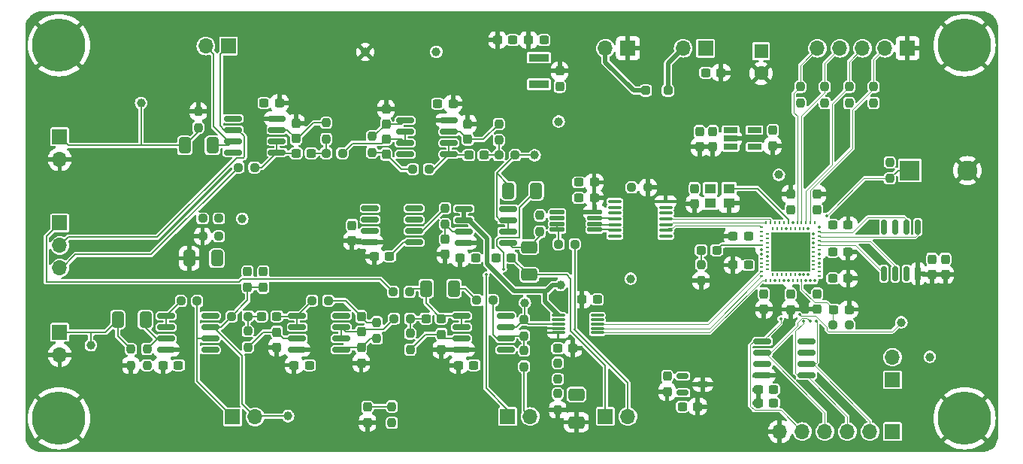
<source format=gtl>
G04 #@! TF.GenerationSoftware,KiCad,Pcbnew,8.0.8*
G04 #@! TF.CreationDate,2025-01-24T13:44:02-06:00*
G04 #@! TF.ProjectId,delay_pedal,64656c61-795f-4706-9564-616c2e6b6963,rev?*
G04 #@! TF.SameCoordinates,Original*
G04 #@! TF.FileFunction,Copper,L1,Top*
G04 #@! TF.FilePolarity,Positive*
%FSLAX46Y46*%
G04 Gerber Fmt 4.6, Leading zero omitted, Abs format (unit mm)*
G04 Created by KiCad (PCBNEW 8.0.8) date 2025-01-24 13:44:02*
%MOMM*%
%LPD*%
G01*
G04 APERTURE LIST*
G04 Aperture macros list*
%AMRoundRect*
0 Rectangle with rounded corners*
0 $1 Rounding radius*
0 $2 $3 $4 $5 $6 $7 $8 $9 X,Y pos of 4 corners*
0 Add a 4 corners polygon primitive as box body*
4,1,4,$2,$3,$4,$5,$6,$7,$8,$9,$2,$3,0*
0 Add four circle primitives for the rounded corners*
1,1,$1+$1,$2,$3*
1,1,$1+$1,$4,$5*
1,1,$1+$1,$6,$7*
1,1,$1+$1,$8,$9*
0 Add four rect primitives between the rounded corners*
20,1,$1+$1,$2,$3,$4,$5,0*
20,1,$1+$1,$4,$5,$6,$7,0*
20,1,$1+$1,$6,$7,$8,$9,0*
20,1,$1+$1,$8,$9,$2,$3,0*%
%AMFreePoly0*
4,1,9,5.362500,-0.866500,1.237500,-0.866500,1.237500,-0.450000,-1.237500,-0.450000,-1.237500,0.450000,1.237500,0.450000,1.237500,0.866500,5.362500,0.866500,5.362500,-0.866500,5.362500,-0.866500,$1*%
G04 Aperture macros list end*
G04 #@! TA.AperFunction,SMDPad,CuDef*
%ADD10RoundRect,0.150000X-0.512500X-0.150000X0.512500X-0.150000X0.512500X0.150000X-0.512500X0.150000X0*%
G04 #@! TD*
G04 #@! TA.AperFunction,ComponentPad*
%ADD11C,1.000000*%
G04 #@! TD*
G04 #@! TA.AperFunction,SMDPad,CuDef*
%ADD12RoundRect,0.237500X-0.237500X0.250000X-0.237500X-0.250000X0.237500X-0.250000X0.237500X0.250000X0*%
G04 #@! TD*
G04 #@! TA.AperFunction,SMDPad,CuDef*
%ADD13RoundRect,0.237500X-0.237500X0.300000X-0.237500X-0.300000X0.237500X-0.300000X0.237500X0.300000X0*%
G04 #@! TD*
G04 #@! TA.AperFunction,SMDPad,CuDef*
%ADD14RoundRect,0.237500X0.300000X0.237500X-0.300000X0.237500X-0.300000X-0.237500X0.300000X-0.237500X0*%
G04 #@! TD*
G04 #@! TA.AperFunction,SMDPad,CuDef*
%ADD15RoundRect,0.237500X0.237500X-0.300000X0.237500X0.300000X-0.237500X0.300000X-0.237500X-0.300000X0*%
G04 #@! TD*
G04 #@! TA.AperFunction,SMDPad,CuDef*
%ADD16RoundRect,0.237500X0.237500X-0.250000X0.237500X0.250000X-0.237500X0.250000X-0.237500X-0.250000X0*%
G04 #@! TD*
G04 #@! TA.AperFunction,ComponentPad*
%ADD17C,6.000000*%
G04 #@! TD*
G04 #@! TA.AperFunction,SMDPad,CuDef*
%ADD18RoundRect,0.237500X-0.250000X-0.237500X0.250000X-0.237500X0.250000X0.237500X-0.250000X0.237500X0*%
G04 #@! TD*
G04 #@! TA.AperFunction,SMDPad,CuDef*
%ADD19RoundRect,0.237500X-0.237500X0.287500X-0.237500X-0.287500X0.237500X-0.287500X0.237500X0.287500X0*%
G04 #@! TD*
G04 #@! TA.AperFunction,ComponentPad*
%ADD20R,1.700000X1.700000*%
G04 #@! TD*
G04 #@! TA.AperFunction,ComponentPad*
%ADD21O,1.700000X1.700000*%
G04 #@! TD*
G04 #@! TA.AperFunction,SMDPad,CuDef*
%ADD22RoundRect,0.150000X-0.825000X-0.150000X0.825000X-0.150000X0.825000X0.150000X-0.825000X0.150000X0*%
G04 #@! TD*
G04 #@! TA.AperFunction,SMDPad,CuDef*
%ADD23RoundRect,0.125000X-0.687500X-0.125000X0.687500X-0.125000X0.687500X0.125000X-0.687500X0.125000X0*%
G04 #@! TD*
G04 #@! TA.AperFunction,SMDPad,CuDef*
%ADD24RoundRect,0.237500X-0.287500X-0.237500X0.287500X-0.237500X0.287500X0.237500X-0.287500X0.237500X0*%
G04 #@! TD*
G04 #@! TA.AperFunction,SMDPad,CuDef*
%ADD25RoundRect,0.237500X0.250000X0.237500X-0.250000X0.237500X-0.250000X-0.237500X0.250000X-0.237500X0*%
G04 #@! TD*
G04 #@! TA.AperFunction,SMDPad,CuDef*
%ADD26RoundRect,0.237500X-0.300000X-0.237500X0.300000X-0.237500X0.300000X0.237500X-0.300000X0.237500X0*%
G04 #@! TD*
G04 #@! TA.AperFunction,SMDPad,CuDef*
%ADD27RoundRect,0.237500X0.237500X-0.287500X0.237500X0.287500X-0.237500X0.287500X-0.237500X-0.287500X0*%
G04 #@! TD*
G04 #@! TA.AperFunction,ComponentPad*
%ADD28R,2.250000X2.250000*%
G04 #@! TD*
G04 #@! TA.AperFunction,ComponentPad*
%ADD29C,2.250000*%
G04 #@! TD*
G04 #@! TA.AperFunction,SMDPad,CuDef*
%ADD30R,2.300000X0.900000*%
G04 #@! TD*
G04 #@! TA.AperFunction,SMDPad,CuDef*
%ADD31FreePoly0,180.000000*%
G04 #@! TD*
G04 #@! TA.AperFunction,SMDPad,CuDef*
%ADD32RoundRect,0.075000X-0.650000X-0.075000X0.650000X-0.075000X0.650000X0.075000X-0.650000X0.075000X0*%
G04 #@! TD*
G04 #@! TA.AperFunction,SMDPad,CuDef*
%ADD33RoundRect,0.150000X0.825000X0.150000X-0.825000X0.150000X-0.825000X-0.150000X0.825000X-0.150000X0*%
G04 #@! TD*
G04 #@! TA.AperFunction,SMDPad,CuDef*
%ADD34R,1.560000X0.650000*%
G04 #@! TD*
G04 #@! TA.AperFunction,SMDPad,CuDef*
%ADD35RoundRect,0.250000X0.412500X0.650000X-0.412500X0.650000X-0.412500X-0.650000X0.412500X-0.650000X0*%
G04 #@! TD*
G04 #@! TA.AperFunction,SMDPad,CuDef*
%ADD36R,4.400000X4.400000*%
G04 #@! TD*
G04 #@! TA.AperFunction,SMDPad,CuDef*
%ADD37R,0.400000X0.220000*%
G04 #@! TD*
G04 #@! TA.AperFunction,SMDPad,CuDef*
%ADD38R,0.220000X0.400000*%
G04 #@! TD*
G04 #@! TA.AperFunction,SMDPad,CuDef*
%ADD39RoundRect,0.250000X0.250000X0.250000X-0.250000X0.250000X-0.250000X-0.250000X0.250000X-0.250000X0*%
G04 #@! TD*
G04 #@! TA.AperFunction,ComponentPad*
%ADD40R,1.600000X1.600000*%
G04 #@! TD*
G04 #@! TA.AperFunction,ComponentPad*
%ADD41C,1.600000*%
G04 #@! TD*
G04 #@! TA.AperFunction,SMDPad,CuDef*
%ADD42RoundRect,0.250000X-0.650000X0.412500X-0.650000X-0.412500X0.650000X-0.412500X0.650000X0.412500X0*%
G04 #@! TD*
G04 #@! TA.AperFunction,SMDPad,CuDef*
%ADD43RoundRect,0.150000X0.150000X-0.675000X0.150000X0.675000X-0.150000X0.675000X-0.150000X-0.675000X0*%
G04 #@! TD*
G04 #@! TA.AperFunction,SMDPad,CuDef*
%ADD44RoundRect,0.250000X-0.412500X-0.650000X0.412500X-0.650000X0.412500X0.650000X-0.412500X0.650000X0*%
G04 #@! TD*
G04 #@! TA.AperFunction,SMDPad,CuDef*
%ADD45RoundRect,0.100000X0.637500X0.100000X-0.637500X0.100000X-0.637500X-0.100000X0.637500X-0.100000X0*%
G04 #@! TD*
G04 #@! TA.AperFunction,SMDPad,CuDef*
%ADD46RoundRect,0.250000X0.650000X-0.412500X0.650000X0.412500X-0.650000X0.412500X-0.650000X-0.412500X0*%
G04 #@! TD*
G04 #@! TA.AperFunction,SMDPad,CuDef*
%ADD47R,1.300000X1.100000*%
G04 #@! TD*
G04 #@! TA.AperFunction,ViaPad*
%ADD48C,0.350000*%
G04 #@! TD*
G04 #@! TA.AperFunction,ViaPad*
%ADD49C,0.250000*%
G04 #@! TD*
G04 #@! TA.AperFunction,Conductor*
%ADD50C,0.200000*%
G04 #@! TD*
G04 #@! TA.AperFunction,Conductor*
%ADD51C,0.090000*%
G04 #@! TD*
G04 #@! TA.AperFunction,Conductor*
%ADD52C,0.500000*%
G04 #@! TD*
G04 APERTURE END LIST*
D10*
X169162500Y-116150000D03*
X169162500Y-118050000D03*
X171437500Y-117100000D03*
D11*
X119564214Y-98439214D03*
D12*
X155087500Y-118125000D03*
X155087500Y-119950000D03*
D13*
X170500000Y-95037500D03*
X170500000Y-96762500D03*
D14*
X112364214Y-114929214D03*
X110639214Y-114929214D03*
D15*
X135764214Y-87794214D03*
X135764214Y-86069214D03*
D16*
X120201714Y-112929214D03*
X120201714Y-111104214D03*
D17*
X98914214Y-78914214D03*
D18*
X136575000Y-106700000D03*
X138400000Y-106700000D03*
D11*
X155200000Y-87500000D03*
X155400000Y-105900000D03*
D13*
X171064214Y-88639214D03*
X171064214Y-90364214D03*
D19*
X120164214Y-104414214D03*
X120164214Y-106164214D03*
D13*
X167414214Y-116189214D03*
X167414214Y-117914214D03*
D20*
X99000000Y-89210000D03*
D21*
X99000000Y-91750000D03*
D11*
X197000000Y-114000000D03*
D22*
X144514214Y-97319214D03*
X144514214Y-98589214D03*
X144514214Y-99859214D03*
X144514214Y-101129214D03*
X149464214Y-101129214D03*
X149464214Y-99859214D03*
X149464214Y-98589214D03*
X149464214Y-97319214D03*
D12*
X171250000Y-103587500D03*
X171250000Y-105412500D03*
D23*
X155026714Y-97729214D03*
X155026714Y-98379214D03*
X155026714Y-99029214D03*
X155026714Y-99679214D03*
X159251714Y-99679214D03*
X159251714Y-99029214D03*
X159251714Y-98379214D03*
X159251714Y-97729214D03*
D24*
X171250000Y-102000000D03*
X173000000Y-102000000D03*
D16*
X142414214Y-99071714D03*
X142414214Y-97246714D03*
D18*
X145976714Y-107629214D03*
X147801714Y-107629214D03*
D20*
X171750000Y-79250000D03*
D21*
X169210000Y-79250000D03*
D25*
X120201714Y-109429214D03*
X118376714Y-109429214D03*
D26*
X140251714Y-109684214D03*
X141976714Y-109684214D03*
D27*
X133664214Y-121414214D03*
X133664214Y-119664214D03*
D15*
X135764214Y-91194214D03*
X135764214Y-89469214D03*
D12*
X192500000Y-92087500D03*
X192500000Y-93912500D03*
D20*
X192800000Y-122400000D03*
D21*
X190260000Y-122400000D03*
X187720000Y-122400000D03*
X185180000Y-122400000D03*
X182640000Y-122400000D03*
X180100000Y-122400000D03*
D12*
X155100000Y-114675000D03*
X155100000Y-116500000D03*
D18*
X148464214Y-91269214D03*
X150289214Y-91269214D03*
D28*
X194750000Y-93000000D03*
D29*
X201250000Y-93000000D03*
D14*
X145826714Y-102879214D03*
X144101714Y-102879214D03*
D16*
X187914214Y-85414214D03*
X187914214Y-83589214D03*
D13*
X178314214Y-106914214D03*
X178314214Y-108639214D03*
X131914214Y-99189214D03*
X131914214Y-100914214D03*
D14*
X149876714Y-102829214D03*
X148151714Y-102829214D03*
D22*
X178150000Y-112260000D03*
X178150000Y-113530000D03*
X178150000Y-114800000D03*
X178150000Y-116070000D03*
X183100000Y-116070000D03*
X183100000Y-114800000D03*
X183100000Y-113530000D03*
X183100000Y-112260000D03*
D18*
X163425000Y-94914214D03*
X165250000Y-94914214D03*
D12*
X107014214Y-113124214D03*
X107014214Y-114949214D03*
D16*
X114614214Y-88176714D03*
X114614214Y-86351714D03*
D25*
X116914214Y-100414214D03*
X115089214Y-100414214D03*
D26*
X155076714Y-113029214D03*
X156801714Y-113029214D03*
X169137500Y-119600000D03*
X170862500Y-119600000D03*
D11*
X108164214Y-85414214D03*
D13*
X184314214Y-106914214D03*
X184314214Y-108639214D03*
X123451714Y-111204214D03*
X123451714Y-112929214D03*
D30*
X152964214Y-83314214D03*
D31*
X152876714Y-81814214D03*
D30*
X152964214Y-80314214D03*
D25*
X157012500Y-101300000D03*
X155187500Y-101300000D03*
D32*
X155151714Y-109279214D03*
X155151714Y-109779214D03*
X155151714Y-110279214D03*
X155151714Y-110779214D03*
X155151714Y-111279214D03*
X159551714Y-111279214D03*
X159551714Y-110779214D03*
X159551714Y-110279214D03*
X159551714Y-109779214D03*
X159551714Y-109279214D03*
D27*
X121914214Y-106164214D03*
X121914214Y-104414214D03*
D12*
X153100000Y-98075000D03*
X153100000Y-99900000D03*
D14*
X150039214Y-78314214D03*
X148314214Y-78314214D03*
D13*
X198750000Y-103000000D03*
X198750000Y-104725000D03*
D26*
X157475000Y-94350000D03*
X159200000Y-94350000D03*
D33*
X142839214Y-91174214D03*
X142839214Y-89904214D03*
X142839214Y-88634214D03*
X142839214Y-87364214D03*
X137889214Y-87364214D03*
X137889214Y-88634214D03*
X137889214Y-89904214D03*
X137889214Y-91174214D03*
D18*
X119114214Y-92664214D03*
X120939214Y-92664214D03*
D14*
X146789214Y-91269214D03*
X145064214Y-91269214D03*
D11*
X133414214Y-79664214D03*
D34*
X174564214Y-88464214D03*
X174564214Y-89414214D03*
X174564214Y-90364214D03*
X177264214Y-90364214D03*
X177264214Y-88464214D03*
D20*
X99000000Y-111230000D03*
D21*
X99000000Y-113770000D03*
D35*
X116200000Y-90200000D03*
X113075000Y-90200000D03*
D13*
X181314214Y-106939214D03*
X181314214Y-108664214D03*
D15*
X125614214Y-89426714D03*
X125614214Y-87701714D03*
D33*
X123464214Y-90974214D03*
X123464214Y-89704214D03*
X123464214Y-88434214D03*
X123464214Y-87164214D03*
X118514214Y-87164214D03*
X118514214Y-88434214D03*
X118514214Y-89704214D03*
X118514214Y-90974214D03*
D11*
X141414214Y-79664214D03*
D20*
X118000000Y-79000000D03*
D21*
X115460000Y-79000000D03*
D18*
X115089214Y-98414214D03*
X116914214Y-98414214D03*
D36*
X181314214Y-102164214D03*
D37*
X178064214Y-99414214D03*
X178064214Y-99914214D03*
X178064214Y-100414214D03*
X178064214Y-100914214D03*
X178064214Y-101414214D03*
X178064214Y-101914214D03*
X178064214Y-102414214D03*
X178064214Y-102914214D03*
X178064214Y-103414214D03*
X178064214Y-103914214D03*
X178064214Y-104414214D03*
X178064214Y-104914214D03*
D38*
X178564214Y-105414214D03*
X179064214Y-105414214D03*
X179564214Y-105414214D03*
X180064214Y-105414214D03*
X180564214Y-105414214D03*
X181064214Y-105414214D03*
X181564214Y-105414214D03*
X182064214Y-105414214D03*
X182564214Y-105414214D03*
X183064214Y-105414214D03*
X183564214Y-105414214D03*
X184064214Y-105414214D03*
D37*
X184564214Y-104914214D03*
X184564214Y-104414214D03*
X184564214Y-103914214D03*
X184564214Y-103414214D03*
X184564214Y-102914214D03*
X184564214Y-102414214D03*
X184564214Y-101914214D03*
X184564214Y-101414214D03*
X184564214Y-100914214D03*
X184564214Y-100414214D03*
X184564214Y-99914214D03*
X184564214Y-99414214D03*
D38*
X184064214Y-98914214D03*
X183564214Y-98914214D03*
X183064214Y-98914214D03*
X182564214Y-98914214D03*
X182064214Y-98914214D03*
X181564214Y-98914214D03*
X181064214Y-98914214D03*
X180564214Y-98914214D03*
X180064214Y-98914214D03*
X179564214Y-98914214D03*
X179064214Y-98914214D03*
X178564214Y-98914214D03*
D37*
X178714214Y-100164214D03*
X178714214Y-100664214D03*
X178714214Y-101164214D03*
X178714214Y-101664214D03*
X178714214Y-102164214D03*
X178714214Y-102664214D03*
X178714214Y-103164214D03*
X178714214Y-103664214D03*
X178714214Y-104164214D03*
D38*
X179314214Y-104764214D03*
X179814214Y-104764214D03*
X180314214Y-104764214D03*
X180814214Y-104764214D03*
X181314214Y-104764214D03*
X181814214Y-104764214D03*
X182314214Y-104764214D03*
X182814214Y-104764214D03*
X183314214Y-104764214D03*
D37*
X183914214Y-104164214D03*
X183914214Y-103664214D03*
X183914214Y-103164214D03*
X183914214Y-102664214D03*
X183914214Y-102164214D03*
X183914214Y-101664214D03*
X183914214Y-101164214D03*
X183914214Y-100664214D03*
X183914214Y-100164214D03*
D38*
X183314214Y-99564214D03*
X182814214Y-99564214D03*
X182314214Y-99564214D03*
X181814214Y-99564214D03*
X181314214Y-99564214D03*
X180814214Y-99564214D03*
X180314214Y-99564214D03*
X179814214Y-99564214D03*
X179314214Y-99564214D03*
D17*
X200914214Y-120914214D03*
D22*
X133964214Y-97259214D03*
X133964214Y-98529214D03*
X133964214Y-99799214D03*
X133964214Y-101069214D03*
X138914214Y-101069214D03*
X138914214Y-99799214D03*
X138914214Y-98529214D03*
X138914214Y-97259214D03*
D13*
X141976714Y-111459214D03*
X141976714Y-113184214D03*
D20*
X99000000Y-98920000D03*
D21*
X99000000Y-101460000D03*
X99000000Y-104000000D03*
D20*
X192800000Y-116575000D03*
D21*
X192800000Y-114035000D03*
D39*
X167500000Y-84000000D03*
X165000000Y-84000000D03*
D13*
X132951714Y-112954214D03*
X132951714Y-114679214D03*
D16*
X136414214Y-121414214D03*
X136414214Y-119589214D03*
D25*
X138476714Y-109684214D03*
X136651714Y-109684214D03*
D13*
X172564214Y-88639214D03*
X172564214Y-90364214D03*
D26*
X157475000Y-96100000D03*
X159200000Y-96100000D03*
D16*
X182414214Y-85414214D03*
X182414214Y-83589214D03*
D15*
X144964214Y-89494214D03*
X144964214Y-87769214D03*
D40*
X178000000Y-79567621D03*
D41*
X178000000Y-82067621D03*
D16*
X108826714Y-114936714D03*
X108826714Y-113111714D03*
D14*
X127114214Y-114929214D03*
X125389214Y-114929214D03*
D26*
X186189214Y-108664214D03*
X187914214Y-108664214D03*
X141564214Y-85500000D03*
X143289214Y-85500000D03*
X186089214Y-105164214D03*
X187814214Y-105164214D03*
D22*
X144276714Y-109374214D03*
X144276714Y-110644214D03*
X144276714Y-111914214D03*
X144276714Y-113184214D03*
X149226714Y-113184214D03*
X149226714Y-111914214D03*
X149226714Y-110644214D03*
X149226714Y-109374214D03*
D26*
X121726714Y-109429214D03*
X123451714Y-109429214D03*
D15*
X155314214Y-83539214D03*
X155314214Y-81814214D03*
D13*
X142414214Y-100734214D03*
X142414214Y-102459214D03*
D42*
X157200000Y-118237500D03*
X157200000Y-121362500D03*
D11*
X152500000Y-91300000D03*
D12*
X129014214Y-87651714D03*
X129014214Y-89476714D03*
D18*
X129014214Y-91064214D03*
X130839214Y-91064214D03*
D16*
X185164214Y-85414214D03*
X185164214Y-83589214D03*
D18*
X138764214Y-92869214D03*
X140589214Y-92869214D03*
D25*
X114476714Y-107724214D03*
X112651714Y-107724214D03*
D26*
X122014214Y-85414214D03*
X123739214Y-85414214D03*
D35*
X152662500Y-95300000D03*
X149537500Y-95300000D03*
X143400000Y-106300000D03*
X140275000Y-106300000D03*
D18*
X186089214Y-110414214D03*
X187914214Y-110414214D03*
D12*
X134164214Y-89169214D03*
X134164214Y-90994214D03*
D43*
X191845000Y-104625000D03*
X193115000Y-104625000D03*
X194385000Y-104625000D03*
X195655000Y-104625000D03*
X195655000Y-99375000D03*
X194385000Y-99375000D03*
X193115000Y-99375000D03*
X191845000Y-99375000D03*
D17*
X98914214Y-120914214D03*
D35*
X116700000Y-102900000D03*
X113575000Y-102900000D03*
D14*
X179400000Y-119165000D03*
X177675000Y-119165000D03*
D20*
X194500000Y-79250000D03*
D21*
X191960000Y-79250000D03*
X189420000Y-79250000D03*
X186880000Y-79250000D03*
X184340000Y-79250000D03*
D20*
X118460000Y-120750000D03*
D21*
X121000000Y-120750000D03*
D22*
X125751714Y-109369214D03*
X125751714Y-110639214D03*
X125751714Y-111909214D03*
X125751714Y-113179214D03*
X130701714Y-113179214D03*
X130701714Y-111909214D03*
X130701714Y-110639214D03*
X130701714Y-109369214D03*
D11*
X180000000Y-93500000D03*
D16*
X190664214Y-85414214D03*
X190664214Y-83589214D03*
D14*
X136164214Y-102664214D03*
X134439214Y-102664214D03*
D26*
X186064214Y-102164214D03*
X187789214Y-102164214D03*
D14*
X176564214Y-100414214D03*
X174839214Y-100414214D03*
D13*
X132951714Y-109454214D03*
X132951714Y-111179214D03*
D11*
X193800000Y-110100000D03*
D16*
X138476714Y-113184214D03*
X138476714Y-111359214D03*
D13*
X197250000Y-103000000D03*
X197250000Y-104725000D03*
D11*
X151400000Y-107900000D03*
D14*
X159551714Y-107529214D03*
X157826714Y-107529214D03*
X153539214Y-78314214D03*
X151814214Y-78314214D03*
D20*
X160460000Y-120700000D03*
D21*
X163000000Y-120700000D03*
D14*
X127339214Y-91064214D03*
X125614214Y-91064214D03*
D13*
X179314214Y-88501714D03*
X179314214Y-90226714D03*
D11*
X163300000Y-105200000D03*
D17*
X200914214Y-78914214D03*
D11*
X124714214Y-120664214D03*
D14*
X179400000Y-117665000D03*
X177675000Y-117665000D03*
D22*
X111001714Y-109369214D03*
X111001714Y-110639214D03*
X111001714Y-111909214D03*
X111001714Y-113179214D03*
X115951714Y-113179214D03*
X115951714Y-111909214D03*
X115951714Y-110639214D03*
X115951714Y-109369214D03*
D14*
X176564214Y-103664214D03*
X174839214Y-103664214D03*
X145639214Y-114934214D03*
X143914214Y-114934214D03*
D44*
X105537500Y-109800000D03*
X108662500Y-109800000D03*
D25*
X129251714Y-107679214D03*
X127426714Y-107679214D03*
D26*
X186089214Y-99164214D03*
X187814214Y-99164214D03*
X171775000Y-82000000D03*
X173500000Y-82000000D03*
D15*
X184314214Y-97414214D03*
X184314214Y-95689214D03*
D12*
X148464214Y-87769214D03*
X148464214Y-89594214D03*
X151301714Y-109804214D03*
X151301714Y-111629214D03*
D20*
X149460000Y-120710000D03*
D21*
X152000000Y-120710000D03*
D45*
X167251714Y-100404214D03*
X167251714Y-99754214D03*
X167251714Y-99104214D03*
X167251714Y-98454214D03*
X167251714Y-97804214D03*
X167251714Y-97154214D03*
X167251714Y-96504214D03*
X161526714Y-96504214D03*
X161526714Y-97154214D03*
X161526714Y-97804214D03*
X161526714Y-98454214D03*
X161526714Y-99104214D03*
X161526714Y-99754214D03*
X161526714Y-100404214D03*
D20*
X163000000Y-79250000D03*
D21*
X160460000Y-79250000D03*
D16*
X134701714Y-111929214D03*
X134701714Y-110104214D03*
D15*
X181314214Y-97414214D03*
X181314214Y-95689214D03*
D46*
X151900000Y-104762500D03*
X151900000Y-101637500D03*
D11*
X102500000Y-112700000D03*
D12*
X151300000Y-113275000D03*
X151300000Y-115100000D03*
D47*
X172300000Y-96700000D03*
X174400000Y-96700000D03*
X174400000Y-95050000D03*
X172300000Y-95050000D03*
D48*
X181314214Y-102164214D03*
X174839214Y-103664214D03*
X114614214Y-86351714D03*
X187914214Y-108664214D03*
X187250000Y-89750000D03*
X105250000Y-101500000D03*
X107500000Y-95250000D03*
X148314214Y-78314214D03*
X143289214Y-85669214D03*
X184250000Y-89750000D03*
X181064214Y-105414214D03*
X152876714Y-81814214D03*
X144276714Y-113184214D03*
X174839214Y-100414214D03*
X177675000Y-117665000D03*
X111001714Y-113179214D03*
X174564214Y-89414214D03*
X186500000Y-82000000D03*
X144101714Y-102879214D03*
X125751714Y-113179214D03*
X178064214Y-101914214D03*
X172564214Y-90364214D03*
X184314214Y-95689214D03*
X123464214Y-87164214D03*
X141976714Y-113184214D03*
X187789214Y-102164214D03*
X155087500Y-119950000D03*
X184564214Y-102414214D03*
X117000000Y-115000000D03*
X118250000Y-110750000D03*
X161800000Y-118300000D03*
X151814214Y-78314214D03*
X181314214Y-95689214D03*
X152750000Y-108750000D03*
X184314214Y-108639214D03*
X134439214Y-102664214D03*
X190000000Y-99750000D03*
X197250000Y-104725000D03*
X165414214Y-94914214D03*
X201250000Y-108750000D03*
X113575000Y-102900000D03*
X125614214Y-87701714D03*
X123451714Y-112929214D03*
X171064214Y-90364214D03*
X110639214Y-114929214D03*
D49*
X149400000Y-107700000D03*
D48*
X170500000Y-96762500D03*
X135764214Y-86069214D03*
X173500000Y-82000000D03*
X198000000Y-87250000D03*
X159500000Y-114750000D03*
X126500000Y-98500000D03*
X167251714Y-96504214D03*
X131914214Y-100914214D03*
X180750000Y-114000000D03*
X132951714Y-114679214D03*
X159200000Y-94350000D03*
D49*
X150100000Y-105200000D03*
D48*
X142839214Y-87364214D03*
X142414214Y-102459214D03*
X178150000Y-116070000D03*
X115089214Y-100414214D03*
X133964214Y-101069214D03*
X156801714Y-113029214D03*
X129250000Y-120500000D03*
X177675000Y-119165000D03*
X144514214Y-101129214D03*
X157826714Y-107529214D03*
X109000000Y-120750000D03*
X155151714Y-110779214D03*
X123739214Y-85414214D03*
X155314214Y-81814214D03*
X163500000Y-87750000D03*
X168750000Y-105500000D03*
X163250000Y-114750000D03*
X183750000Y-82000000D03*
X187814214Y-105164214D03*
X106926714Y-114949214D03*
X167414214Y-117914214D03*
X181314214Y-108664214D03*
X198750000Y-104725000D03*
X171437500Y-117100000D03*
X125389214Y-114929214D03*
X143914214Y-114934214D03*
X157200000Y-121362500D03*
X133664214Y-121414214D03*
X155400000Y-107600000D03*
X170862500Y-119600000D03*
X159251714Y-97729214D03*
X195655000Y-104625000D03*
X159200000Y-96100000D03*
X179314214Y-90226714D03*
X187814214Y-99164214D03*
X178314214Y-108639214D03*
X144964214Y-87769214D03*
X180814214Y-99564214D03*
X155151714Y-111279214D03*
X174000000Y-122750000D03*
X148151714Y-102829214D03*
X174400000Y-96700000D03*
X178714214Y-102664214D03*
X181314214Y-106939214D03*
X184064214Y-105414214D03*
X159551714Y-109279214D03*
X178150000Y-114800000D03*
X167414214Y-116189214D03*
X172300000Y-95050000D03*
X169162500Y-116150000D03*
X182414214Y-85414214D03*
X187914214Y-110414214D03*
X190664214Y-85414214D03*
X192500000Y-92087500D03*
X185164214Y-85414214D03*
X186064214Y-102164214D03*
X181564214Y-98914214D03*
X183914214Y-101164214D03*
X187914214Y-85414214D03*
X183100000Y-113530000D03*
X184314214Y-106914214D03*
X181314214Y-97414214D03*
X184564214Y-99414214D03*
X197250000Y-103000000D03*
X159551714Y-107529214D03*
X176564214Y-103664214D03*
X186089214Y-99164214D03*
X167251714Y-100404214D03*
X180564214Y-105414214D03*
X198750000Y-103000000D03*
X159551714Y-109779214D03*
X191845000Y-99375000D03*
X170500000Y-95037500D03*
X177264214Y-88464214D03*
X179314214Y-88501714D03*
X184564214Y-103414214D03*
X186089214Y-105164214D03*
X178314214Y-106914214D03*
X179564214Y-105414214D03*
X183314214Y-99564214D03*
X184314214Y-97414214D03*
X178064214Y-102414214D03*
X176564214Y-100414214D03*
X155076714Y-113029214D03*
X163589214Y-94914214D03*
X155100000Y-114675000D03*
X155026714Y-98379214D03*
X155314214Y-83539214D03*
X152964214Y-83314214D03*
X155026714Y-97729214D03*
X155151714Y-109779214D03*
X161526714Y-96504214D03*
X161526714Y-100404214D03*
X157475000Y-96100000D03*
X157475000Y-94350000D03*
X169162500Y-118050000D03*
X141564214Y-85669214D03*
X130701714Y-109369214D03*
X115089214Y-98414214D03*
X150039214Y-78314214D03*
X118514214Y-90974214D03*
X127114214Y-114929214D03*
X153539214Y-78314214D03*
X145639214Y-114934214D03*
X145826714Y-102879214D03*
X122014214Y-85414214D03*
X115951714Y-109369214D03*
X136414214Y-121414214D03*
X137889214Y-91174214D03*
X171064214Y-88639214D03*
X149226714Y-109374214D03*
X133964214Y-98529214D03*
X174564214Y-88464214D03*
X152964214Y-80314214D03*
X149464214Y-97319214D03*
X112364214Y-114929214D03*
X131914214Y-99189214D03*
X171775000Y-82000000D03*
X169137500Y-119600000D03*
X172564214Y-88639214D03*
X153100000Y-98075000D03*
X116914214Y-98414214D03*
X116700000Y-102900000D03*
X121914214Y-104414214D03*
X118514214Y-87164214D03*
X115951714Y-113179214D03*
X120164214Y-104414214D03*
X108826714Y-114936714D03*
X116914214Y-100414214D03*
X182314214Y-104764214D03*
X182314214Y-109250000D03*
X180200000Y-109700000D03*
X183314214Y-104764214D03*
X179400000Y-119165000D03*
X183100000Y-112260000D03*
X179400000Y-117665000D03*
X182814214Y-104764214D03*
X182750000Y-110000000D03*
X184250000Y-110000000D03*
X183564214Y-105414214D03*
X183064214Y-105414214D03*
X183500000Y-110000000D03*
X185400000Y-98100000D03*
X183914214Y-100164214D03*
X149000000Y-104100000D03*
X147014214Y-104739214D03*
X155087500Y-118125000D03*
X157200000Y-118237500D03*
X155100000Y-116500000D03*
X149226714Y-113184214D03*
D50*
X99000000Y-111230000D02*
X102500000Y-111230000D01*
X105537500Y-109800000D02*
X105537500Y-111647500D01*
X105537500Y-111647500D02*
X107014214Y-113124214D01*
X102500000Y-112700000D02*
X102500000Y-111230000D01*
X102500000Y-111230000D02*
X104107500Y-111230000D01*
X104107500Y-111230000D02*
X105537500Y-109800000D01*
X108826714Y-113111714D02*
X110029214Y-111909214D01*
X108662500Y-109800000D02*
X108662500Y-110700000D01*
X109871714Y-111909214D02*
X111001714Y-111909214D01*
X110029214Y-111909214D02*
X111001714Y-111909214D01*
X108662500Y-110700000D02*
X109871714Y-111909214D01*
X124156714Y-111909214D02*
X123451714Y-111204214D01*
X121926714Y-111204214D02*
X120201714Y-112929214D01*
X123451714Y-111204214D02*
X121926714Y-111204214D01*
X125751714Y-111909214D02*
X124156714Y-111909214D01*
X127426714Y-107694214D02*
X125751714Y-109369214D01*
X125691714Y-109429214D02*
X125751714Y-109369214D01*
X125751714Y-110639214D02*
X125751714Y-109369214D01*
X123451714Y-109429214D02*
X125691714Y-109429214D01*
X127426714Y-107679214D02*
X127426714Y-107694214D01*
X120201714Y-109429214D02*
X121726714Y-109429214D01*
X120201714Y-111104214D02*
X120201714Y-109429214D01*
X133976714Y-111929214D02*
X132951714Y-112954214D01*
X132951714Y-112954214D02*
X130926714Y-112954214D01*
X130926714Y-112954214D02*
X130701714Y-113179214D01*
X134701714Y-111929214D02*
X133976714Y-111929214D01*
X134701714Y-110104214D02*
X133601714Y-110104214D01*
X131176714Y-107679214D02*
X129251714Y-107679214D01*
X133601714Y-110104214D02*
X132951714Y-109454214D01*
X132951714Y-109454214D02*
X131176714Y-107679214D01*
X133239214Y-110891714D02*
X135444214Y-110891714D01*
X135444214Y-110891714D02*
X136651714Y-109684214D01*
X131241714Y-111179214D02*
X130701714Y-110639214D01*
X132951714Y-111179214D02*
X131241714Y-111179214D01*
X132951714Y-111179214D02*
X133239214Y-110891714D01*
X130701714Y-111909214D02*
X130701714Y-110639214D01*
D51*
X182564214Y-106390652D02*
X184030276Y-107856714D01*
X186189214Y-108789214D02*
X186089214Y-108889214D01*
X182564214Y-105414214D02*
X182564214Y-106390652D01*
X186089214Y-108889214D02*
X186089214Y-110414214D01*
X184030276Y-107856714D02*
X185381714Y-107856714D01*
X185381714Y-107856714D02*
X186189214Y-108664214D01*
D50*
X186189214Y-110314214D02*
X186089214Y-110414214D01*
D51*
X186189214Y-108664214D02*
X186189214Y-108789214D01*
D50*
X140201714Y-111459214D02*
X138476714Y-113184214D01*
X142431714Y-111914214D02*
X141976714Y-111459214D01*
X144276714Y-111914214D02*
X142431714Y-111914214D01*
X141976714Y-111459214D02*
X140201714Y-111459214D01*
X142286714Y-109374214D02*
X141976714Y-109684214D01*
X140275000Y-106300000D02*
X140275000Y-107982500D01*
X144276714Y-109374214D02*
X142286714Y-109374214D01*
X138800000Y-106300000D02*
X138400000Y-106700000D01*
X138400000Y-106700000D02*
X138500000Y-106700000D01*
X140275000Y-107982500D02*
X141976714Y-109684214D01*
X140275000Y-106300000D02*
X138800000Y-106300000D01*
X144276714Y-110644214D02*
X144276714Y-109374214D01*
X138476714Y-109684214D02*
X140251714Y-109684214D01*
X138476714Y-111359214D02*
X138476714Y-109684214D01*
X144514214Y-99859214D02*
X143201714Y-99859214D01*
X143201714Y-99859214D02*
X142414214Y-99071714D01*
X142414214Y-99071714D02*
X142414214Y-100734214D01*
X148464214Y-91269214D02*
X148464214Y-89594214D01*
X148464214Y-91269214D02*
X146789214Y-91269214D01*
X142839214Y-88634214D02*
X144104214Y-88634214D01*
X144964214Y-89494214D02*
X146739214Y-89494214D01*
X144104214Y-88634214D02*
X144964214Y-89494214D01*
X146739214Y-89494214D02*
X148464214Y-87769214D01*
X137439214Y-92869214D02*
X135764214Y-91194214D01*
X135564214Y-90994214D02*
X135764214Y-91194214D01*
X138764214Y-92869214D02*
X137439214Y-92869214D01*
X134164214Y-90994214D02*
X135564214Y-90994214D01*
X142839214Y-91174214D02*
X142839214Y-89904214D01*
X145064214Y-91269214D02*
X142934214Y-91269214D01*
X141144214Y-92869214D02*
X142839214Y-91174214D01*
X140589214Y-92869214D02*
X141144214Y-92869214D01*
X142934214Y-91269214D02*
X142839214Y-91174214D01*
X134164214Y-89169214D02*
X134389214Y-89169214D01*
X137459214Y-87794214D02*
X137889214Y-87364214D01*
X134389214Y-89169214D02*
X135764214Y-87794214D01*
X135764214Y-87794214D02*
X137459214Y-87794214D01*
X131946714Y-89956714D02*
X130839214Y-91064214D01*
X135764214Y-89469214D02*
X137454214Y-89469214D01*
X135276714Y-89956714D02*
X131946714Y-89956714D01*
X135764214Y-89469214D02*
X135276714Y-89956714D01*
X137454214Y-89469214D02*
X137889214Y-89904214D01*
X137889214Y-88634214D02*
X137889214Y-89904214D01*
X127339214Y-91064214D02*
X129014214Y-91064214D01*
X129014214Y-89476714D02*
X129014214Y-91064214D01*
X138914214Y-101069214D02*
X137759214Y-101069214D01*
X137759214Y-101069214D02*
X136164214Y-102664214D01*
X108164214Y-85414214D02*
X108164214Y-90164214D01*
X114614214Y-88176714D02*
X114614214Y-88660786D01*
X108164214Y-90164214D02*
X108200000Y-90200000D01*
X99124214Y-89334214D02*
X99124214Y-89124214D01*
X114614214Y-88660786D02*
X113075000Y-90200000D01*
X113075000Y-90200000D02*
X108200000Y-90200000D01*
X108200000Y-90200000D02*
X99990000Y-90200000D01*
X99990000Y-90200000D02*
X99000000Y-89210000D01*
X124714214Y-120664214D02*
X121085786Y-120664214D01*
X119539214Y-113881162D02*
X119539214Y-119289214D01*
X115951714Y-110639214D02*
X116297266Y-110639214D01*
X116297266Y-110639214D02*
X119539214Y-113881162D01*
X117166714Y-110639214D02*
X118376714Y-109429214D01*
X120164214Y-107641714D02*
X118376714Y-109429214D01*
X121914214Y-106164214D02*
X120164214Y-106164214D01*
X120164214Y-106164214D02*
X120164214Y-107641714D01*
X121085786Y-120664214D02*
X121000000Y-120750000D01*
X119539214Y-119289214D02*
X121000000Y-120750000D01*
X115951714Y-110639214D02*
X117166714Y-110639214D01*
X136414214Y-119589214D02*
X133739214Y-119589214D01*
X133739214Y-119589214D02*
X133664214Y-119664214D01*
D51*
X184144974Y-109371714D02*
X182435928Y-109371714D01*
X185406714Y-110958152D02*
X185582776Y-111134214D01*
X185406714Y-110633454D02*
X184144974Y-109371714D01*
X185406714Y-110633454D02*
X185406714Y-110958152D01*
X192765786Y-111134214D02*
X193800000Y-110100000D01*
X182435928Y-109371714D02*
X182314214Y-109250000D01*
X185582776Y-111134214D02*
X192765786Y-111134214D01*
D52*
X163654366Y-84000000D02*
X165000000Y-84000000D01*
X160624214Y-79299214D02*
X160624214Y-78625786D01*
X160460000Y-79250000D02*
X160460000Y-80805634D01*
X160460000Y-80805634D02*
X163654366Y-84000000D01*
X169124214Y-79335786D02*
X169124214Y-79299214D01*
X167500000Y-80960000D02*
X169210000Y-79250000D01*
X167500000Y-84000000D02*
X167500000Y-80960000D01*
D50*
X159326714Y-99104214D02*
X159251714Y-99029214D01*
X161526714Y-99104214D02*
X159326714Y-99104214D01*
X161451714Y-98379214D02*
X161526714Y-98454214D01*
X159251714Y-98379214D02*
X161451714Y-98379214D01*
X159251714Y-99679214D02*
X161451714Y-99679214D01*
X161451714Y-99679214D02*
X161526714Y-99754214D01*
D51*
X180200000Y-110210000D02*
X178150000Y-112260000D01*
X176800000Y-112635001D02*
X177175001Y-112260000D01*
X180240000Y-120000000D02*
X177283562Y-120000000D01*
X176800000Y-119516438D02*
X176800000Y-112635001D01*
X180200000Y-109700000D02*
X180200000Y-110210000D01*
X177283562Y-120000000D02*
X176800000Y-119516438D01*
X177175001Y-112260000D02*
X178150000Y-112260000D01*
X182640000Y-122400000D02*
X180240000Y-120000000D01*
D50*
X182754448Y-112260000D02*
X183100000Y-112260000D01*
D51*
X183100000Y-116070000D02*
X187720000Y-120690000D01*
X182750000Y-110000000D02*
X182750000Y-110189412D01*
X181880000Y-111059412D02*
X181880000Y-115824999D01*
X182125001Y-116070000D02*
X183100000Y-116070000D01*
X187720000Y-120690000D02*
X187720000Y-122400000D01*
X182750000Y-110189412D02*
X181880000Y-111059412D01*
X181880000Y-115824999D02*
X182125001Y-116070000D01*
X184074999Y-114800000D02*
X183100000Y-114800000D01*
X184250000Y-110000000D02*
X184270000Y-110020000D01*
X184270000Y-110020000D02*
X184270000Y-114604999D01*
X190260000Y-121197919D02*
X183862081Y-114800000D01*
X190260000Y-122400000D02*
X190260000Y-121197919D01*
X184270000Y-114604999D02*
X184074999Y-114800000D01*
X183862081Y-114800000D02*
X183100000Y-114800000D01*
X179070000Y-113530000D02*
X178150000Y-113530000D01*
D50*
X178150000Y-113530000D02*
X178944448Y-113530000D01*
D51*
X182596740Y-109630000D02*
X182100000Y-110126740D01*
X182100000Y-110126740D02*
X182100000Y-110500000D01*
X178417772Y-113530000D02*
X178150000Y-113530000D01*
X182100000Y-110500000D02*
X179070000Y-113530000D01*
X185180000Y-120292228D02*
X178417772Y-113530000D01*
X185180000Y-122400000D02*
X185180000Y-120292228D01*
X183130000Y-109630000D02*
X182596740Y-109630000D01*
X183500000Y-110000000D02*
X183130000Y-109630000D01*
X191845000Y-104625000D02*
X188634214Y-101414214D01*
X188634214Y-101414214D02*
X184564214Y-101414214D01*
X184650000Y-100500000D02*
X184564214Y-100414214D01*
X195354999Y-100500000D02*
X184650000Y-100500000D01*
X195655000Y-100199999D02*
X195354999Y-100500000D01*
X195655000Y-99375000D02*
X195655000Y-100199999D01*
X193115000Y-103800001D02*
X190314999Y-101000000D01*
X193115000Y-104625000D02*
X193115000Y-103800001D01*
X184650000Y-101000000D02*
X184564214Y-100914214D01*
X190314999Y-101000000D02*
X184650000Y-101000000D01*
X194385000Y-98550001D02*
X194139999Y-98305000D01*
X188300000Y-100000000D02*
X184650000Y-100000000D01*
X189995000Y-98305000D02*
X188300000Y-100000000D01*
X194385000Y-99375000D02*
X194385000Y-98550001D01*
X194139999Y-98305000D02*
X189995000Y-98305000D01*
X184650000Y-100000000D02*
X184564214Y-99914214D01*
X186000000Y-85503428D02*
X186000000Y-92366868D01*
X187914214Y-80755786D02*
X189420000Y-79250000D01*
X187914214Y-83589214D02*
X187914214Y-80755786D01*
X186000000Y-92366868D02*
X183064214Y-95302654D01*
X187914214Y-83589214D02*
X186000000Y-85503428D01*
X183064214Y-95302654D02*
X183064214Y-98914214D01*
X185164214Y-80965786D02*
X186880000Y-79250000D01*
X185164214Y-84237776D02*
X182564214Y-86837776D01*
X185164214Y-83589214D02*
X185164214Y-84237776D01*
X185164214Y-83589214D02*
X185164214Y-80965786D01*
X182564214Y-86837776D02*
X182564214Y-98914214D01*
X190664214Y-83589214D02*
X190664214Y-80545786D01*
X190664214Y-83589214D02*
X190664214Y-83840652D01*
X188300000Y-90476990D02*
X183564214Y-95212776D01*
X188300000Y-86204866D02*
X188300000Y-90476990D01*
X183564214Y-95212776D02*
X183564214Y-98914214D01*
X190664214Y-80545786D02*
X191960000Y-79250000D01*
X190664214Y-83840652D02*
X188300000Y-86204866D01*
X181694214Y-84309214D02*
X181694214Y-86509214D01*
D50*
X182100000Y-98878428D02*
X182064214Y-98914214D01*
D51*
X182414214Y-83589214D02*
X181694214Y-84309214D01*
X182414214Y-81175786D02*
X184340000Y-79250000D01*
X181694214Y-86509214D02*
X182064214Y-86879214D01*
X182064214Y-86879214D02*
X182064214Y-98914214D01*
X182414214Y-83589214D02*
X182414214Y-81175786D01*
X172199214Y-110779214D02*
X178064214Y-104914214D01*
X159551714Y-110779214D02*
X172199214Y-110779214D01*
X172220786Y-111279214D02*
X178085786Y-105414214D01*
X178085786Y-105414214D02*
X178564214Y-105414214D01*
X159551714Y-111279214D02*
X172220786Y-111279214D01*
X177925000Y-104414214D02*
X178064214Y-104414214D01*
X159551714Y-110279214D02*
X172060000Y-110279214D01*
X172060000Y-110279214D02*
X177925000Y-104414214D01*
D50*
X111001714Y-109369214D02*
X112646714Y-107724214D01*
X112646714Y-107724214D02*
X112651714Y-107724214D01*
X111001714Y-110639214D02*
X111001714Y-109369214D01*
X151289214Y-111641714D02*
X151301714Y-111629214D01*
X151289214Y-113229214D02*
X151289214Y-111641714D01*
X147801714Y-107629214D02*
X147801714Y-111464213D01*
X147801714Y-111464213D02*
X148251715Y-111914214D01*
X149511714Y-111629214D02*
X149226714Y-111914214D01*
X148251715Y-111914214D02*
X149226714Y-111914214D01*
X151301714Y-111629214D02*
X149511714Y-111629214D01*
X151301714Y-109804214D02*
X150461714Y-110644214D01*
X151776714Y-110279214D02*
X155151714Y-110279214D01*
X150461714Y-110644214D02*
X149226714Y-110644214D01*
X151400000Y-109705928D02*
X151301714Y-109804214D01*
X151301714Y-109804214D02*
X151776714Y-110279214D01*
X151400000Y-107900000D02*
X151400000Y-109705928D01*
X155187500Y-101300000D02*
X155187500Y-99840000D01*
X155187500Y-99840000D02*
X155026714Y-99679214D01*
X155026714Y-99029214D02*
X155026714Y-99679214D01*
X139861714Y-99799214D02*
X142414214Y-97246714D01*
X138914214Y-99799214D02*
X139861714Y-99799214D01*
X123554214Y-91064214D02*
X123464214Y-90974214D01*
X121774214Y-92664214D02*
X123464214Y-90974214D01*
X125614214Y-91064214D02*
X123554214Y-91064214D01*
X123464214Y-89704214D02*
X123464214Y-90974214D01*
X120939214Y-92664214D02*
X121774214Y-92664214D01*
D52*
X147164214Y-103539214D02*
X150175000Y-106550000D01*
X144514214Y-97319214D02*
X144514214Y-98589214D01*
X147164214Y-100656898D02*
X147164214Y-103539214D01*
X150175000Y-106550000D02*
X153650000Y-106550000D01*
X153650000Y-106550000D02*
X153850000Y-106550000D01*
X153650000Y-106550000D02*
X153650000Y-107777500D01*
X145096530Y-98589214D02*
X147164214Y-100656898D01*
X154500000Y-105900000D02*
X155400000Y-105900000D01*
X155076714Y-109204214D02*
X155151714Y-109204214D01*
X144514214Y-98589214D02*
X145096530Y-98589214D01*
X153650000Y-107777500D02*
X155076714Y-109204214D01*
X153850000Y-106550000D02*
X154500000Y-105900000D01*
D51*
X167506714Y-99499214D02*
X168014178Y-99499214D01*
X168014178Y-99499214D02*
X168263392Y-99250000D01*
X168263392Y-99250000D02*
X177900000Y-99250000D01*
X177900000Y-99250000D02*
X178064214Y-99414214D01*
X167251714Y-99754214D02*
X167506714Y-99499214D01*
X167297500Y-98500000D02*
X178950000Y-98500000D01*
X179064214Y-98614214D02*
X179064214Y-98914214D01*
X167251714Y-98454214D02*
X167297500Y-98500000D01*
X178950000Y-98500000D02*
X179064214Y-98614214D01*
X167829890Y-99104214D02*
X168019890Y-98914214D01*
X168019890Y-98914214D02*
X178564214Y-98914214D01*
X167251714Y-99104214D02*
X167829890Y-99104214D01*
D50*
X177610000Y-95050000D02*
X181064214Y-98504214D01*
X174400000Y-95050000D02*
X177610000Y-95050000D01*
X181064214Y-98504214D02*
X181064214Y-98914214D01*
D51*
X185400000Y-98100000D02*
X189587500Y-93912500D01*
X189587500Y-93912500D02*
X192500000Y-93912500D01*
D50*
X193412500Y-93000000D02*
X192500000Y-93912500D01*
X194750000Y-93000000D02*
X193412500Y-93000000D01*
X157012500Y-110850242D02*
X157012500Y-101300000D01*
X163000000Y-116934314D02*
X156964214Y-110898528D01*
X156964214Y-110898528D02*
X157012500Y-110850242D01*
X163000000Y-120700000D02*
X163000000Y-116934314D01*
X149460000Y-119960000D02*
X149460000Y-120710000D01*
X149000000Y-104100000D02*
X149000000Y-102280552D01*
X148239214Y-100809372D02*
X148239214Y-101519766D01*
X152662500Y-95300000D02*
X150783286Y-97179214D01*
X147014214Y-104739214D02*
X147014214Y-117514214D01*
X148239214Y-101519766D02*
X149000000Y-102280552D01*
X150783286Y-100579214D02*
X148469372Y-100579214D01*
X148469372Y-100579214D02*
X148239214Y-100809372D01*
X150783286Y-97179214D02*
X150783286Y-100579214D01*
X147014214Y-117514214D02*
X149460000Y-119960000D01*
X151300000Y-115100000D02*
X151300000Y-120010000D01*
X151300000Y-120010000D02*
X152000000Y-120710000D01*
X160460000Y-114960000D02*
X156564214Y-111064214D01*
X151900000Y-104762500D02*
X156137500Y-104762500D01*
X160460000Y-120700000D02*
X160460000Y-114960000D01*
X156137500Y-104762500D02*
X156564214Y-105189214D01*
X151810000Y-104762500D02*
X149876714Y-102829214D01*
X156564214Y-111064214D02*
X156564214Y-105189214D01*
X151900000Y-104762500D02*
X151810000Y-104762500D01*
X117539215Y-88434214D02*
X117089214Y-87984213D01*
X119789214Y-89164214D02*
X119059214Y-88434214D01*
X99935785Y-100524215D02*
X109979213Y-100524215D01*
X118514214Y-88434214D02*
X117539215Y-88434214D01*
X117875786Y-79124214D02*
X117939214Y-79124214D01*
X99124214Y-101624214D02*
X99124214Y-101335786D01*
X117089214Y-87984213D02*
X117089214Y-79910786D01*
X99124214Y-101335786D02*
X99935785Y-100524215D01*
X119789214Y-91464214D02*
X119789214Y-89164214D01*
X118929214Y-91574214D02*
X119679214Y-91574214D01*
X117089214Y-79910786D02*
X117875786Y-79124214D01*
X119059214Y-88434214D02*
X118514214Y-88434214D01*
X109979213Y-100524215D02*
X118929214Y-91574214D01*
X119679214Y-91574214D02*
X119789214Y-91464214D01*
X98835786Y-99084214D02*
X97500000Y-100420000D01*
X135114214Y-105239214D02*
X136575000Y-106700000D01*
X97500000Y-100420000D02*
X97500000Y-105564214D01*
X119189214Y-105564214D02*
X119514214Y-105239214D01*
X119514214Y-105239214D02*
X135114214Y-105239214D01*
X97500000Y-105564214D02*
X119189214Y-105564214D01*
X99124214Y-99084214D02*
X98835786Y-99084214D01*
X109304214Y-102474214D02*
X100775786Y-102474214D01*
X99124214Y-104125786D02*
X99124214Y-104164214D01*
X100775786Y-102474214D02*
X99124214Y-104125786D01*
X119114214Y-92664214D02*
X109304214Y-102474214D01*
X125614214Y-89426714D02*
X124621714Y-88434214D01*
X124621714Y-88434214D02*
X123464214Y-88434214D01*
X127601714Y-87651714D02*
X129014214Y-87651714D01*
X125826714Y-89426714D02*
X127601714Y-87651714D01*
X125614214Y-89426714D02*
X125826714Y-89426714D01*
X118004214Y-89704214D02*
X116339214Y-88039214D01*
X115584214Y-79124214D02*
X115399214Y-79124214D01*
X116339214Y-88039214D02*
X116339214Y-79879214D01*
X118018428Y-90200000D02*
X118514214Y-89704214D01*
X116200000Y-90200000D02*
X118018428Y-90200000D01*
X116339214Y-79879214D02*
X115584214Y-79124214D01*
X118514214Y-89704214D02*
X118004214Y-89704214D01*
X155087500Y-116512500D02*
X155100000Y-116500000D01*
X114476714Y-107724214D02*
X114476714Y-111900000D01*
X114485928Y-111909214D02*
X114476714Y-111900000D01*
X114476714Y-116766714D02*
X118374214Y-120664214D01*
X115951714Y-111909214D02*
X114485928Y-111909214D01*
X118374214Y-120664214D02*
X118399214Y-120664214D01*
X114476714Y-111900000D02*
X114476714Y-116766714D01*
X149523428Y-99800000D02*
X149464214Y-99859214D01*
X148589214Y-98589214D02*
X149464214Y-98589214D01*
X150320000Y-91300000D02*
X150289214Y-91269214D01*
X149537500Y-94617500D02*
X148239214Y-93319214D01*
X149537500Y-95300000D02*
X149537500Y-94617500D01*
X148239214Y-93319214D02*
X148239214Y-98239214D01*
X148239214Y-98239214D02*
X148589214Y-98589214D01*
X152500000Y-91300000D02*
X150320000Y-91300000D01*
X150289214Y-91269214D02*
X148239214Y-93319214D01*
X150259214Y-99859214D02*
X149814214Y-99859214D01*
X149464214Y-99859214D02*
X149464214Y-98589214D01*
X144647500Y-106300000D02*
X145976714Y-107629214D01*
X143400000Y-106300000D02*
X144647500Y-106300000D01*
X145976714Y-107629214D02*
X145976714Y-107674214D01*
X151900000Y-101637500D02*
X149972500Y-101637500D01*
X149972500Y-101637500D02*
X149464214Y-101129214D01*
X151900000Y-101637500D02*
X153100000Y-100437500D01*
X153100000Y-100437500D02*
X153100000Y-99900000D01*
X171250000Y-103587500D02*
X171250000Y-102000000D01*
X173000000Y-102000000D02*
X173585786Y-101414214D01*
X173585786Y-101414214D02*
X178064214Y-101414214D01*
G04 #@! TA.AperFunction,Conductor*
G36*
X177618039Y-117434685D02*
G01*
X177663794Y-117487489D01*
X177675000Y-117539000D01*
X177675000Y-117665000D01*
X177801000Y-117665000D01*
X177868039Y-117684685D01*
X177913794Y-117737489D01*
X177925000Y-117789000D01*
X177925000Y-119630500D01*
X177905315Y-119697539D01*
X177852511Y-119743294D01*
X177801000Y-119754500D01*
X177549000Y-119754500D01*
X177481961Y-119734815D01*
X177436206Y-119682011D01*
X177425000Y-119630500D01*
X177425000Y-119415000D01*
X177169500Y-119415000D01*
X177102461Y-119395315D01*
X177056706Y-119342511D01*
X177045500Y-119291000D01*
X177045500Y-119039000D01*
X177065185Y-118971961D01*
X177117989Y-118926206D01*
X177169500Y-118915000D01*
X177425000Y-118915000D01*
X177425000Y-117915000D01*
X177169500Y-117915000D01*
X177102461Y-117895315D01*
X177056706Y-117842511D01*
X177045500Y-117791000D01*
X177045500Y-117539000D01*
X177065185Y-117471961D01*
X177117989Y-117426206D01*
X177169500Y-117415000D01*
X177551000Y-117415000D01*
X177618039Y-117434685D01*
G37*
G04 #@! TD.AperFunction*
G04 #@! TA.AperFunction,Conductor*
G36*
X181553834Y-111495870D02*
G01*
X181609767Y-111537742D01*
X181634184Y-111603206D01*
X181634500Y-111612052D01*
X181634500Y-115873833D01*
X181671875Y-115964064D01*
X181889171Y-116181359D01*
X181922656Y-116242682D01*
X181924194Y-116251162D01*
X181934426Y-116321392D01*
X181934426Y-116321393D01*
X181969671Y-116393488D01*
X181981429Y-116462361D01*
X181954086Y-116526658D01*
X181896321Y-116565964D01*
X181826476Y-116567802D01*
X181770590Y-116535628D01*
X179278994Y-114044032D01*
X179245509Y-113982709D01*
X179250493Y-113913017D01*
X179259689Y-113895716D01*
X179259685Y-113895714D01*
X179264198Y-113886483D01*
X179315573Y-113781393D01*
X179325500Y-113713260D01*
X179325500Y-113673052D01*
X179345185Y-113606013D01*
X179361819Y-113585371D01*
X181422819Y-111524371D01*
X181484142Y-111490886D01*
X181553834Y-111495870D01*
G37*
G04 #@! TD.AperFunction*
G04 #@! TA.AperFunction,Conductor*
G36*
X191287539Y-98570185D02*
G01*
X191333294Y-98622989D01*
X191344500Y-98674500D01*
X191344500Y-100083260D01*
X191348778Y-100112622D01*
X191338965Y-100181799D01*
X191293310Y-100234689D01*
X191226308Y-100254500D01*
X188692052Y-100254500D01*
X188625013Y-100234815D01*
X188579258Y-100182011D01*
X188569314Y-100112853D01*
X188598339Y-100049297D01*
X188604371Y-100042819D01*
X190060371Y-98586819D01*
X190121694Y-98553334D01*
X190148052Y-98550500D01*
X191220500Y-98550500D01*
X191287539Y-98570185D01*
G37*
G04 #@! TD.AperFunction*
G04 #@! TA.AperFunction,Conductor*
G36*
X184408048Y-85443646D02*
G01*
X184463981Y-85485518D01*
X184488398Y-85550982D01*
X184488714Y-85559828D01*
X184488714Y-85716974D01*
X184491488Y-85746563D01*
X184535098Y-85871190D01*
X184613502Y-85977424D01*
X184613503Y-85977425D01*
X184719737Y-86055829D01*
X184719738Y-86055829D01*
X184719739Y-86055830D01*
X184844365Y-86099439D01*
X184844364Y-86099439D01*
X184873954Y-86102214D01*
X184873958Y-86102214D01*
X185454474Y-86102214D01*
X185478144Y-86099994D01*
X185484063Y-86099439D01*
X185589544Y-86062528D01*
X185659323Y-86058966D01*
X185719951Y-86093695D01*
X185752178Y-86155688D01*
X185754500Y-86179570D01*
X185754500Y-92213816D01*
X185734815Y-92280855D01*
X185718181Y-92301497D01*
X183021395Y-94998283D01*
X182960072Y-95031768D01*
X182890380Y-95026784D01*
X182834447Y-94984912D01*
X182810030Y-94919448D01*
X182809714Y-94910602D01*
X182809714Y-86990828D01*
X182829399Y-86923789D01*
X182846033Y-86903147D01*
X184277033Y-85472147D01*
X184338356Y-85438662D01*
X184408048Y-85443646D01*
G37*
G04 #@! TD.AperFunction*
G04 #@! TA.AperFunction,Conductor*
G36*
X117274652Y-112062874D02*
G01*
X117327190Y-112094109D01*
X119202395Y-113969314D01*
X119235880Y-114030637D01*
X119238714Y-114056995D01*
X119238714Y-119328776D01*
X119244401Y-119350000D01*
X119259193Y-119405204D01*
X119259194Y-119405205D01*
X119288091Y-119455256D01*
X119288092Y-119455257D01*
X119298753Y-119473724D01*
X119312848Y-119487819D01*
X119346333Y-119549142D01*
X119341349Y-119618834D01*
X119299477Y-119674767D01*
X119234013Y-119699184D01*
X119225167Y-119699500D01*
X117885833Y-119699500D01*
X117818794Y-119679815D01*
X117798152Y-119663181D01*
X114813533Y-116678562D01*
X114780048Y-116617239D01*
X114777214Y-116590881D01*
X114777214Y-113747139D01*
X114796899Y-113680100D01*
X114849703Y-113634345D01*
X114918861Y-113624401D01*
X114955672Y-113635738D01*
X115001883Y-113658329D01*
X115025321Y-113669787D01*
X115093453Y-113679714D01*
X115093454Y-113679714D01*
X116809975Y-113679714D01*
X116832685Y-113676405D01*
X116878107Y-113669787D01*
X116983197Y-113618412D01*
X117065912Y-113535697D01*
X117117287Y-113430607D01*
X117127214Y-113362474D01*
X117127214Y-112995954D01*
X117117287Y-112927821D01*
X117065912Y-112822731D01*
X117065910Y-112822729D01*
X117065910Y-112822728D01*
X116983199Y-112740017D01*
X116976393Y-112736690D01*
X116878107Y-112688641D01*
X116878105Y-112688640D01*
X116809975Y-112678714D01*
X116809974Y-112678714D01*
X115093454Y-112678714D01*
X115093453Y-112678714D01*
X115025322Y-112688640D01*
X114955674Y-112722689D01*
X114886801Y-112734447D01*
X114822504Y-112707104D01*
X114783197Y-112649339D01*
X114777214Y-112611288D01*
X114777214Y-112477139D01*
X114796899Y-112410100D01*
X114849703Y-112364345D01*
X114918861Y-112354401D01*
X114955672Y-112365738D01*
X114968625Y-112372070D01*
X115025321Y-112399787D01*
X115093453Y-112409714D01*
X115093454Y-112409714D01*
X116809975Y-112409714D01*
X116843584Y-112404817D01*
X116878107Y-112399787D01*
X116983197Y-112348412D01*
X117065912Y-112265697D01*
X117117287Y-112160607D01*
X117117287Y-112160605D01*
X117117288Y-112160604D01*
X117120130Y-112151407D01*
X117122246Y-112152060D01*
X117145938Y-112100423D01*
X117204782Y-112062752D01*
X117274652Y-112062874D01*
G37*
G04 #@! TD.AperFunction*
G04 #@! TA.AperFunction,Conductor*
G36*
X119475936Y-108857475D02*
G01*
X119531870Y-108899346D01*
X119556287Y-108964811D01*
X119549644Y-109014612D01*
X119516489Y-109109362D01*
X119516488Y-109109364D01*
X119513714Y-109138953D01*
X119513714Y-109719474D01*
X119516488Y-109749063D01*
X119560098Y-109873690D01*
X119633829Y-109973592D01*
X119638503Y-109979925D01*
X119744739Y-110058330D01*
X119788093Y-110073500D01*
X119818169Y-110084025D01*
X119874945Y-110124747D01*
X119900692Y-110189700D01*
X119901214Y-110201066D01*
X119901214Y-110324236D01*
X119881529Y-110391275D01*
X119828725Y-110437030D01*
X119818169Y-110441277D01*
X119757238Y-110462597D01*
X119757237Y-110462598D01*
X119651003Y-110541002D01*
X119651002Y-110541003D01*
X119572598Y-110647237D01*
X119528988Y-110771864D01*
X119526214Y-110801453D01*
X119526214Y-111406974D01*
X119528988Y-111436563D01*
X119572598Y-111561190D01*
X119651002Y-111667424D01*
X119651003Y-111667425D01*
X119757237Y-111745829D01*
X119757238Y-111745829D01*
X119757239Y-111745830D01*
X119881865Y-111789439D01*
X119881864Y-111789439D01*
X119911454Y-111792214D01*
X119911458Y-111792214D01*
X120491974Y-111792214D01*
X120515644Y-111789994D01*
X120521563Y-111789439D01*
X120616316Y-111756282D01*
X120686092Y-111752720D01*
X120746720Y-111787448D01*
X120778948Y-111849441D01*
X120772544Y-111919017D01*
X120744951Y-111961005D01*
X120501062Y-112204895D01*
X120439739Y-112238380D01*
X120413381Y-112241214D01*
X119911454Y-112241214D01*
X119881864Y-112243988D01*
X119757237Y-112287598D01*
X119651003Y-112366002D01*
X119651002Y-112366003D01*
X119572598Y-112472237D01*
X119528988Y-112596864D01*
X119526214Y-112626453D01*
X119526214Y-113143829D01*
X119506529Y-113210868D01*
X119453725Y-113256623D01*
X119384567Y-113266567D01*
X119321011Y-113237542D01*
X119314533Y-113231510D01*
X117213391Y-111130368D01*
X117179906Y-111069045D01*
X117184890Y-110999353D01*
X117226762Y-110943420D01*
X117268974Y-110922913D01*
X117282703Y-110919235D01*
X117351225Y-110879674D01*
X117407174Y-110823725D01*
X118089866Y-110141033D01*
X118151189Y-110107548D01*
X118177547Y-110104714D01*
X118679474Y-110104714D01*
X118709063Y-110101939D01*
X118743488Y-110089893D01*
X118833689Y-110058330D01*
X118939925Y-109979925D01*
X119018330Y-109873689D01*
X119061939Y-109749063D01*
X119062774Y-109740157D01*
X119064714Y-109719474D01*
X119064714Y-109217547D01*
X119084399Y-109150508D01*
X119101033Y-109129866D01*
X119222501Y-109008398D01*
X119344924Y-108885974D01*
X119406245Y-108852491D01*
X119475936Y-108857475D01*
G37*
G04 #@! TD.AperFunction*
G04 #@! TA.AperFunction,Conductor*
G36*
X118345548Y-92685365D02*
G01*
X118401481Y-92727237D01*
X118425898Y-92792701D01*
X118426214Y-92801547D01*
X118426214Y-92875881D01*
X118406529Y-92942920D01*
X118389895Y-92963562D01*
X109216062Y-102137395D01*
X109154739Y-102170880D01*
X109128381Y-102173714D01*
X100736224Y-102173714D01*
X100659796Y-102194192D01*
X100591275Y-102233754D01*
X100591272Y-102233756D01*
X99727244Y-103097783D01*
X99665921Y-103131268D01*
X99596229Y-103126284D01*
X99581109Y-103119460D01*
X99403956Y-103024769D01*
X99403955Y-103024768D01*
X99403954Y-103024768D01*
X99205934Y-102964700D01*
X99205932Y-102964699D01*
X99205934Y-102964699D01*
X99000000Y-102944417D01*
X98794067Y-102964699D01*
X98618692Y-103017898D01*
X98597629Y-103024288D01*
X98596043Y-103024769D01*
X98513231Y-103069034D01*
X98413550Y-103122315D01*
X98413548Y-103122316D01*
X98413547Y-103122317D01*
X98253589Y-103253589D01*
X98122317Y-103413547D01*
X98122315Y-103413550D01*
X98048344Y-103551939D01*
X98033858Y-103579040D01*
X97984895Y-103628884D01*
X97916757Y-103644344D01*
X97851078Y-103620512D01*
X97808709Y-103564954D01*
X97800500Y-103520586D01*
X97800500Y-101939413D01*
X97820185Y-101872374D01*
X97872989Y-101826619D01*
X97942147Y-101816675D01*
X98005703Y-101845700D01*
X98033856Y-101880956D01*
X98122315Y-102046450D01*
X98140849Y-102069034D01*
X98253589Y-102206410D01*
X98326575Y-102266307D01*
X98413550Y-102337685D01*
X98596046Y-102435232D01*
X98794066Y-102495300D01*
X98794065Y-102495300D01*
X98812529Y-102497118D01*
X99000000Y-102515583D01*
X99205934Y-102495300D01*
X99403954Y-102435232D01*
X99586450Y-102337685D01*
X99746410Y-102206410D01*
X99877685Y-102046450D01*
X99975232Y-101863954D01*
X100035300Y-101665934D01*
X100055583Y-101460000D01*
X100035300Y-101254066D01*
X99975232Y-101056046D01*
X99967620Y-101041806D01*
X99953379Y-100973404D01*
X99978379Y-100908160D01*
X99989289Y-100895680D01*
X100023940Y-100861031D01*
X100085264Y-100827548D01*
X100111619Y-100824715D01*
X110018773Y-100824715D01*
X110018775Y-100824715D01*
X110095202Y-100804236D01*
X110163724Y-100764675D01*
X110219673Y-100708726D01*
X118214533Y-92713866D01*
X118275856Y-92680381D01*
X118345548Y-92685365D01*
G37*
G04 #@! TD.AperFunction*
G04 #@! TA.AperFunction,Conductor*
G36*
X153142539Y-107020185D02*
G01*
X153188294Y-107072989D01*
X153199500Y-107124500D01*
X153199500Y-107836809D01*
X153205090Y-107857672D01*
X153220363Y-107914673D01*
X153220364Y-107914673D01*
X153220364Y-107914674D01*
X153229578Y-107949063D01*
X153230202Y-107951389D01*
X153238741Y-107966179D01*
X153289511Y-108054114D01*
X153289513Y-108054116D01*
X154210250Y-108974853D01*
X154243735Y-109036176D01*
X154244186Y-109086725D01*
X154226214Y-109177077D01*
X154226214Y-109381343D01*
X154228723Y-109393958D01*
X154240222Y-109451771D01*
X154242200Y-109461712D01*
X154246873Y-109472994D01*
X154245428Y-109473592D01*
X154262150Y-109527002D01*
X154246196Y-109585152D01*
X154246873Y-109585433D01*
X154244640Y-109590823D01*
X154243664Y-109594382D01*
X154242264Y-109596559D01*
X154242198Y-109596719D01*
X154226214Y-109677077D01*
X154226214Y-109677079D01*
X154226214Y-109677081D01*
X154226214Y-109777445D01*
X154226215Y-109854713D01*
X154206531Y-109921753D01*
X154153727Y-109967508D01*
X154102215Y-109978714D01*
X152101214Y-109978714D01*
X152034175Y-109959029D01*
X151988420Y-109906225D01*
X151977214Y-109854714D01*
X151977214Y-109501453D01*
X151974439Y-109471864D01*
X151948129Y-109396675D01*
X151930830Y-109347239D01*
X151925276Y-109339714D01*
X151852425Y-109241003D01*
X151852424Y-109241002D01*
X151750867Y-109166050D01*
X151708616Y-109110403D01*
X151700500Y-109066280D01*
X151700500Y-108608363D01*
X151720185Y-108541324D01*
X151766873Y-108498567D01*
X151800852Y-108480734D01*
X151928183Y-108367929D01*
X152024818Y-108227930D01*
X152085140Y-108068872D01*
X152105645Y-107900000D01*
X152085140Y-107731128D01*
X152066233Y-107681275D01*
X152045732Y-107627216D01*
X152024818Y-107572070D01*
X152020554Y-107565893D01*
X151986973Y-107517243D01*
X151928183Y-107432071D01*
X151812817Y-107329866D01*
X151800849Y-107319263D01*
X151643584Y-107236724D01*
X151644250Y-107235455D01*
X151595134Y-107198264D01*
X151571077Y-107132666D01*
X151586304Y-107064476D01*
X151635980Y-107015343D01*
X151694808Y-107000500D01*
X153075500Y-107000500D01*
X153142539Y-107020185D01*
G37*
G04 #@! TD.AperFunction*
G04 #@! TA.AperFunction,Conductor*
G36*
X147579495Y-104596156D02*
G01*
X147601635Y-104613738D01*
X149898386Y-106910489D01*
X149898387Y-106910490D01*
X149898389Y-106910491D01*
X149948137Y-106939212D01*
X149948139Y-106939214D01*
X149948140Y-106939214D01*
X150001114Y-106969799D01*
X150115691Y-107000500D01*
X151105192Y-107000500D01*
X151172231Y-107020185D01*
X151217986Y-107072989D01*
X151227930Y-107142147D01*
X151198905Y-107205703D01*
X151155898Y-107235738D01*
X151156416Y-107236724D01*
X150999150Y-107319263D01*
X150871816Y-107432072D01*
X150775182Y-107572068D01*
X150714860Y-107731125D01*
X150714859Y-107731130D01*
X150694355Y-107900000D01*
X150714859Y-108068869D01*
X150714860Y-108068874D01*
X150775182Y-108227931D01*
X150830678Y-108308329D01*
X150871817Y-108367929D01*
X150999148Y-108480734D01*
X151033126Y-108498567D01*
X151083338Y-108547150D01*
X151099500Y-108608363D01*
X151099500Y-108995041D01*
X151079815Y-109062080D01*
X151027011Y-109107835D01*
X150987084Y-109118499D01*
X150981864Y-109118988D01*
X150857237Y-109162598D01*
X150751003Y-109241002D01*
X150751002Y-109241003D01*
X150672598Y-109347237D01*
X150643255Y-109431094D01*
X150602533Y-109487869D01*
X150537580Y-109513616D01*
X150469018Y-109500159D01*
X150418616Y-109451771D01*
X150402214Y-109390138D01*
X150402214Y-109190953D01*
X150393313Y-109129866D01*
X150392287Y-109122821D01*
X150340912Y-109017731D01*
X150340910Y-109017729D01*
X150340910Y-109017728D01*
X150258199Y-108935017D01*
X150256198Y-108934039D01*
X150175379Y-108894529D01*
X150153105Y-108883640D01*
X150084975Y-108873714D01*
X150084974Y-108873714D01*
X148368454Y-108873714D01*
X148368453Y-108873714D01*
X148300321Y-108883640D01*
X148300319Y-108883641D01*
X148280671Y-108893246D01*
X148211798Y-108905003D01*
X148147501Y-108877658D01*
X148108196Y-108819893D01*
X148102214Y-108781844D01*
X148102214Y-108401066D01*
X148121899Y-108334027D01*
X148174703Y-108288272D01*
X148185259Y-108284025D01*
X148211264Y-108274925D01*
X148258689Y-108258330D01*
X148364925Y-108179925D01*
X148443330Y-108073689D01*
X148486939Y-107949063D01*
X148489714Y-107919470D01*
X148489714Y-107338958D01*
X148488861Y-107329866D01*
X148486939Y-107309364D01*
X148462302Y-107238958D01*
X148443330Y-107184739D01*
X148427197Y-107162880D01*
X148364925Y-107078503D01*
X148364924Y-107078502D01*
X148258690Y-107000098D01*
X148134062Y-106956488D01*
X148134063Y-106956488D01*
X148104474Y-106953714D01*
X148104470Y-106953714D01*
X147498958Y-106953714D01*
X147498954Y-106953714D01*
X147469364Y-106956488D01*
X147465173Y-106957404D01*
X147461996Y-106957179D01*
X147461852Y-106957193D01*
X147461849Y-106957169D01*
X147395477Y-106952478D01*
X147339509Y-106910653D01*
X147315037Y-106845209D01*
X147314714Y-106836260D01*
X147314714Y-105006329D01*
X147328228Y-104950037D01*
X147375788Y-104856696D01*
X147377055Y-104848699D01*
X147394395Y-104739217D01*
X147394395Y-104739215D01*
X147394394Y-104739210D01*
X147391481Y-104720817D01*
X147400435Y-104651526D01*
X147445430Y-104598073D01*
X147512181Y-104577432D01*
X147579495Y-104596156D01*
G37*
G04 #@! TD.AperFunction*
G04 #@! TA.AperFunction,Conductor*
G36*
X156199736Y-106166153D02*
G01*
X156248870Y-106215828D01*
X156263714Y-106274658D01*
X156263714Y-108990986D01*
X156244029Y-109058025D01*
X156191225Y-109103780D01*
X156122067Y-109113724D01*
X156058511Y-109084699D01*
X156036612Y-109059877D01*
X156000338Y-109005589D01*
X155918441Y-108950868D01*
X155909209Y-108944699D01*
X155909207Y-108944698D01*
X155909204Y-108944697D01*
X155828851Y-108928714D01*
X155828847Y-108928714D01*
X155564679Y-108928714D01*
X155497640Y-108909029D01*
X155476999Y-108892396D01*
X155428330Y-108843728D01*
X155428327Y-108843725D01*
X155376963Y-108814070D01*
X155325601Y-108784415D01*
X155314546Y-108781453D01*
X155258963Y-108749360D01*
X154136819Y-107627216D01*
X154103334Y-107565893D01*
X154100500Y-107539535D01*
X154100500Y-106987965D01*
X154120185Y-106920926D01*
X154136819Y-106900284D01*
X154650285Y-106386819D01*
X154711608Y-106353334D01*
X154737966Y-106350500D01*
X154805117Y-106350500D01*
X154872156Y-106370185D01*
X154887344Y-106381685D01*
X154999147Y-106480733D01*
X154999149Y-106480735D01*
X155126852Y-106547759D01*
X155149775Y-106559790D01*
X155314944Y-106600500D01*
X155485056Y-106600500D01*
X155650225Y-106559790D01*
X155755620Y-106504474D01*
X155800849Y-106480736D01*
X155800850Y-106480734D01*
X155800852Y-106480734D01*
X155928183Y-106367929D01*
X156024818Y-106227930D01*
X156024819Y-106227926D01*
X156028302Y-106221291D01*
X156030151Y-106222261D01*
X156065948Y-106174986D01*
X156131545Y-106150927D01*
X156199736Y-106166153D01*
G37*
G04 #@! TD.AperFunction*
G04 #@! TA.AperFunction,Conductor*
G36*
X149465451Y-103491821D02*
G01*
X149494365Y-103501939D01*
X149500283Y-103502494D01*
X149523954Y-103504714D01*
X149523958Y-103504714D01*
X150075881Y-103504714D01*
X150142920Y-103524399D01*
X150163562Y-103541033D01*
X150769750Y-104147221D01*
X150803235Y-104208544D01*
X150803215Y-104261351D01*
X150802354Y-104265294D01*
X150799500Y-104295730D01*
X150799500Y-105229269D01*
X150802353Y-105259699D01*
X150802353Y-105259701D01*
X150847206Y-105387880D01*
X150847207Y-105387882D01*
X150927850Y-105497150D01*
X151037118Y-105577793D01*
X151069703Y-105589195D01*
X151165299Y-105622646D01*
X151195730Y-105625500D01*
X151195734Y-105625500D01*
X152604270Y-105625500D01*
X152634699Y-105622646D01*
X152634701Y-105622646D01*
X152711609Y-105595734D01*
X152762882Y-105577793D01*
X152872150Y-105497150D01*
X152952793Y-105387882D01*
X152983958Y-105298817D01*
X152997646Y-105259701D01*
X152997646Y-105259699D01*
X153000500Y-105229269D01*
X153000500Y-105187000D01*
X153020185Y-105119961D01*
X153072989Y-105074206D01*
X153124500Y-105063000D01*
X154984334Y-105063000D01*
X155051373Y-105082685D01*
X155097128Y-105135489D01*
X155107072Y-105204647D01*
X155078047Y-105268203D01*
X155041960Y-105296796D01*
X154999148Y-105319265D01*
X154999147Y-105319266D01*
X154887344Y-105418315D01*
X154824111Y-105448037D01*
X154805117Y-105449500D01*
X154440691Y-105449500D01*
X154350325Y-105473713D01*
X154350324Y-105473712D01*
X154326115Y-105480200D01*
X154326106Y-105480204D01*
X154223392Y-105539505D01*
X154223384Y-105539511D01*
X153699716Y-106063181D01*
X153638393Y-106096666D01*
X153612035Y-106099500D01*
X150412965Y-106099500D01*
X150345926Y-106079815D01*
X150325284Y-106063181D01*
X148949605Y-104687502D01*
X148916120Y-104626179D01*
X148921104Y-104556487D01*
X148962976Y-104500554D01*
X149017889Y-104477348D01*
X149117477Y-104461575D01*
X149117478Y-104461575D01*
X149117479Y-104461574D01*
X149117482Y-104461574D01*
X149223465Y-104407573D01*
X149307573Y-104323465D01*
X149361574Y-104217482D01*
X149362014Y-104214703D01*
X149380181Y-104100003D01*
X149380181Y-104099996D01*
X149361575Y-103982522D01*
X149361574Y-103982518D01*
X149314015Y-103889178D01*
X149300500Y-103832884D01*
X149300500Y-103608864D01*
X149320185Y-103541825D01*
X149372989Y-103496070D01*
X149442147Y-103486126D01*
X149465451Y-103491821D01*
G37*
G04 #@! TD.AperFunction*
G04 #@! TA.AperFunction,Conductor*
G36*
X145840300Y-99991380D02*
G01*
X145892823Y-100022610D01*
X146677395Y-100807182D01*
X146710880Y-100868505D01*
X146713714Y-100894863D01*
X146713714Y-102322643D01*
X146694029Y-102389682D01*
X146641225Y-102435437D01*
X146572067Y-102445381D01*
X146508511Y-102416356D01*
X146489944Y-102396277D01*
X146478965Y-102381401D01*
X146439925Y-102328503D01*
X146439923Y-102328502D01*
X146439923Y-102328501D01*
X146333690Y-102250098D01*
X146209062Y-102206488D01*
X146209063Y-102206488D01*
X146179474Y-102203714D01*
X146179470Y-102203714D01*
X145473958Y-102203714D01*
X145473954Y-102203714D01*
X145444364Y-102206488D01*
X145319739Y-102250097D01*
X145226774Y-102318708D01*
X145161144Y-102342678D01*
X145092974Y-102327362D01*
X145047602Y-102284034D01*
X144984157Y-102181174D01*
X144943878Y-102140895D01*
X144910393Y-102079572D01*
X144915377Y-102009880D01*
X144957249Y-101953947D01*
X145022713Y-101929530D01*
X145031559Y-101929214D01*
X145404848Y-101929214D01*
X145404863Y-101929213D01*
X145441703Y-101926314D01*
X145441709Y-101926313D01*
X145599407Y-101880497D01*
X145599410Y-101880496D01*
X145740766Y-101796899D01*
X145740775Y-101796892D01*
X145856892Y-101680775D01*
X145856899Y-101680766D01*
X145940495Y-101539412D01*
X145986314Y-101381700D01*
X145986509Y-101379215D01*
X145986509Y-101379214D01*
X144638214Y-101379214D01*
X144571175Y-101359529D01*
X144525420Y-101306725D01*
X144514214Y-101255214D01*
X144514214Y-101003214D01*
X144533899Y-100936175D01*
X144586703Y-100890420D01*
X144638214Y-100879214D01*
X145986509Y-100879214D01*
X145986509Y-100879212D01*
X145986314Y-100876727D01*
X145940495Y-100719015D01*
X145856899Y-100577661D01*
X145856892Y-100577652D01*
X145740775Y-100461535D01*
X145740766Y-100461528D01*
X145653288Y-100409794D01*
X145605604Y-100358725D01*
X145593101Y-100289983D01*
X145619746Y-100225394D01*
X145628288Y-100215870D01*
X145628409Y-100215700D01*
X145628412Y-100215697D01*
X145679787Y-100110607D01*
X145682438Y-100092411D01*
X145711581Y-100028913D01*
X145770430Y-99991249D01*
X145840300Y-99991380D01*
G37*
G04 #@! TD.AperFunction*
G04 #@! TA.AperFunction,Conductor*
G36*
X202918270Y-75114980D02*
G01*
X202974901Y-75118692D01*
X203140983Y-75129578D01*
X203157058Y-75131694D01*
X203371986Y-75174448D01*
X203387638Y-75178642D01*
X203595127Y-75249077D01*
X203595151Y-75249085D01*
X203610133Y-75255291D01*
X203806668Y-75352212D01*
X203820707Y-75360318D01*
X204002914Y-75482066D01*
X204015776Y-75491935D01*
X204087287Y-75554650D01*
X204180526Y-75636420D01*
X204191995Y-75647889D01*
X204336476Y-75812640D01*
X204346350Y-75825508D01*
X204468091Y-76007709D01*
X204476200Y-76021755D01*
X204573113Y-76218278D01*
X204573118Y-76218287D01*
X204579325Y-76233273D01*
X204649762Y-76440782D01*
X204653959Y-76456448D01*
X204696706Y-76671353D01*
X204698824Y-76687434D01*
X204711072Y-76874332D01*
X204713449Y-76910590D01*
X204713714Y-76918699D01*
X204713714Y-122910160D01*
X204713448Y-122918271D01*
X204698849Y-123140982D01*
X204696732Y-123157063D01*
X204653980Y-123371985D01*
X204649782Y-123387652D01*
X204579344Y-123595153D01*
X204573137Y-123610138D01*
X204476217Y-123806671D01*
X204468107Y-123820718D01*
X204346364Y-124002918D01*
X204336490Y-124015786D01*
X204192007Y-124180538D01*
X204180538Y-124192007D01*
X204015786Y-124336490D01*
X204002918Y-124346364D01*
X203820718Y-124468107D01*
X203806671Y-124476217D01*
X203610138Y-124573137D01*
X203595153Y-124579344D01*
X203387652Y-124649782D01*
X203371985Y-124653980D01*
X203157063Y-124696732D01*
X203140982Y-124698849D01*
X202918271Y-124713448D01*
X202910160Y-124713714D01*
X96918278Y-124713714D01*
X96910169Y-124713449D01*
X96687432Y-124698852D01*
X96671350Y-124696734D01*
X96456438Y-124653986D01*
X96440772Y-124649789D01*
X96233265Y-124579352D01*
X96218279Y-124573145D01*
X96021742Y-124476225D01*
X96007695Y-124468115D01*
X95825491Y-124346372D01*
X95812623Y-124336498D01*
X95647869Y-124192014D01*
X95636400Y-124180545D01*
X95526037Y-124054703D01*
X95491908Y-124015786D01*
X95482041Y-124002927D01*
X95446314Y-123949459D01*
X95360293Y-123820720D01*
X95352185Y-123806677D01*
X95314684Y-123730634D01*
X95255265Y-123610145D01*
X95249059Y-123595162D01*
X95249056Y-123595153D01*
X95178615Y-123387646D01*
X95174421Y-123371995D01*
X95131667Y-123157062D01*
X95129551Y-123140984D01*
X95123411Y-123047322D01*
X95114980Y-122918697D01*
X95114714Y-122910586D01*
X95114714Y-120914213D01*
X95409411Y-120914213D01*
X95409411Y-120914214D01*
X95428611Y-121280567D01*
X95485998Y-121642898D01*
X95485998Y-121642900D01*
X95580950Y-121997265D01*
X95712418Y-122339749D01*
X95878968Y-122666620D01*
X96078767Y-122974284D01*
X96267511Y-123207362D01*
X97619961Y-121854911D01*
X97693802Y-121956544D01*
X97871884Y-122134626D01*
X97973514Y-122208465D01*
X96621064Y-123560915D01*
X96854143Y-123749660D01*
X97161807Y-123949459D01*
X97488678Y-124116009D01*
X97831162Y-124247477D01*
X98185528Y-124342429D01*
X98547860Y-124399816D01*
X98914213Y-124419017D01*
X98914215Y-124419017D01*
X99280567Y-124399816D01*
X99642898Y-124342429D01*
X99642900Y-124342429D01*
X99997265Y-124247477D01*
X100339749Y-124116009D01*
X100666620Y-123949459D01*
X100974278Y-123749664D01*
X101207362Y-123560915D01*
X99854912Y-122208465D01*
X99956544Y-122134626D01*
X100134626Y-121956544D01*
X100208465Y-121854912D01*
X101560915Y-123207362D01*
X101749664Y-122974278D01*
X101949459Y-122666620D01*
X102116009Y-122339749D01*
X102247477Y-121997265D01*
X102342429Y-121642900D01*
X102342429Y-121642898D01*
X102399816Y-121280567D01*
X102419017Y-120914214D01*
X102419017Y-120914213D01*
X102399816Y-120547860D01*
X102342429Y-120185529D01*
X102342429Y-120185527D01*
X102247477Y-119831162D01*
X102116009Y-119488678D01*
X101949459Y-119161808D01*
X101749660Y-118854143D01*
X101560915Y-118621064D01*
X100208465Y-119973514D01*
X100134626Y-119871884D01*
X99956544Y-119693802D01*
X99854911Y-119619961D01*
X101207362Y-118267511D01*
X100974284Y-118078767D01*
X100666620Y-117878968D01*
X100339749Y-117712418D01*
X99997265Y-117580950D01*
X99642899Y-117485998D01*
X99280567Y-117428611D01*
X98914215Y-117409411D01*
X98914213Y-117409411D01*
X98547860Y-117428611D01*
X98185529Y-117485998D01*
X98185527Y-117485998D01*
X97831162Y-117580950D01*
X97488678Y-117712418D01*
X97161808Y-117878968D01*
X96854138Y-118078771D01*
X96621064Y-118267509D01*
X96621063Y-118267510D01*
X97973515Y-119619962D01*
X97871884Y-119693802D01*
X97693802Y-119871884D01*
X97619962Y-119973515D01*
X96267510Y-118621063D01*
X96267509Y-118621064D01*
X96078771Y-118854138D01*
X95878968Y-119161808D01*
X95712418Y-119488678D01*
X95580950Y-119831162D01*
X95485998Y-120185527D01*
X95485998Y-120185529D01*
X95428611Y-120547860D01*
X95409411Y-120914213D01*
X95114714Y-120914213D01*
X95114714Y-115248368D01*
X106039215Y-115248368D01*
X106049533Y-115349366D01*
X106103760Y-115513014D01*
X106103765Y-115513025D01*
X106194266Y-115659748D01*
X106194269Y-115659752D01*
X106316175Y-115781658D01*
X106316179Y-115781661D01*
X106462902Y-115872162D01*
X106462913Y-115872167D01*
X106626561Y-115926394D01*
X106727566Y-115936713D01*
X106764214Y-115936713D01*
X106764214Y-115199214D01*
X106039215Y-115199214D01*
X106039215Y-115248368D01*
X95114714Y-115248368D01*
X95114714Y-113519999D01*
X97669364Y-113519999D01*
X97669364Y-113520000D01*
X98566988Y-113520000D01*
X98534075Y-113577007D01*
X98500000Y-113704174D01*
X98500000Y-113835826D01*
X98534075Y-113962993D01*
X98566988Y-114020000D01*
X97669364Y-114020000D01*
X97726567Y-114233486D01*
X97726570Y-114233492D01*
X97826399Y-114447578D01*
X97961894Y-114641082D01*
X98128917Y-114808105D01*
X98322421Y-114943600D01*
X98536507Y-115043429D01*
X98536516Y-115043433D01*
X98750000Y-115100634D01*
X98750000Y-114203012D01*
X98807007Y-114235925D01*
X98934174Y-114270000D01*
X99065826Y-114270000D01*
X99192993Y-114235925D01*
X99250000Y-114203012D01*
X99250000Y-115100633D01*
X99463483Y-115043433D01*
X99463492Y-115043429D01*
X99677578Y-114943600D01*
X99871082Y-114808105D01*
X100038105Y-114641082D01*
X100173600Y-114447578D01*
X100273429Y-114233492D01*
X100273432Y-114233486D01*
X100330636Y-114020000D01*
X99433012Y-114020000D01*
X99465925Y-113962993D01*
X99500000Y-113835826D01*
X99500000Y-113704174D01*
X99465925Y-113577007D01*
X99433012Y-113520000D01*
X100330636Y-113520000D01*
X100330635Y-113519999D01*
X100273432Y-113306513D01*
X100273429Y-113306507D01*
X100173600Y-113092422D01*
X100173599Y-113092420D01*
X100038113Y-112898926D01*
X100038108Y-112898920D01*
X99871082Y-112731894D01*
X99677578Y-112596399D01*
X99507052Y-112516882D01*
X99454613Y-112470710D01*
X99435461Y-112403516D01*
X99455677Y-112336635D01*
X99508842Y-112291300D01*
X99559457Y-112280500D01*
X99869750Y-112280500D01*
X99869751Y-112280499D01*
X99895418Y-112275394D01*
X99928229Y-112268868D01*
X99928229Y-112268867D01*
X99928231Y-112268867D01*
X99994552Y-112224552D01*
X100038867Y-112158231D01*
X100038867Y-112158229D01*
X100038868Y-112158229D01*
X100048144Y-112111591D01*
X100050500Y-112099748D01*
X100050500Y-111654500D01*
X100070185Y-111587461D01*
X100122989Y-111541706D01*
X100174500Y-111530500D01*
X102075500Y-111530500D01*
X102142539Y-111550185D01*
X102188294Y-111602989D01*
X102199500Y-111654500D01*
X102199500Y-111991636D01*
X102179815Y-112058675D01*
X102133128Y-112101431D01*
X102099151Y-112119264D01*
X102099148Y-112119266D01*
X101971927Y-112231974D01*
X101971816Y-112232072D01*
X101875182Y-112372068D01*
X101814860Y-112531125D01*
X101814859Y-112531130D01*
X101794355Y-112700000D01*
X101814859Y-112868869D01*
X101814860Y-112868874D01*
X101875182Y-113027931D01*
X101919698Y-113092422D01*
X101971817Y-113167929D01*
X102050394Y-113237542D01*
X102099150Y-113280736D01*
X102243935Y-113356725D01*
X102249775Y-113359790D01*
X102414944Y-113400500D01*
X102585056Y-113400500D01*
X102750225Y-113359790D01*
X102829692Y-113318081D01*
X102900849Y-113280736D01*
X102900850Y-113280734D01*
X102900852Y-113280734D01*
X103028183Y-113167929D01*
X103124818Y-113027930D01*
X103185140Y-112868872D01*
X103205645Y-112700000D01*
X103185140Y-112531128D01*
X103177709Y-112511535D01*
X103161995Y-112470098D01*
X103124818Y-112372070D01*
X103120630Y-112366003D01*
X103075199Y-112300185D01*
X103028183Y-112232071D01*
X102900852Y-112119266D01*
X102886229Y-112111591D01*
X102866872Y-112101431D01*
X102816661Y-112052846D01*
X102800500Y-111991636D01*
X102800500Y-111654500D01*
X102820185Y-111587461D01*
X102872989Y-111541706D01*
X102924500Y-111530500D01*
X104147060Y-111530500D01*
X104147062Y-111530500D01*
X104223489Y-111510021D01*
X104292011Y-111470460D01*
X104347960Y-111414511D01*
X104855217Y-110907252D01*
X104916538Y-110873769D01*
X104983851Y-110877894D01*
X105040298Y-110897645D01*
X105040300Y-110897646D01*
X105070730Y-110900500D01*
X105070734Y-110900500D01*
X105113000Y-110900500D01*
X105180039Y-110920185D01*
X105225794Y-110972989D01*
X105237000Y-111024500D01*
X105237000Y-111687062D01*
X105243465Y-111711189D01*
X105257479Y-111763490D01*
X105257482Y-111763495D01*
X105297035Y-111832004D01*
X105297041Y-111832012D01*
X106302395Y-112837366D01*
X106335880Y-112898689D01*
X106338714Y-112925047D01*
X106338714Y-113426974D01*
X106341488Y-113456563D01*
X106385098Y-113581190D01*
X106461502Y-113684714D01*
X106463503Y-113687425D01*
X106569739Y-113765830D01*
X106569743Y-113765831D01*
X106574358Y-113768271D01*
X106624430Y-113817000D01*
X106640209Y-113885064D01*
X106616684Y-113950855D01*
X106561325Y-113993483D01*
X106555420Y-113995607D01*
X106462913Y-114026260D01*
X106462902Y-114026265D01*
X106316179Y-114116766D01*
X106316175Y-114116769D01*
X106194269Y-114238675D01*
X106194266Y-114238679D01*
X106103765Y-114385402D01*
X106103760Y-114385413D01*
X106049533Y-114549061D01*
X106039214Y-114650059D01*
X106039214Y-114699214D01*
X106890214Y-114699214D01*
X106957253Y-114718899D01*
X107003008Y-114771703D01*
X107014214Y-114823214D01*
X107014214Y-114949214D01*
X107140214Y-114949214D01*
X107207253Y-114968899D01*
X107253008Y-115021703D01*
X107264214Y-115073214D01*
X107264214Y-115936713D01*
X107300854Y-115936713D01*
X107300868Y-115936712D01*
X107401866Y-115926394D01*
X107565514Y-115872167D01*
X107565525Y-115872162D01*
X107712248Y-115781661D01*
X107712252Y-115781658D01*
X107834158Y-115659752D01*
X107834161Y-115659748D01*
X107924662Y-115513025D01*
X107924668Y-115513012D01*
X107963215Y-115396683D01*
X108002987Y-115339238D01*
X108067502Y-115312414D01*
X108136278Y-115324728D01*
X108187479Y-115372271D01*
X108196559Y-115391723D01*
X108197598Y-115393690D01*
X108276002Y-115499924D01*
X108276003Y-115499925D01*
X108382237Y-115578329D01*
X108382238Y-115578329D01*
X108382239Y-115578330D01*
X108506865Y-115621939D01*
X108506864Y-115621939D01*
X108536454Y-115624714D01*
X108536458Y-115624714D01*
X109116974Y-115624714D01*
X109146563Y-115621939D01*
X109271189Y-115578330D01*
X109377425Y-115499925D01*
X109439032Y-115416449D01*
X109494678Y-115374200D01*
X109564334Y-115368741D01*
X109625883Y-115401808D01*
X109656507Y-115451080D01*
X109666260Y-115480514D01*
X109666265Y-115480525D01*
X109756766Y-115627248D01*
X109756769Y-115627252D01*
X109878675Y-115749158D01*
X109878679Y-115749161D01*
X110025402Y-115839662D01*
X110025413Y-115839667D01*
X110189061Y-115893894D01*
X110290065Y-115904213D01*
X110389214Y-115904212D01*
X110389214Y-115053214D01*
X110408899Y-114986175D01*
X110461703Y-114940420D01*
X110513214Y-114929214D01*
X110765214Y-114929214D01*
X110832253Y-114948899D01*
X110878008Y-115001703D01*
X110889214Y-115053214D01*
X110889214Y-115904213D01*
X110988354Y-115904213D01*
X110988368Y-115904212D01*
X111089366Y-115893894D01*
X111253014Y-115839667D01*
X111253025Y-115839662D01*
X111399748Y-115749161D01*
X111399752Y-115749158D01*
X111521659Y-115627251D01*
X111585102Y-115524394D01*
X111637050Y-115477669D01*
X111706012Y-115466446D01*
X111764272Y-115489718D01*
X111855403Y-115556975D01*
X111857239Y-115558330D01*
X111981865Y-115601939D01*
X111981864Y-115601939D01*
X112011454Y-115604714D01*
X112011458Y-115604714D01*
X112716974Y-115604714D01*
X112746563Y-115601939D01*
X112871189Y-115558330D01*
X112977425Y-115479925D01*
X113055830Y-115373689D01*
X113099439Y-115249063D01*
X113100457Y-115238210D01*
X113102214Y-115219474D01*
X113102214Y-114638953D01*
X113099439Y-114609364D01*
X113057972Y-114490861D01*
X113055830Y-114484739D01*
X113052138Y-114479737D01*
X112977425Y-114378503D01*
X112977424Y-114378502D01*
X112871190Y-114300098D01*
X112746562Y-114256488D01*
X112746563Y-114256488D01*
X112716974Y-114253714D01*
X112716970Y-114253714D01*
X112011458Y-114253714D01*
X112011454Y-114253714D01*
X111981864Y-114256488D01*
X111857239Y-114300097D01*
X111764274Y-114368708D01*
X111698644Y-114392678D01*
X111630474Y-114377362D01*
X111585102Y-114334034D01*
X111521657Y-114231174D01*
X111481378Y-114190895D01*
X111447893Y-114129572D01*
X111452877Y-114059880D01*
X111494749Y-114003947D01*
X111560213Y-113979530D01*
X111569059Y-113979214D01*
X111892348Y-113979214D01*
X111892363Y-113979213D01*
X111929203Y-113976314D01*
X111929209Y-113976313D01*
X112086907Y-113930497D01*
X112086910Y-113930496D01*
X112228266Y-113846899D01*
X112228275Y-113846892D01*
X112344392Y-113730775D01*
X112344399Y-113730766D01*
X112427995Y-113589412D01*
X112473814Y-113431700D01*
X112474009Y-113429215D01*
X112474009Y-113429214D01*
X111125714Y-113429214D01*
X111058675Y-113409529D01*
X111012920Y-113356725D01*
X111001714Y-113305214D01*
X111001714Y-113053214D01*
X111021399Y-112986175D01*
X111074203Y-112940420D01*
X111125714Y-112929214D01*
X112474009Y-112929214D01*
X112474009Y-112929212D01*
X112473814Y-112926727D01*
X112427995Y-112769015D01*
X112344399Y-112627661D01*
X112344392Y-112627652D01*
X112228275Y-112511535D01*
X112228266Y-112511528D01*
X112140788Y-112459794D01*
X112093104Y-112408725D01*
X112080601Y-112339983D01*
X112107246Y-112275394D01*
X112115788Y-112265870D01*
X112115909Y-112265700D01*
X112115912Y-112265697D01*
X112167287Y-112160607D01*
X112177214Y-112092474D01*
X112177214Y-111725954D01*
X112175062Y-111711187D01*
X112168016Y-111662822D01*
X112167287Y-111657821D01*
X112115912Y-111552731D01*
X112115910Y-111552729D01*
X112115910Y-111552728D01*
X112033199Y-111470017D01*
X111928105Y-111418640D01*
X111859975Y-111408714D01*
X111859974Y-111408714D01*
X110143454Y-111408714D01*
X110143453Y-111408714D01*
X110075322Y-111418640D01*
X109974044Y-111468152D01*
X109905171Y-111479910D01*
X109840874Y-111452567D01*
X109831903Y-111444432D01*
X109362371Y-110974900D01*
X109328886Y-110913577D01*
X109333870Y-110843885D01*
X109375742Y-110787952D01*
X109376114Y-110787675D01*
X109397150Y-110772150D01*
X109477793Y-110662882D01*
X109502871Y-110591214D01*
X109522646Y-110534701D01*
X109522646Y-110534699D01*
X109525500Y-110504269D01*
X109525500Y-109185953D01*
X109826214Y-109185953D01*
X109826214Y-109552474D01*
X109836140Y-109620605D01*
X109887517Y-109725699D01*
X109970228Y-109808410D01*
X109970229Y-109808410D01*
X109970231Y-109808412D01*
X110075321Y-109859787D01*
X110106378Y-109864312D01*
X110143453Y-109869714D01*
X110143454Y-109869714D01*
X110577214Y-109869714D01*
X110644253Y-109889399D01*
X110690008Y-109942203D01*
X110701214Y-109993714D01*
X110701214Y-110014714D01*
X110681529Y-110081753D01*
X110628725Y-110127508D01*
X110577214Y-110138714D01*
X110143453Y-110138714D01*
X110075322Y-110148640D01*
X109970228Y-110200017D01*
X109887517Y-110282728D01*
X109836140Y-110387822D01*
X109826214Y-110455953D01*
X109826214Y-110822474D01*
X109836140Y-110890605D01*
X109887517Y-110995699D01*
X109970228Y-111078410D01*
X109970229Y-111078410D01*
X109970231Y-111078412D01*
X110075321Y-111129787D01*
X110093564Y-111132445D01*
X110143453Y-111139714D01*
X110143454Y-111139714D01*
X111859975Y-111139714D01*
X111882685Y-111136405D01*
X111928107Y-111129787D01*
X112033197Y-111078412D01*
X112115912Y-110995697D01*
X112167287Y-110890607D01*
X112177214Y-110822474D01*
X112177214Y-110455954D01*
X112176006Y-110447666D01*
X112168016Y-110392822D01*
X112167287Y-110387821D01*
X112115912Y-110282731D01*
X112115910Y-110282729D01*
X112115910Y-110282728D01*
X112033199Y-110200017D01*
X111928105Y-110148640D01*
X111859975Y-110138714D01*
X111859974Y-110138714D01*
X111426214Y-110138714D01*
X111359175Y-110119029D01*
X111313420Y-110066225D01*
X111302214Y-110014714D01*
X111302214Y-109993714D01*
X111321899Y-109926675D01*
X111374703Y-109880920D01*
X111426214Y-109869714D01*
X111859975Y-109869714D01*
X111882685Y-109866405D01*
X111928107Y-109859787D01*
X112033197Y-109808412D01*
X112115912Y-109725697D01*
X112167287Y-109620607D01*
X112177214Y-109552474D01*
X112177214Y-109185954D01*
X112173848Y-109162855D01*
X112168016Y-109122822D01*
X112167287Y-109117821D01*
X112115912Y-109012731D01*
X112115910Y-109012729D01*
X112115910Y-109012728D01*
X112037221Y-108934039D01*
X112003736Y-108872716D01*
X112008720Y-108803024D01*
X112037221Y-108758677D01*
X112168990Y-108626909D01*
X112359866Y-108436033D01*
X112421189Y-108402548D01*
X112447547Y-108399714D01*
X112954474Y-108399714D01*
X112984063Y-108396939D01*
X113000941Y-108391033D01*
X113108689Y-108353330D01*
X113214925Y-108274925D01*
X113293330Y-108168689D01*
X113336939Y-108044063D01*
X113339002Y-108022062D01*
X113339714Y-108014474D01*
X113339714Y-107433953D01*
X113336939Y-107404364D01*
X113293329Y-107279737D01*
X113214925Y-107173503D01*
X113214924Y-107173502D01*
X113108690Y-107095098D01*
X112984062Y-107051488D01*
X112984063Y-107051488D01*
X112954474Y-107048714D01*
X112954470Y-107048714D01*
X112348958Y-107048714D01*
X112348954Y-107048714D01*
X112319364Y-107051488D01*
X112194737Y-107095098D01*
X112088503Y-107173502D01*
X112088502Y-107173503D01*
X112010098Y-107279737D01*
X111966488Y-107404364D01*
X111963714Y-107433953D01*
X111963714Y-107930881D01*
X111944029Y-107997920D01*
X111927395Y-108018562D01*
X111113562Y-108832395D01*
X111052239Y-108865880D01*
X111025881Y-108868714D01*
X110143453Y-108868714D01*
X110075322Y-108878640D01*
X109970228Y-108930017D01*
X109887517Y-109012728D01*
X109836140Y-109117822D01*
X109826214Y-109185953D01*
X109525500Y-109185953D01*
X109525500Y-109095730D01*
X109522646Y-109065300D01*
X109522646Y-109065298D01*
X109481334Y-108947237D01*
X109477793Y-108937118D01*
X109397150Y-108827850D01*
X109287882Y-108747207D01*
X109287880Y-108747206D01*
X109159700Y-108702353D01*
X109129270Y-108699500D01*
X109129266Y-108699500D01*
X108195734Y-108699500D01*
X108195730Y-108699500D01*
X108165300Y-108702353D01*
X108165298Y-108702353D01*
X108037119Y-108747206D01*
X108037117Y-108747207D01*
X107927850Y-108827850D01*
X107847207Y-108937117D01*
X107847206Y-108937119D01*
X107802353Y-109065298D01*
X107802353Y-109065300D01*
X107799500Y-109095730D01*
X107799500Y-110504269D01*
X107802353Y-110534699D01*
X107802353Y-110534701D01*
X107841733Y-110647239D01*
X107847207Y-110662882D01*
X107927850Y-110772150D01*
X108037118Y-110852793D01*
X108079845Y-110867744D01*
X108165299Y-110897646D01*
X108195730Y-110900500D01*
X108195734Y-110900500D01*
X108386667Y-110900500D01*
X108453706Y-110920185D01*
X108474348Y-110936819D01*
X109437812Y-111900283D01*
X109471297Y-111961606D01*
X109466313Y-112031298D01*
X109437812Y-112075645D01*
X109126062Y-112387395D01*
X109064739Y-112420880D01*
X109038381Y-112423714D01*
X108536454Y-112423714D01*
X108506864Y-112426488D01*
X108382237Y-112470098D01*
X108276003Y-112548502D01*
X108276002Y-112548503D01*
X108197598Y-112654737D01*
X108153988Y-112779364D01*
X108151214Y-112808953D01*
X108151214Y-113414474D01*
X108153988Y-113444063D01*
X108197598Y-113568690D01*
X108276002Y-113674924D01*
X108276003Y-113674925D01*
X108382237Y-113753329D01*
X108382238Y-113753329D01*
X108382239Y-113753330D01*
X108506865Y-113796939D01*
X108506864Y-113796939D01*
X108536454Y-113799714D01*
X108536458Y-113799714D01*
X109116974Y-113799714D01*
X109146563Y-113796939D01*
X109190990Y-113781393D01*
X109271189Y-113753330D01*
X109377425Y-113674925D01*
X109404235Y-113638598D01*
X109459881Y-113596347D01*
X109529537Y-113590888D01*
X109591087Y-113623955D01*
X109610737Y-113649110D01*
X109659028Y-113730766D01*
X109659035Y-113730775D01*
X109775152Y-113846892D01*
X109775160Y-113846898D01*
X109868727Y-113902233D01*
X109916410Y-113953302D01*
X109928914Y-114022043D01*
X109902269Y-114086633D01*
X109882523Y-114106227D01*
X109878674Y-114109270D01*
X109756769Y-114231175D01*
X109756766Y-114231179D01*
X109666265Y-114377902D01*
X109666258Y-114377917D01*
X109653075Y-114417701D01*
X109613302Y-114475145D01*
X109548785Y-114501967D01*
X109480010Y-114489651D01*
X109435601Y-114452330D01*
X109377425Y-114373503D01*
X109322469Y-114332944D01*
X109271190Y-114295098D01*
X109146562Y-114251488D01*
X109146563Y-114251488D01*
X109116974Y-114248714D01*
X109116970Y-114248714D01*
X108536458Y-114248714D01*
X108536454Y-114248714D01*
X108506864Y-114251488D01*
X108382237Y-114295098D01*
X108276003Y-114373502D01*
X108276002Y-114373503D01*
X108197598Y-114479737D01*
X108197596Y-114479740D01*
X108193705Y-114490861D01*
X108152980Y-114547635D01*
X108088026Y-114573379D01*
X108019465Y-114559919D01*
X107969065Y-114511529D01*
X107958960Y-114488903D01*
X107924668Y-114385415D01*
X107924662Y-114385402D01*
X107834161Y-114238679D01*
X107834158Y-114238675D01*
X107712252Y-114116769D01*
X107712248Y-114116766D01*
X107565525Y-114026265D01*
X107565514Y-114026260D01*
X107473007Y-113995607D01*
X107415562Y-113955835D01*
X107388739Y-113891319D01*
X107401054Y-113822543D01*
X107448597Y-113771343D01*
X107454073Y-113768269D01*
X107458684Y-113765831D01*
X107458689Y-113765830D01*
X107564925Y-113687425D01*
X107643330Y-113581189D01*
X107686939Y-113456563D01*
X107687691Y-113448547D01*
X107689714Y-113426974D01*
X107689714Y-112821453D01*
X107686939Y-112791864D01*
X107658919Y-112711789D01*
X107643330Y-112667239D01*
X107640207Y-112663008D01*
X107564925Y-112561003D01*
X107564924Y-112561002D01*
X107458690Y-112482598D01*
X107334062Y-112438988D01*
X107334063Y-112438988D01*
X107304474Y-112436214D01*
X107304470Y-112436214D01*
X106802547Y-112436214D01*
X106735508Y-112416529D01*
X106714866Y-112399895D01*
X105874319Y-111559348D01*
X105840834Y-111498025D01*
X105838000Y-111471667D01*
X105838000Y-111024500D01*
X105857685Y-110957461D01*
X105910489Y-110911706D01*
X105962000Y-110900500D01*
X106004270Y-110900500D01*
X106034699Y-110897646D01*
X106034701Y-110897646D01*
X106107268Y-110872253D01*
X106162882Y-110852793D01*
X106272150Y-110772150D01*
X106352793Y-110662882D01*
X106377871Y-110591214D01*
X106397646Y-110534701D01*
X106397646Y-110534699D01*
X106400500Y-110504269D01*
X106400500Y-109095730D01*
X106397646Y-109065300D01*
X106397646Y-109065298D01*
X106356334Y-108947237D01*
X106352793Y-108937118D01*
X106272150Y-108827850D01*
X106162882Y-108747207D01*
X106162880Y-108747206D01*
X106034700Y-108702353D01*
X106004270Y-108699500D01*
X106004266Y-108699500D01*
X105070734Y-108699500D01*
X105070730Y-108699500D01*
X105040300Y-108702353D01*
X105040298Y-108702353D01*
X104912119Y-108747206D01*
X104912117Y-108747207D01*
X104802850Y-108827850D01*
X104722207Y-108937117D01*
X104722206Y-108937119D01*
X104677353Y-109065298D01*
X104677353Y-109065300D01*
X104674500Y-109095730D01*
X104674500Y-110186667D01*
X104654815Y-110253706D01*
X104638181Y-110274348D01*
X104019348Y-110893181D01*
X103958025Y-110926666D01*
X103931667Y-110929500D01*
X100174500Y-110929500D01*
X100107461Y-110909815D01*
X100061706Y-110857011D01*
X100050500Y-110805500D01*
X100050500Y-110360249D01*
X100050499Y-110360247D01*
X100038868Y-110301770D01*
X100038867Y-110301769D01*
X99994552Y-110235447D01*
X99928230Y-110191132D01*
X99928229Y-110191131D01*
X99869752Y-110179500D01*
X99869748Y-110179500D01*
X98130252Y-110179500D01*
X98130247Y-110179500D01*
X98071770Y-110191131D01*
X98071769Y-110191132D01*
X98005447Y-110235447D01*
X97961132Y-110301769D01*
X97961131Y-110301770D01*
X97949500Y-110360247D01*
X97949500Y-112099752D01*
X97961131Y-112158229D01*
X97961132Y-112158230D01*
X98005447Y-112224552D01*
X98071769Y-112268867D01*
X98071770Y-112268868D01*
X98130247Y-112280499D01*
X98130250Y-112280500D01*
X98440543Y-112280500D01*
X98507582Y-112300185D01*
X98553337Y-112352989D01*
X98563281Y-112422147D01*
X98534256Y-112485703D01*
X98492948Y-112516882D01*
X98322422Y-112596399D01*
X98322420Y-112596400D01*
X98128926Y-112731886D01*
X98128920Y-112731891D01*
X97961891Y-112898920D01*
X97961886Y-112898926D01*
X97826400Y-113092420D01*
X97826399Y-113092422D01*
X97726570Y-113306507D01*
X97726567Y-113306513D01*
X97669364Y-113519999D01*
X95114714Y-113519999D01*
X95114714Y-100380438D01*
X97199500Y-100380438D01*
X97199500Y-105524652D01*
X97199500Y-105603776D01*
X97208707Y-105638135D01*
X97219979Y-105680204D01*
X97219982Y-105680209D01*
X97259535Y-105748718D01*
X97259539Y-105748723D01*
X97259540Y-105748725D01*
X97315489Y-105804674D01*
X97315491Y-105804675D01*
X97315495Y-105804678D01*
X97381962Y-105843052D01*
X97384011Y-105844235D01*
X97460438Y-105864714D01*
X97460440Y-105864714D01*
X119228774Y-105864714D01*
X119228776Y-105864714D01*
X119305203Y-105844235D01*
X119305206Y-105844232D01*
X119312713Y-105841124D01*
X119313511Y-105843052D01*
X119370613Y-105829199D01*
X119436640Y-105852051D01*
X119479831Y-105906972D01*
X119488714Y-105953059D01*
X119488714Y-106504474D01*
X119491488Y-106534063D01*
X119535098Y-106658690D01*
X119572425Y-106709266D01*
X119613503Y-106764925D01*
X119719739Y-106843330D01*
X119780671Y-106864651D01*
X119837444Y-106905371D01*
X119863192Y-106970323D01*
X119863714Y-106981691D01*
X119863714Y-107465881D01*
X119844029Y-107532920D01*
X119827395Y-107553562D01*
X118663562Y-108717395D01*
X118602239Y-108750880D01*
X118575881Y-108753714D01*
X118073954Y-108753714D01*
X118044364Y-108756488D01*
X117919737Y-108800098D01*
X117813503Y-108878502D01*
X117813502Y-108878503D01*
X117735098Y-108984737D01*
X117691488Y-109109364D01*
X117688714Y-109138953D01*
X117688714Y-109640880D01*
X117669029Y-109707919D01*
X117652395Y-109728561D01*
X117169750Y-110211206D01*
X117108427Y-110244691D01*
X117038735Y-110239707D01*
X116994388Y-110211206D01*
X116983199Y-110200017D01*
X116878105Y-110148640D01*
X116809975Y-110138714D01*
X116809974Y-110138714D01*
X115093454Y-110138714D01*
X115093453Y-110138714D01*
X115025322Y-110148640D01*
X114955674Y-110182689D01*
X114886801Y-110194447D01*
X114822504Y-110167104D01*
X114783197Y-110109339D01*
X114777214Y-110071288D01*
X114777214Y-109937139D01*
X114796899Y-109870100D01*
X114849703Y-109824345D01*
X114918861Y-109814401D01*
X114955672Y-109825738D01*
X114978104Y-109836704D01*
X115025321Y-109859787D01*
X115093453Y-109869714D01*
X115093454Y-109869714D01*
X116809975Y-109869714D01*
X116832685Y-109866405D01*
X116878107Y-109859787D01*
X116983197Y-109808412D01*
X117065912Y-109725697D01*
X117117287Y-109620607D01*
X117127214Y-109552474D01*
X117127214Y-109185954D01*
X117123848Y-109162855D01*
X117118016Y-109122822D01*
X117117287Y-109117821D01*
X117065912Y-109012731D01*
X117065910Y-109012729D01*
X117065910Y-109012728D01*
X116983199Y-108930017D01*
X116878105Y-108878640D01*
X116809975Y-108868714D01*
X116809974Y-108868714D01*
X115093454Y-108868714D01*
X115093453Y-108868714D01*
X115025322Y-108878640D01*
X114955674Y-108912689D01*
X114886801Y-108924447D01*
X114822504Y-108897104D01*
X114783197Y-108839339D01*
X114777214Y-108801288D01*
X114777214Y-108496066D01*
X114796899Y-108429027D01*
X114849703Y-108383272D01*
X114860259Y-108379025D01*
X114883080Y-108371038D01*
X114933689Y-108353330D01*
X115039925Y-108274925D01*
X115118330Y-108168689D01*
X115161939Y-108044063D01*
X115164002Y-108022062D01*
X115164714Y-108014474D01*
X115164714Y-107433953D01*
X115161939Y-107404364D01*
X115118329Y-107279737D01*
X115039925Y-107173503D01*
X115039924Y-107173502D01*
X114933690Y-107095098D01*
X114809062Y-107051488D01*
X114809063Y-107051488D01*
X114779474Y-107048714D01*
X114779470Y-107048714D01*
X114173958Y-107048714D01*
X114173954Y-107048714D01*
X114144364Y-107051488D01*
X114019737Y-107095098D01*
X113913503Y-107173502D01*
X113913502Y-107173503D01*
X113835098Y-107279737D01*
X113791488Y-107404364D01*
X113788714Y-107433953D01*
X113788714Y-108014474D01*
X113791488Y-108044063D01*
X113835098Y-108168690D01*
X113901255Y-108258330D01*
X113913503Y-108274925D01*
X114019739Y-108353330D01*
X114061454Y-108367927D01*
X114093169Y-108379025D01*
X114149945Y-108419747D01*
X114175692Y-108484700D01*
X114176214Y-108496066D01*
X114176214Y-111860438D01*
X114176214Y-116806276D01*
X114187237Y-116847414D01*
X114196693Y-116882704D01*
X114196696Y-116882709D01*
X114236249Y-116951218D01*
X114236255Y-116951226D01*
X117373181Y-120088152D01*
X117406666Y-120149475D01*
X117409500Y-120175833D01*
X117409500Y-121619752D01*
X117421131Y-121678229D01*
X117421132Y-121678230D01*
X117465447Y-121744552D01*
X117531769Y-121788867D01*
X117531770Y-121788868D01*
X117590247Y-121800499D01*
X117590250Y-121800500D01*
X117590252Y-121800500D01*
X119329750Y-121800500D01*
X119329751Y-121800499D01*
X119344568Y-121797552D01*
X119388229Y-121788868D01*
X119388229Y-121788867D01*
X119388231Y-121788867D01*
X119454552Y-121744552D01*
X119498867Y-121678231D01*
X119498867Y-121678229D01*
X119498868Y-121678229D01*
X119510499Y-121619752D01*
X119510500Y-121619750D01*
X119510500Y-119984833D01*
X119530185Y-119917794D01*
X119582989Y-119872039D01*
X119652147Y-119862095D01*
X119715703Y-119891120D01*
X119722181Y-119897152D01*
X120010701Y-120185672D01*
X120044186Y-120246995D01*
X120039202Y-120316687D01*
X120032381Y-120331800D01*
X120024770Y-120346039D01*
X119964699Y-120544067D01*
X119944417Y-120750000D01*
X119964699Y-120955932D01*
X119974971Y-120989793D01*
X120024768Y-121153954D01*
X120122315Y-121336450D01*
X120133025Y-121349500D01*
X120253589Y-121496410D01*
X120316436Y-121547986D01*
X120413550Y-121627685D01*
X120596046Y-121725232D01*
X120794066Y-121785300D01*
X120794065Y-121785300D01*
X120812529Y-121787118D01*
X121000000Y-121805583D01*
X121205934Y-121785300D01*
X121319442Y-121750868D01*
X132689215Y-121750868D01*
X132699533Y-121851866D01*
X132753760Y-122015514D01*
X132753765Y-122015525D01*
X132844266Y-122162248D01*
X132844269Y-122162252D01*
X132966175Y-122284158D01*
X132966179Y-122284161D01*
X133112902Y-122374662D01*
X133112913Y-122374667D01*
X133276561Y-122428894D01*
X133377566Y-122439213D01*
X133414214Y-122439213D01*
X133914214Y-122439213D01*
X133950854Y-122439213D01*
X133950868Y-122439212D01*
X134051866Y-122428894D01*
X134215514Y-122374667D01*
X134215525Y-122374662D01*
X134362248Y-122284161D01*
X134362252Y-122284158D01*
X134484158Y-122162252D01*
X134484161Y-122162248D01*
X134574662Y-122015525D01*
X134574667Y-122015514D01*
X134628894Y-121851866D01*
X134639213Y-121750868D01*
X134639214Y-121750855D01*
X134639214Y-121664214D01*
X133914214Y-121664214D01*
X133914214Y-122439213D01*
X133414214Y-122439213D01*
X133414214Y-121664214D01*
X132689215Y-121664214D01*
X132689215Y-121750868D01*
X121319442Y-121750868D01*
X121403954Y-121725232D01*
X121586450Y-121627685D01*
X121746410Y-121496410D01*
X121877685Y-121336450D01*
X121975232Y-121153954D01*
X122005941Y-121052718D01*
X122044239Y-120994280D01*
X122108051Y-120965824D01*
X122124602Y-120964714D01*
X124005382Y-120964714D01*
X124072421Y-120984399D01*
X124107431Y-121018272D01*
X124186031Y-121132143D01*
X124287286Y-121221847D01*
X124313364Y-121244950D01*
X124463987Y-121324003D01*
X124463989Y-121324004D01*
X124629158Y-121364714D01*
X124799270Y-121364714D01*
X124964439Y-121324004D01*
X125060105Y-121273794D01*
X125115063Y-121244950D01*
X125115064Y-121244948D01*
X125115066Y-121244948D01*
X125242397Y-121132143D01*
X125280074Y-121077559D01*
X132689214Y-121077559D01*
X132689214Y-121164214D01*
X134639213Y-121164214D01*
X134639213Y-121111453D01*
X135738714Y-121111453D01*
X135738714Y-121716974D01*
X135741488Y-121746563D01*
X135785098Y-121871190D01*
X135863502Y-121977424D01*
X135863503Y-121977425D01*
X135969737Y-122055829D01*
X135969738Y-122055829D01*
X135969739Y-122055830D01*
X136094365Y-122099439D01*
X136094364Y-122099439D01*
X136123954Y-122102214D01*
X136123958Y-122102214D01*
X136704474Y-122102214D01*
X136734063Y-122099439D01*
X136749252Y-122094124D01*
X136858689Y-122055830D01*
X136964925Y-121977425D01*
X137043330Y-121871189D01*
X137059497Y-121824986D01*
X155800001Y-121824986D01*
X155810494Y-121927697D01*
X155865641Y-122094119D01*
X155865643Y-122094124D01*
X155957684Y-122243345D01*
X156081654Y-122367315D01*
X156230875Y-122459356D01*
X156230880Y-122459358D01*
X156397302Y-122514505D01*
X156397309Y-122514506D01*
X156500019Y-122524999D01*
X156949999Y-122524999D01*
X157450000Y-122524999D01*
X157899972Y-122524999D01*
X157899986Y-122524998D01*
X158002697Y-122514505D01*
X158169119Y-122459358D01*
X158169124Y-122459356D01*
X158318345Y-122367315D01*
X158442315Y-122243345D01*
X158534356Y-122094124D01*
X158534358Y-122094119D01*
X158589505Y-121927697D01*
X158589506Y-121927690D01*
X158599999Y-121824986D01*
X158600000Y-121824973D01*
X158600000Y-121612500D01*
X157450000Y-121612500D01*
X157450000Y-122524999D01*
X156949999Y-122524999D01*
X156950000Y-122524998D01*
X156950000Y-121612500D01*
X155800001Y-121612500D01*
X155800001Y-121824986D01*
X137059497Y-121824986D01*
X137086939Y-121746563D01*
X137087995Y-121735300D01*
X137089714Y-121716974D01*
X137089714Y-121111453D01*
X137086939Y-121081864D01*
X137055544Y-120992144D01*
X137043330Y-120957239D01*
X137042365Y-120955932D01*
X136964925Y-120851003D01*
X136964924Y-120851002D01*
X136858690Y-120772598D01*
X136734062Y-120728988D01*
X136734063Y-120728988D01*
X136704474Y-120726214D01*
X136704470Y-120726214D01*
X136123958Y-120726214D01*
X136123954Y-120726214D01*
X136094364Y-120728988D01*
X135969737Y-120772598D01*
X135863503Y-120851002D01*
X135863502Y-120851003D01*
X135785098Y-120957237D01*
X135741488Y-121081864D01*
X135738714Y-121111453D01*
X134639213Y-121111453D01*
X134639213Y-121077574D01*
X134639212Y-121077559D01*
X134628894Y-120976561D01*
X134574667Y-120812913D01*
X134574662Y-120812902D01*
X134484161Y-120666179D01*
X134484158Y-120666175D01*
X134362251Y-120544268D01*
X134231829Y-120463822D01*
X134185105Y-120411874D01*
X134173884Y-120342911D01*
X134201727Y-120278829D01*
X134209249Y-120270599D01*
X134214917Y-120264930D01*
X134214925Y-120264925D01*
X134293330Y-120158689D01*
X134336939Y-120034063D01*
X134339714Y-120004470D01*
X134339933Y-120002138D01*
X134365790Y-119937229D01*
X134422634Y-119896603D01*
X134463391Y-119889714D01*
X135642362Y-119889714D01*
X135709401Y-119909399D01*
X135755156Y-119962203D01*
X135759403Y-119972759D01*
X135785098Y-120046189D01*
X135785098Y-120046190D01*
X135863502Y-120152424D01*
X135863503Y-120152425D01*
X135969737Y-120230829D01*
X135969738Y-120230829D01*
X135969739Y-120230830D01*
X136094365Y-120274439D01*
X136094364Y-120274439D01*
X136123954Y-120277214D01*
X136123958Y-120277214D01*
X136704474Y-120277214D01*
X136734063Y-120274439D01*
X136738961Y-120272725D01*
X136858689Y-120230830D01*
X136964925Y-120152425D01*
X137043330Y-120046189D01*
X137086939Y-119921563D01*
X137089714Y-119891970D01*
X137089714Y-119286458D01*
X137089122Y-119280150D01*
X137086939Y-119256864D01*
X137051478Y-119155525D01*
X137043330Y-119132239D01*
X137029412Y-119113381D01*
X136964925Y-119026003D01*
X136964924Y-119026002D01*
X136858690Y-118947598D01*
X136734062Y-118903988D01*
X136734063Y-118903988D01*
X136704474Y-118901214D01*
X136704470Y-118901214D01*
X136123958Y-118901214D01*
X136123954Y-118901214D01*
X136094364Y-118903988D01*
X135969737Y-118947598D01*
X135863503Y-119026002D01*
X135863502Y-119026003D01*
X135785098Y-119132237D01*
X135785098Y-119132238D01*
X135759403Y-119205669D01*
X135718681Y-119262445D01*
X135653728Y-119288192D01*
X135642362Y-119288714D01*
X134422944Y-119288714D01*
X134355905Y-119269029D01*
X134310150Y-119216225D01*
X134305903Y-119205670D01*
X134293329Y-119169737D01*
X134214925Y-119063503D01*
X134214924Y-119063502D01*
X134108690Y-118985098D01*
X133984062Y-118941488D01*
X133984063Y-118941488D01*
X133954474Y-118938714D01*
X133954470Y-118938714D01*
X133373958Y-118938714D01*
X133373954Y-118938714D01*
X133344364Y-118941488D01*
X133219737Y-118985098D01*
X133113503Y-119063502D01*
X133113502Y-119063503D01*
X133035098Y-119169737D01*
X132991488Y-119294364D01*
X132988714Y-119323953D01*
X132988714Y-120004474D01*
X132991488Y-120034063D01*
X133035098Y-120158690D01*
X133113502Y-120264924D01*
X133119181Y-120270603D01*
X133152666Y-120331926D01*
X133147682Y-120401618D01*
X133105810Y-120457551D01*
X133096598Y-120463822D01*
X132966176Y-120544268D01*
X132844269Y-120666175D01*
X132844266Y-120666179D01*
X132753765Y-120812902D01*
X132753760Y-120812913D01*
X132699533Y-120976561D01*
X132689214Y-121077559D01*
X125280074Y-121077559D01*
X125339032Y-120992144D01*
X125399354Y-120833086D01*
X125419859Y-120664214D01*
X125399354Y-120495342D01*
X125398870Y-120494067D01*
X125342734Y-120346046D01*
X125339032Y-120336284D01*
X125320996Y-120310155D01*
X125298259Y-120277214D01*
X125242397Y-120196285D01*
X125120340Y-120088152D01*
X125115063Y-120083477D01*
X124964440Y-120004424D01*
X124799270Y-119963714D01*
X124629158Y-119963714D01*
X124463987Y-120004424D01*
X124313364Y-120083477D01*
X124188033Y-120194511D01*
X124186031Y-120196285D01*
X124115796Y-120298038D01*
X124107432Y-120310155D01*
X124053149Y-120354145D01*
X124005382Y-120363714D01*
X122058998Y-120363714D01*
X121991959Y-120344029D01*
X121949640Y-120298168D01*
X121949571Y-120298038D01*
X121877685Y-120163550D01*
X121784138Y-120049562D01*
X121746410Y-120003589D01*
X121586452Y-119872317D01*
X121586453Y-119872317D01*
X121586450Y-119872315D01*
X121403954Y-119774768D01*
X121205934Y-119714700D01*
X121205932Y-119714699D01*
X121205934Y-119714699D01*
X121000000Y-119694417D01*
X120794067Y-119714699D01*
X120596039Y-119774770D01*
X120581800Y-119782381D01*
X120513397Y-119796620D01*
X120448154Y-119771616D01*
X120435672Y-119760701D01*
X119876033Y-119201062D01*
X119842548Y-119139739D01*
X119839714Y-119113381D01*
X119839714Y-115215868D01*
X124351715Y-115215868D01*
X124362033Y-115316866D01*
X124416260Y-115480514D01*
X124416265Y-115480525D01*
X124506766Y-115627248D01*
X124506769Y-115627252D01*
X124628675Y-115749158D01*
X124628679Y-115749161D01*
X124775402Y-115839662D01*
X124775413Y-115839667D01*
X124939061Y-115893894D01*
X125040065Y-115904213D01*
X125139214Y-115904212D01*
X125139214Y-115179214D01*
X124351715Y-115179214D01*
X124351715Y-115215868D01*
X119839714Y-115215868D01*
X119839714Y-113841601D01*
X119839713Y-113841597D01*
X119839666Y-113841423D01*
X119821415Y-113773308D01*
X119823077Y-113703459D01*
X119862238Y-113645596D01*
X119926467Y-113618091D01*
X119941189Y-113617214D01*
X120491974Y-113617214D01*
X120521563Y-113614439D01*
X120573266Y-113596347D01*
X120646189Y-113570830D01*
X120752425Y-113492425D01*
X120830830Y-113386189D01*
X120868559Y-113278368D01*
X122476715Y-113278368D01*
X122487033Y-113379366D01*
X122541260Y-113543014D01*
X122541265Y-113543025D01*
X122631766Y-113689748D01*
X122631769Y-113689752D01*
X122753675Y-113811658D01*
X122753679Y-113811661D01*
X122900402Y-113902162D01*
X122900413Y-113902167D01*
X123064061Y-113956394D01*
X123165066Y-113966713D01*
X123201714Y-113966713D01*
X123201714Y-113179214D01*
X122476715Y-113179214D01*
X122476715Y-113278368D01*
X120868559Y-113278368D01*
X120874439Y-113261563D01*
X120877214Y-113231970D01*
X120877214Y-112730047D01*
X120896899Y-112663008D01*
X120913533Y-112642366D01*
X122014866Y-111541033D01*
X122076189Y-111507548D01*
X122102547Y-111504714D01*
X122662366Y-111504714D01*
X122729405Y-111524399D01*
X122775160Y-111577203D01*
X122779407Y-111587759D01*
X122815730Y-111691562D01*
X122822598Y-111711189D01*
X122885215Y-111796033D01*
X122891208Y-111804153D01*
X122915178Y-111869782D01*
X122899862Y-111937952D01*
X122856535Y-111983324D01*
X122753676Y-112046768D01*
X122631769Y-112168675D01*
X122631766Y-112168679D01*
X122541265Y-112315402D01*
X122541260Y-112315413D01*
X122487033Y-112479061D01*
X122476714Y-112580059D01*
X122476714Y-112679214D01*
X123327714Y-112679214D01*
X123394753Y-112698899D01*
X123440508Y-112751703D01*
X123451714Y-112803214D01*
X123451714Y-112929214D01*
X123577714Y-112929214D01*
X123644753Y-112948899D01*
X123690508Y-113001703D01*
X123701714Y-113053214D01*
X123701714Y-113966713D01*
X123738354Y-113966713D01*
X123738368Y-113966712D01*
X123839366Y-113956394D01*
X124003014Y-113902167D01*
X124003025Y-113902162D01*
X124149747Y-113811662D01*
X124232153Y-113729256D01*
X124293476Y-113695771D01*
X124363168Y-113700755D01*
X124407516Y-113729256D01*
X124525152Y-113846892D01*
X124525160Y-113846898D01*
X124618727Y-113902233D01*
X124666410Y-113953302D01*
X124678914Y-114022043D01*
X124652269Y-114086633D01*
X124632523Y-114106227D01*
X124628674Y-114109270D01*
X124506769Y-114231175D01*
X124506766Y-114231179D01*
X124416265Y-114377902D01*
X124416260Y-114377913D01*
X124362033Y-114541561D01*
X124351714Y-114642559D01*
X124351714Y-114679214D01*
X125265214Y-114679214D01*
X125332253Y-114698899D01*
X125378008Y-114751703D01*
X125389214Y-114803214D01*
X125389214Y-114929214D01*
X125515214Y-114929214D01*
X125582253Y-114948899D01*
X125628008Y-115001703D01*
X125639214Y-115053214D01*
X125639214Y-115904213D01*
X125738354Y-115904213D01*
X125738368Y-115904212D01*
X125839366Y-115893894D01*
X126003014Y-115839667D01*
X126003025Y-115839662D01*
X126149748Y-115749161D01*
X126149752Y-115749158D01*
X126271659Y-115627251D01*
X126335102Y-115524394D01*
X126387050Y-115477669D01*
X126456012Y-115466446D01*
X126514272Y-115489718D01*
X126605403Y-115556975D01*
X126607239Y-115558330D01*
X126731865Y-115601939D01*
X126731864Y-115601939D01*
X126761454Y-115604714D01*
X126761458Y-115604714D01*
X127466974Y-115604714D01*
X127496563Y-115601939D01*
X127621189Y-115558330D01*
X127727425Y-115479925D01*
X127805830Y-115373689D01*
X127849439Y-115249063D01*
X127850457Y-115238210D01*
X127852214Y-115219474D01*
X127852214Y-115028368D01*
X131976715Y-115028368D01*
X131987033Y-115129366D01*
X132041260Y-115293014D01*
X132041265Y-115293025D01*
X132131766Y-115439748D01*
X132131769Y-115439752D01*
X132253675Y-115561658D01*
X132253679Y-115561661D01*
X132400402Y-115652162D01*
X132400413Y-115652167D01*
X132564061Y-115706394D01*
X132665066Y-115716713D01*
X132701714Y-115716713D01*
X133201714Y-115716713D01*
X133238354Y-115716713D01*
X133238368Y-115716712D01*
X133339366Y-115706394D01*
X133503014Y-115652167D01*
X133503025Y-115652162D01*
X133649748Y-115561661D01*
X133649752Y-115561658D01*
X133771658Y-115439752D01*
X133771661Y-115439748D01*
X133862162Y-115293025D01*
X133862167Y-115293014D01*
X133886074Y-115220868D01*
X142876715Y-115220868D01*
X142887033Y-115321866D01*
X142941260Y-115485514D01*
X142941265Y-115485525D01*
X143031766Y-115632248D01*
X143031769Y-115632252D01*
X143153675Y-115754158D01*
X143153679Y-115754161D01*
X143300402Y-115844662D01*
X143300413Y-115844667D01*
X143464061Y-115898894D01*
X143565065Y-115909213D01*
X143664214Y-115909212D01*
X143664214Y-115184214D01*
X142876715Y-115184214D01*
X142876715Y-115220868D01*
X133886074Y-115220868D01*
X133916394Y-115129366D01*
X133926713Y-115028368D01*
X133926714Y-115028355D01*
X133926714Y-114929214D01*
X133201714Y-114929214D01*
X133201714Y-115716713D01*
X132701714Y-115716713D01*
X132701714Y-114929214D01*
X131976715Y-114929214D01*
X131976715Y-115028368D01*
X127852214Y-115028368D01*
X127852214Y-114638953D01*
X127849439Y-114609364D01*
X127807972Y-114490861D01*
X127805830Y-114484739D01*
X127802138Y-114479737D01*
X127727425Y-114378503D01*
X127727424Y-114378502D01*
X127621190Y-114300098D01*
X127496562Y-114256488D01*
X127496563Y-114256488D01*
X127466974Y-114253714D01*
X127466970Y-114253714D01*
X126761458Y-114253714D01*
X126761454Y-114253714D01*
X126731864Y-114256488D01*
X126607239Y-114300097D01*
X126514274Y-114368708D01*
X126448644Y-114392678D01*
X126380474Y-114377362D01*
X126335102Y-114334034D01*
X126271657Y-114231174D01*
X126231378Y-114190895D01*
X126197893Y-114129572D01*
X126202877Y-114059880D01*
X126244749Y-114003947D01*
X126310213Y-113979530D01*
X126319059Y-113979214D01*
X126642348Y-113979214D01*
X126642363Y-113979213D01*
X126679203Y-113976314D01*
X126679209Y-113976313D01*
X126836907Y-113930497D01*
X126836910Y-113930496D01*
X126978266Y-113846899D01*
X126978275Y-113846892D01*
X127094392Y-113730775D01*
X127094399Y-113730766D01*
X127177995Y-113589412D01*
X127223814Y-113431700D01*
X127224009Y-113429215D01*
X127224009Y-113429214D01*
X125875714Y-113429214D01*
X125808675Y-113409529D01*
X125762920Y-113356725D01*
X125751714Y-113305214D01*
X125751714Y-113053214D01*
X125771399Y-112986175D01*
X125824203Y-112940420D01*
X125875714Y-112929214D01*
X127224009Y-112929214D01*
X127224009Y-112929212D01*
X127223814Y-112926727D01*
X127177995Y-112769015D01*
X127094399Y-112627661D01*
X127094392Y-112627652D01*
X126978275Y-112511535D01*
X126978266Y-112511528D01*
X126890788Y-112459794D01*
X126843104Y-112408725D01*
X126830601Y-112339983D01*
X126857246Y-112275394D01*
X126865788Y-112265870D01*
X126865909Y-112265700D01*
X126865912Y-112265697D01*
X126917287Y-112160607D01*
X126927214Y-112092474D01*
X126927214Y-111725954D01*
X126925062Y-111711187D01*
X126918016Y-111662822D01*
X126917287Y-111657821D01*
X126865912Y-111552731D01*
X126865910Y-111552729D01*
X126865910Y-111552728D01*
X126783199Y-111470017D01*
X126678105Y-111418640D01*
X126609975Y-111408714D01*
X126609974Y-111408714D01*
X124893454Y-111408714D01*
X124893453Y-111408714D01*
X124825322Y-111418640D01*
X124720228Y-111470017D01*
X124637519Y-111552726D01*
X124634637Y-111556764D01*
X124579663Y-111599888D01*
X124533717Y-111608714D01*
X124332547Y-111608714D01*
X124265508Y-111589029D01*
X124244866Y-111572395D01*
X124163533Y-111491062D01*
X124130048Y-111429739D01*
X124127214Y-111403381D01*
X124127214Y-110851453D01*
X124124439Y-110821864D01*
X124087954Y-110717598D01*
X124080830Y-110697239D01*
X124068650Y-110680736D01*
X124002425Y-110591003D01*
X124002424Y-110591002D01*
X123896190Y-110512598D01*
X123771562Y-110468988D01*
X123771563Y-110468988D01*
X123741974Y-110466214D01*
X123741970Y-110466214D01*
X123161458Y-110466214D01*
X123161454Y-110466214D01*
X123131864Y-110468988D01*
X123007237Y-110512598D01*
X122901003Y-110591002D01*
X122901002Y-110591003D01*
X122822598Y-110697237D01*
X122822598Y-110697238D01*
X122779407Y-110820669D01*
X122738685Y-110877445D01*
X122673732Y-110903192D01*
X122662366Y-110903714D01*
X121887152Y-110903714D01*
X121850344Y-110913577D01*
X121810723Y-110924193D01*
X121810722Y-110924194D01*
X121766062Y-110949979D01*
X121742206Y-110963752D01*
X121742200Y-110963756D01*
X121046005Y-111659951D01*
X120984682Y-111693436D01*
X120914990Y-111688452D01*
X120859057Y-111646580D01*
X120834640Y-111581116D01*
X120841282Y-111531317D01*
X120874439Y-111436563D01*
X120875384Y-111426484D01*
X120877214Y-111406974D01*
X120877214Y-110801453D01*
X120874439Y-110771864D01*
X120842551Y-110680736D01*
X120830830Y-110647239D01*
X120817895Y-110629713D01*
X120752425Y-110541003D01*
X120752424Y-110541002D01*
X120646190Y-110462598D01*
X120646189Y-110462597D01*
X120585259Y-110441277D01*
X120528483Y-110400555D01*
X120502736Y-110335602D01*
X120502214Y-110324236D01*
X120502214Y-110201066D01*
X120521899Y-110134027D01*
X120574703Y-110088272D01*
X120585259Y-110084025D01*
X120608080Y-110076038D01*
X120658689Y-110058330D01*
X120764925Y-109979925D01*
X120819318Y-109906225D01*
X120839444Y-109878955D01*
X120895091Y-109836704D01*
X120964747Y-109831245D01*
X121026297Y-109864312D01*
X121038984Y-109878955D01*
X121113502Y-109979924D01*
X121113503Y-109979925D01*
X121219737Y-110058329D01*
X121219738Y-110058329D01*
X121219739Y-110058330D01*
X121344365Y-110101939D01*
X121344364Y-110101939D01*
X121373954Y-110104714D01*
X121373958Y-110104714D01*
X122079474Y-110104714D01*
X122109063Y-110101939D01*
X122143488Y-110089893D01*
X122233689Y-110058330D01*
X122339925Y-109979925D01*
X122418330Y-109873689D01*
X122461939Y-109749063D01*
X122462774Y-109740157D01*
X122464714Y-109719474D01*
X122464714Y-109138953D01*
X122713714Y-109138953D01*
X122713714Y-109719474D01*
X122716488Y-109749063D01*
X122760098Y-109873690D01*
X122838502Y-109979924D01*
X122838503Y-109979925D01*
X122944737Y-110058329D01*
X122944738Y-110058329D01*
X122944739Y-110058330D01*
X123069365Y-110101939D01*
X123069364Y-110101939D01*
X123098954Y-110104714D01*
X123098958Y-110104714D01*
X123804474Y-110104714D01*
X123834063Y-110101939D01*
X123868488Y-110089893D01*
X123958689Y-110058330D01*
X124064925Y-109979925D01*
X124143330Y-109873689D01*
X124149970Y-109854713D01*
X124164651Y-109812759D01*
X124205373Y-109755983D01*
X124270326Y-109730236D01*
X124281692Y-109729714D01*
X124590171Y-109729714D01*
X124657210Y-109749399D01*
X124677853Y-109766034D01*
X124720228Y-109808410D01*
X124720229Y-109808410D01*
X124720231Y-109808412D01*
X124825321Y-109859787D01*
X124856378Y-109864312D01*
X124893453Y-109869714D01*
X124893454Y-109869714D01*
X125327214Y-109869714D01*
X125394253Y-109889399D01*
X125440008Y-109942203D01*
X125451214Y-109993714D01*
X125451214Y-110014714D01*
X125431529Y-110081753D01*
X125378725Y-110127508D01*
X125327214Y-110138714D01*
X124893453Y-110138714D01*
X124825322Y-110148640D01*
X124720228Y-110200017D01*
X124637517Y-110282728D01*
X124586140Y-110387822D01*
X124576214Y-110455953D01*
X124576214Y-110822474D01*
X124586140Y-110890605D01*
X124637517Y-110995699D01*
X124720228Y-111078410D01*
X124720229Y-111078410D01*
X124720231Y-111078412D01*
X124825321Y-111129787D01*
X124843564Y-111132445D01*
X124893453Y-111139714D01*
X124893454Y-111139714D01*
X126609975Y-111139714D01*
X126632685Y-111136405D01*
X126678107Y-111129787D01*
X126783197Y-111078412D01*
X126865912Y-110995697D01*
X126917287Y-110890607D01*
X126927214Y-110822474D01*
X126927214Y-110455954D01*
X126926006Y-110447666D01*
X126918016Y-110392822D01*
X126917287Y-110387821D01*
X126865912Y-110282731D01*
X126865910Y-110282729D01*
X126865910Y-110282728D01*
X126783199Y-110200017D01*
X126678105Y-110148640D01*
X126609975Y-110138714D01*
X126609974Y-110138714D01*
X126176214Y-110138714D01*
X126109175Y-110119029D01*
X126063420Y-110066225D01*
X126052214Y-110014714D01*
X126052214Y-109993714D01*
X126071899Y-109926675D01*
X126124703Y-109880920D01*
X126176214Y-109869714D01*
X126609975Y-109869714D01*
X126632685Y-109866405D01*
X126678107Y-109859787D01*
X126783197Y-109808412D01*
X126865912Y-109725697D01*
X126917287Y-109620607D01*
X126927214Y-109552474D01*
X126927214Y-109185954D01*
X126923848Y-109162855D01*
X126918016Y-109122822D01*
X126917287Y-109117821D01*
X126865912Y-109012731D01*
X126865910Y-109012729D01*
X126865910Y-109012728D01*
X126787221Y-108934039D01*
X126753736Y-108872716D01*
X126758720Y-108803024D01*
X126787221Y-108758677D01*
X126937536Y-108608363D01*
X127154866Y-108391033D01*
X127216189Y-108357548D01*
X127242547Y-108354714D01*
X127729474Y-108354714D01*
X127759063Y-108351939D01*
X127767002Y-108349161D01*
X127883689Y-108308330D01*
X127989925Y-108229925D01*
X128068330Y-108123689D01*
X128111939Y-107999063D01*
X128112649Y-107991488D01*
X128114714Y-107969474D01*
X128114714Y-107388953D01*
X128563714Y-107388953D01*
X128563714Y-107969474D01*
X128566488Y-107999063D01*
X128610098Y-108123690D01*
X128688502Y-108229924D01*
X128688503Y-108229925D01*
X128794737Y-108308329D01*
X128794738Y-108308329D01*
X128794739Y-108308330D01*
X128919365Y-108351939D01*
X128919364Y-108351939D01*
X128948954Y-108354714D01*
X128948958Y-108354714D01*
X129554474Y-108354714D01*
X129584063Y-108351939D01*
X129592002Y-108349161D01*
X129708689Y-108308330D01*
X129814925Y-108229925D01*
X129893330Y-108123689D01*
X129908644Y-108079925D01*
X129914651Y-108062759D01*
X129955373Y-108005983D01*
X130020326Y-107980236D01*
X130031692Y-107979714D01*
X131000881Y-107979714D01*
X131067920Y-107999399D01*
X131088562Y-108016033D01*
X131741998Y-108669469D01*
X131775483Y-108730792D01*
X131770499Y-108800484D01*
X131728627Y-108856417D01*
X131663163Y-108880834D01*
X131636440Y-108879855D01*
X131621360Y-108877658D01*
X131559974Y-108868714D01*
X129843454Y-108868714D01*
X129843453Y-108868714D01*
X129775322Y-108878640D01*
X129670228Y-108930017D01*
X129587517Y-109012728D01*
X129536140Y-109117822D01*
X129526214Y-109185953D01*
X129526214Y-109552474D01*
X129536140Y-109620605D01*
X129587517Y-109725699D01*
X129670228Y-109808410D01*
X129670229Y-109808410D01*
X129670231Y-109808412D01*
X129775321Y-109859787D01*
X129806378Y-109864312D01*
X129843453Y-109869714D01*
X129843454Y-109869714D01*
X131559975Y-109869714D01*
X131582685Y-109866405D01*
X131628107Y-109859787D01*
X131733197Y-109808412D01*
X131815912Y-109725697D01*
X131867287Y-109620607D01*
X131877214Y-109552474D01*
X131877214Y-109185954D01*
X131873955Y-109163589D01*
X131866073Y-109109488D01*
X131875886Y-109040311D01*
X131921541Y-108987421D01*
X131988544Y-108967610D01*
X132055620Y-108987169D01*
X132076458Y-109003929D01*
X132239895Y-109167366D01*
X132273380Y-109228689D01*
X132276214Y-109255047D01*
X132276214Y-109806974D01*
X132278988Y-109836563D01*
X132322598Y-109961190D01*
X132401002Y-110067424D01*
X132401003Y-110067425D01*
X132507237Y-110145829D01*
X132507238Y-110145829D01*
X132507239Y-110145830D01*
X132631865Y-110189439D01*
X132631864Y-110189439D01*
X132661454Y-110192214D01*
X133213381Y-110192214D01*
X133280420Y-110211899D01*
X133301062Y-110228533D01*
X133302062Y-110229533D01*
X133335547Y-110290856D01*
X133330563Y-110360548D01*
X133288691Y-110416481D01*
X133223227Y-110440898D01*
X133214381Y-110441214D01*
X132661454Y-110441214D01*
X132631864Y-110443988D01*
X132507237Y-110487598D01*
X132401003Y-110566002D01*
X132401002Y-110566003D01*
X132322598Y-110672237D01*
X132322598Y-110672238D01*
X132279407Y-110795669D01*
X132238685Y-110852445D01*
X132173732Y-110878192D01*
X132162366Y-110878714D01*
X132001214Y-110878714D01*
X131934175Y-110859029D01*
X131888420Y-110806225D01*
X131877214Y-110754714D01*
X131877214Y-110455953D01*
X131868016Y-110392822D01*
X131867287Y-110387821D01*
X131815912Y-110282731D01*
X131815910Y-110282729D01*
X131815910Y-110282728D01*
X131733199Y-110200017D01*
X131628105Y-110148640D01*
X131559975Y-110138714D01*
X131559974Y-110138714D01*
X129843454Y-110138714D01*
X129843453Y-110138714D01*
X129775322Y-110148640D01*
X129670228Y-110200017D01*
X129587517Y-110282728D01*
X129536140Y-110387822D01*
X129526214Y-110455953D01*
X129526214Y-110822474D01*
X129536140Y-110890605D01*
X129587517Y-110995699D01*
X129670228Y-111078410D01*
X129670229Y-111078410D01*
X129670231Y-111078412D01*
X129775321Y-111129787D01*
X129793564Y-111132445D01*
X129843453Y-111139714D01*
X129843454Y-111139714D01*
X130277214Y-111139714D01*
X130344253Y-111159399D01*
X130390008Y-111212203D01*
X130401214Y-111263714D01*
X130401214Y-111284714D01*
X130381529Y-111351753D01*
X130328725Y-111397508D01*
X130277214Y-111408714D01*
X129843453Y-111408714D01*
X129775322Y-111418640D01*
X129670228Y-111470017D01*
X129587517Y-111552728D01*
X129536140Y-111657822D01*
X129526214Y-111725953D01*
X129526214Y-112092474D01*
X129536140Y-112160605D01*
X129587517Y-112265699D01*
X129670228Y-112348410D01*
X129670229Y-112348410D01*
X129670231Y-112348412D01*
X129775321Y-112399787D01*
X129777456Y-112400098D01*
X129843453Y-112409714D01*
X130855899Y-112409714D01*
X130922938Y-112429399D01*
X130968693Y-112482203D01*
X130978637Y-112551361D01*
X130949612Y-112614917D01*
X130890834Y-112652691D01*
X130887993Y-112653489D01*
X130887153Y-112653714D01*
X130887152Y-112653714D01*
X130810725Y-112674193D01*
X130810723Y-112674193D01*
X130809622Y-112674489D01*
X130777528Y-112678714D01*
X129843453Y-112678714D01*
X129775322Y-112688640D01*
X129670228Y-112740017D01*
X129587517Y-112822728D01*
X129536140Y-112927822D01*
X129526214Y-112995953D01*
X129526214Y-113362474D01*
X129536140Y-113430605D01*
X129587517Y-113535699D01*
X129670228Y-113618410D01*
X129670229Y-113618410D01*
X129670231Y-113618412D01*
X129775321Y-113669787D01*
X129797730Y-113673052D01*
X129843453Y-113679714D01*
X129843454Y-113679714D01*
X131559975Y-113679714D01*
X131582685Y-113676405D01*
X131628107Y-113669787D01*
X131733197Y-113618412D01*
X131815912Y-113535697D01*
X131867287Y-113430607D01*
X131874753Y-113379366D01*
X131877453Y-113360836D01*
X131906597Y-113297335D01*
X131965446Y-113259671D01*
X132000157Y-113254714D01*
X132162366Y-113254714D01*
X132229405Y-113274399D01*
X132275160Y-113327203D01*
X132279407Y-113337759D01*
X132318174Y-113448547D01*
X132322598Y-113461189D01*
X132382987Y-113543014D01*
X132391208Y-113554153D01*
X132415178Y-113619782D01*
X132399862Y-113687952D01*
X132356535Y-113733324D01*
X132253676Y-113796768D01*
X132131769Y-113918675D01*
X132131766Y-113918679D01*
X132041265Y-114065402D01*
X132041260Y-114065413D01*
X131987033Y-114229061D01*
X131976714Y-114330059D01*
X131976714Y-114429214D01*
X133926713Y-114429214D01*
X133926713Y-114330074D01*
X133926712Y-114330059D01*
X133916394Y-114229061D01*
X133862167Y-114065413D01*
X133862162Y-114065402D01*
X133771661Y-113918679D01*
X133771658Y-113918675D01*
X133649752Y-113796769D01*
X133649748Y-113796766D01*
X133546893Y-113733324D01*
X133500168Y-113681376D01*
X133488947Y-113612414D01*
X133512220Y-113554153D01*
X133580830Y-113461189D01*
X133624439Y-113336563D01*
X133625317Y-113327203D01*
X133627214Y-113306974D01*
X133627214Y-112755046D01*
X133646899Y-112688007D01*
X133663529Y-112667369D01*
X133916404Y-112414493D01*
X133977727Y-112381009D01*
X134047419Y-112385993D01*
X134103352Y-112427865D01*
X134103843Y-112428525D01*
X134151002Y-112492424D01*
X134151004Y-112492426D01*
X134257237Y-112570829D01*
X134257238Y-112570829D01*
X134257239Y-112570830D01*
X134381865Y-112614439D01*
X134381864Y-112614439D01*
X134411454Y-112617214D01*
X134411458Y-112617214D01*
X134991974Y-112617214D01*
X135021563Y-112614439D01*
X135058660Y-112601458D01*
X135146189Y-112570830D01*
X135252425Y-112492425D01*
X135330830Y-112386189D01*
X135374439Y-112261563D01*
X135376618Y-112238324D01*
X135377214Y-112231974D01*
X135377214Y-111626453D01*
X135374439Y-111596864D01*
X135343185Y-111507548D01*
X135330830Y-111472239D01*
X135329520Y-111470464D01*
X135270023Y-111389847D01*
X135246052Y-111324218D01*
X135261368Y-111256048D01*
X135311108Y-111206980D01*
X135369793Y-111192214D01*
X135483774Y-111192214D01*
X135483776Y-111192214D01*
X135560203Y-111171735D01*
X135628725Y-111132174D01*
X135684674Y-111076225D01*
X136364866Y-110396033D01*
X136426189Y-110362548D01*
X136452547Y-110359714D01*
X136954474Y-110359714D01*
X136984063Y-110356939D01*
X137012618Y-110346947D01*
X137108689Y-110313330D01*
X137214925Y-110234925D01*
X137293330Y-110128689D01*
X137336939Y-110004063D01*
X137337564Y-109997395D01*
X137339714Y-109974474D01*
X137339714Y-109393953D01*
X137336939Y-109364364D01*
X137313465Y-109297281D01*
X137293330Y-109239739D01*
X137288122Y-109232683D01*
X137214925Y-109133503D01*
X137214924Y-109133502D01*
X137108690Y-109055098D01*
X136984062Y-109011488D01*
X136984063Y-109011488D01*
X136954474Y-109008714D01*
X136954470Y-109008714D01*
X136348958Y-109008714D01*
X136348954Y-109008714D01*
X136319364Y-109011488D01*
X136194737Y-109055098D01*
X136088503Y-109133502D01*
X136088502Y-109133503D01*
X136010098Y-109239737D01*
X135966488Y-109364364D01*
X135963714Y-109393953D01*
X135963714Y-109895881D01*
X135944029Y-109962920D01*
X135927395Y-109983562D01*
X135588895Y-110322062D01*
X135527572Y-110355547D01*
X135457880Y-110350563D01*
X135401947Y-110308691D01*
X135377530Y-110243227D01*
X135377214Y-110234381D01*
X135377214Y-109801453D01*
X135374439Y-109771864D01*
X135341273Y-109677084D01*
X135330830Y-109647239D01*
X135321468Y-109634554D01*
X135252425Y-109541003D01*
X135252424Y-109541002D01*
X135146190Y-109462598D01*
X135021562Y-109418988D01*
X135021563Y-109418988D01*
X134991974Y-109416214D01*
X134991970Y-109416214D01*
X134411458Y-109416214D01*
X134411454Y-109416214D01*
X134381864Y-109418988D01*
X134257237Y-109462598D01*
X134151003Y-109541002D01*
X134151002Y-109541003D01*
X134072598Y-109647237D01*
X134072598Y-109647238D01*
X134046903Y-109720669D01*
X134006181Y-109777445D01*
X133941228Y-109803192D01*
X133929862Y-109803714D01*
X133777547Y-109803714D01*
X133710508Y-109784029D01*
X133689866Y-109767395D01*
X133663533Y-109741062D01*
X133630048Y-109679739D01*
X133627214Y-109653381D01*
X133627214Y-109101453D01*
X133624439Y-109071864D01*
X133595453Y-108989029D01*
X133580830Y-108947239D01*
X133578955Y-108944699D01*
X133502425Y-108841003D01*
X133502424Y-108841002D01*
X133396190Y-108762598D01*
X133271562Y-108718988D01*
X133271563Y-108718988D01*
X133241974Y-108716214D01*
X133241970Y-108716214D01*
X132690047Y-108716214D01*
X132623008Y-108696529D01*
X132602366Y-108679895D01*
X131361226Y-107438755D01*
X131361221Y-107438751D01*
X131352920Y-107433959D01*
X131352918Y-107433958D01*
X131292705Y-107399194D01*
X131292704Y-107399193D01*
X131254506Y-107388958D01*
X131216276Y-107378714D01*
X131216274Y-107378714D01*
X130031692Y-107378714D01*
X129964653Y-107359029D01*
X129918898Y-107306225D01*
X129914651Y-107295669D01*
X129893330Y-107234738D01*
X129893329Y-107234737D01*
X129814925Y-107128503D01*
X129814924Y-107128502D01*
X129708690Y-107050098D01*
X129584062Y-107006488D01*
X129584063Y-107006488D01*
X129554474Y-107003714D01*
X129554470Y-107003714D01*
X128948958Y-107003714D01*
X128948954Y-107003714D01*
X128919364Y-107006488D01*
X128794737Y-107050098D01*
X128688503Y-107128502D01*
X128688502Y-107128503D01*
X128610098Y-107234737D01*
X128566488Y-107359364D01*
X128563714Y-107388953D01*
X128114714Y-107388953D01*
X128111939Y-107359364D01*
X128073919Y-107250711D01*
X128068330Y-107234739D01*
X128049603Y-107209365D01*
X127989925Y-107128503D01*
X127989924Y-107128502D01*
X127883690Y-107050098D01*
X127759062Y-107006488D01*
X127759063Y-107006488D01*
X127729474Y-107003714D01*
X127729470Y-107003714D01*
X127123958Y-107003714D01*
X127123954Y-107003714D01*
X127094364Y-107006488D01*
X126969737Y-107050098D01*
X126863503Y-107128502D01*
X126863502Y-107128503D01*
X126785098Y-107234737D01*
X126741488Y-107359364D01*
X126738714Y-107388953D01*
X126738714Y-107905881D01*
X126719029Y-107972920D01*
X126702395Y-107993562D01*
X125863562Y-108832395D01*
X125802239Y-108865880D01*
X125775881Y-108868714D01*
X124893453Y-108868714D01*
X124825322Y-108878640D01*
X124720228Y-108930017D01*
X124637517Y-109012728D01*
X124630451Y-109027182D01*
X124615240Y-109058299D01*
X124614812Y-109059174D01*
X124567684Y-109110756D01*
X124503411Y-109128714D01*
X124281692Y-109128714D01*
X124214653Y-109109029D01*
X124168898Y-109056225D01*
X124164651Y-109045669D01*
X124143330Y-108984738D01*
X124143329Y-108984737D01*
X124064925Y-108878503D01*
X124064924Y-108878502D01*
X123958690Y-108800098D01*
X123834062Y-108756488D01*
X123834063Y-108756488D01*
X123804474Y-108753714D01*
X123804470Y-108753714D01*
X123098958Y-108753714D01*
X123098954Y-108753714D01*
X123069364Y-108756488D01*
X122944737Y-108800098D01*
X122838503Y-108878502D01*
X122838502Y-108878503D01*
X122760098Y-108984737D01*
X122716488Y-109109364D01*
X122713714Y-109138953D01*
X122464714Y-109138953D01*
X122461939Y-109109364D01*
X122431271Y-109021723D01*
X122418330Y-108984739D01*
X122417831Y-108984063D01*
X122339925Y-108878503D01*
X122339924Y-108878502D01*
X122233690Y-108800098D01*
X122109062Y-108756488D01*
X122109063Y-108756488D01*
X122079474Y-108753714D01*
X122079470Y-108753714D01*
X121373958Y-108753714D01*
X121373954Y-108753714D01*
X121344364Y-108756488D01*
X121219737Y-108800098D01*
X121113504Y-108878501D01*
X121038984Y-108979473D01*
X120983336Y-109021723D01*
X120913680Y-109027182D01*
X120852131Y-108994114D01*
X120839444Y-108979473D01*
X120801982Y-108928714D01*
X120764925Y-108878503D01*
X120764923Y-108878502D01*
X120764923Y-108878501D01*
X120658690Y-108800098D01*
X120534062Y-108756488D01*
X120534063Y-108756488D01*
X120504474Y-108753714D01*
X120504470Y-108753714D01*
X119898958Y-108753714D01*
X119898954Y-108753714D01*
X119869364Y-108756488D01*
X119869362Y-108756489D01*
X119774612Y-108789644D01*
X119704833Y-108793206D01*
X119644206Y-108758478D01*
X119611978Y-108696484D01*
X119618383Y-108626909D01*
X119645974Y-108584924D01*
X120404674Y-107826225D01*
X120444236Y-107757702D01*
X120464714Y-107681276D01*
X120464714Y-107602152D01*
X120464714Y-106981691D01*
X120484399Y-106914652D01*
X120537203Y-106868897D01*
X120547736Y-106864658D01*
X120608689Y-106843330D01*
X120714925Y-106764925D01*
X120793330Y-106658689D01*
X120828888Y-106557071D01*
X120832147Y-106547759D01*
X120872869Y-106490983D01*
X120937822Y-106465236D01*
X120949188Y-106464714D01*
X121129240Y-106464714D01*
X121196279Y-106484399D01*
X121242034Y-106537203D01*
X121246281Y-106547759D01*
X121285098Y-106658689D01*
X121285098Y-106658690D01*
X121363502Y-106764924D01*
X121363503Y-106764925D01*
X121469737Y-106843329D01*
X121469738Y-106843329D01*
X121469739Y-106843330D01*
X121594365Y-106886939D01*
X121594364Y-106886939D01*
X121623954Y-106889714D01*
X121623958Y-106889714D01*
X122204474Y-106889714D01*
X122234063Y-106886939D01*
X122237778Y-106885639D01*
X122358689Y-106843330D01*
X122464925Y-106764925D01*
X122543330Y-106658689D01*
X122586939Y-106534063D01*
X122589714Y-106504470D01*
X122589714Y-105823958D01*
X122589473Y-105821392D01*
X122586939Y-105794364D01*
X122555553Y-105704670D01*
X122551990Y-105634891D01*
X122586719Y-105574263D01*
X122648712Y-105542036D01*
X122672594Y-105539714D01*
X134938381Y-105539714D01*
X135005420Y-105559399D01*
X135026062Y-105576033D01*
X135850681Y-106400652D01*
X135884166Y-106461975D01*
X135887000Y-106488333D01*
X135887000Y-106990260D01*
X135889774Y-107019849D01*
X135933384Y-107144476D01*
X136011788Y-107250710D01*
X136011789Y-107250711D01*
X136118023Y-107329115D01*
X136118024Y-107329115D01*
X136118025Y-107329116D01*
X136242651Y-107372725D01*
X136242650Y-107372725D01*
X136272240Y-107375500D01*
X136272244Y-107375500D01*
X136877760Y-107375500D01*
X136907349Y-107372725D01*
X136946489Y-107359029D01*
X137031975Y-107329116D01*
X137138211Y-107250711D01*
X137216616Y-107144475D01*
X137260225Y-107019849D01*
X137261738Y-107003714D01*
X137263000Y-106990260D01*
X137263000Y-106409739D01*
X137712000Y-106409739D01*
X137712000Y-106990260D01*
X137714774Y-107019849D01*
X137758384Y-107144476D01*
X137836788Y-107250710D01*
X137836789Y-107250711D01*
X137943023Y-107329115D01*
X137943024Y-107329115D01*
X137943025Y-107329116D01*
X138067651Y-107372725D01*
X138067650Y-107372725D01*
X138097240Y-107375500D01*
X138097244Y-107375500D01*
X138702760Y-107375500D01*
X138732349Y-107372725D01*
X138771489Y-107359029D01*
X138856975Y-107329116D01*
X138963211Y-107250711D01*
X139041616Y-107144475D01*
X139085225Y-107019849D01*
X139086738Y-107003714D01*
X139088000Y-106990260D01*
X139088000Y-106724500D01*
X139107685Y-106657461D01*
X139160489Y-106611706D01*
X139212000Y-106600500D01*
X139288000Y-106600500D01*
X139355039Y-106620185D01*
X139400794Y-106672989D01*
X139412000Y-106724500D01*
X139412000Y-107004269D01*
X139414853Y-107034699D01*
X139414853Y-107034701D01*
X139453266Y-107144475D01*
X139459707Y-107162882D01*
X139540350Y-107272150D01*
X139649618Y-107352793D01*
X139667440Y-107359029D01*
X139777799Y-107397646D01*
X139808230Y-107400500D01*
X139808234Y-107400500D01*
X139850500Y-107400500D01*
X139917539Y-107420185D01*
X139963294Y-107472989D01*
X139974500Y-107524500D01*
X139974500Y-108022062D01*
X139983089Y-108054116D01*
X139994979Y-108098490D01*
X139994982Y-108098495D01*
X140017783Y-108137989D01*
X140017784Y-108137989D01*
X140034540Y-108167011D01*
X140034542Y-108167013D01*
X140664562Y-108797033D01*
X140698047Y-108858356D01*
X140693063Y-108928048D01*
X140651191Y-108983981D01*
X140585727Y-109008398D01*
X140576881Y-109008714D01*
X139898954Y-109008714D01*
X139869364Y-109011488D01*
X139744737Y-109055098D01*
X139638503Y-109133502D01*
X139638502Y-109133503D01*
X139560098Y-109239737D01*
X139560097Y-109239738D01*
X139538777Y-109300669D01*
X139498055Y-109357445D01*
X139433102Y-109383192D01*
X139421736Y-109383714D01*
X139256692Y-109383714D01*
X139189653Y-109364029D01*
X139143898Y-109311225D01*
X139139651Y-109300669D01*
X139118330Y-109239738D01*
X139118329Y-109239737D01*
X139039925Y-109133503D01*
X139039924Y-109133502D01*
X138933690Y-109055098D01*
X138809062Y-109011488D01*
X138809063Y-109011488D01*
X138779474Y-109008714D01*
X138779470Y-109008714D01*
X138173958Y-109008714D01*
X138173954Y-109008714D01*
X138144364Y-109011488D01*
X138019737Y-109055098D01*
X137913503Y-109133502D01*
X137913502Y-109133503D01*
X137835098Y-109239737D01*
X137791488Y-109364364D01*
X137788714Y-109393953D01*
X137788714Y-109974474D01*
X137791488Y-110004063D01*
X137835098Y-110128690D01*
X137913502Y-110234924D01*
X137913503Y-110234925D01*
X138019737Y-110313329D01*
X138019738Y-110313329D01*
X138019739Y-110313330D01*
X138063026Y-110328477D01*
X138093169Y-110339025D01*
X138149945Y-110379747D01*
X138175692Y-110444700D01*
X138176214Y-110456066D01*
X138176214Y-110579236D01*
X138156529Y-110646275D01*
X138103725Y-110692030D01*
X138093169Y-110696277D01*
X138032238Y-110717597D01*
X138032237Y-110717598D01*
X137926003Y-110796002D01*
X137926002Y-110796003D01*
X137847598Y-110902237D01*
X137803988Y-111026864D01*
X137801214Y-111056453D01*
X137801214Y-111661974D01*
X137803988Y-111691563D01*
X137847598Y-111816190D01*
X137926002Y-111922424D01*
X137926003Y-111922425D01*
X138032237Y-112000829D01*
X138032238Y-112000829D01*
X138032239Y-112000830D01*
X138156865Y-112044439D01*
X138156864Y-112044439D01*
X138186454Y-112047214D01*
X138186458Y-112047214D01*
X138766974Y-112047214D01*
X138790644Y-112044994D01*
X138796563Y-112044439D01*
X138891316Y-112011282D01*
X138961092Y-112007720D01*
X139021720Y-112042448D01*
X139053948Y-112104441D01*
X139047544Y-112174017D01*
X139019951Y-112216005D01*
X138776062Y-112459895D01*
X138714739Y-112493380D01*
X138688381Y-112496214D01*
X138186454Y-112496214D01*
X138156864Y-112498988D01*
X138032237Y-112542598D01*
X137926003Y-112621002D01*
X137926002Y-112621003D01*
X137847598Y-112727237D01*
X137803988Y-112851864D01*
X137801214Y-112881453D01*
X137801214Y-113486974D01*
X137803988Y-113516563D01*
X137847598Y-113641190D01*
X137926002Y-113747424D01*
X137926003Y-113747425D01*
X138032237Y-113825829D01*
X138032238Y-113825829D01*
X138032239Y-113825830D01*
X138156865Y-113869439D01*
X138156864Y-113869439D01*
X138186454Y-113872214D01*
X138186458Y-113872214D01*
X138766974Y-113872214D01*
X138796563Y-113869439D01*
X138921189Y-113825830D01*
X139027425Y-113747425D01*
X139105830Y-113641189D01*
X139143559Y-113533368D01*
X141001715Y-113533368D01*
X141012033Y-113634366D01*
X141066260Y-113798014D01*
X141066265Y-113798025D01*
X141156766Y-113944748D01*
X141156769Y-113944752D01*
X141278675Y-114066658D01*
X141278679Y-114066661D01*
X141425402Y-114157162D01*
X141425413Y-114157167D01*
X141589061Y-114211394D01*
X141690066Y-114221713D01*
X141726714Y-114221713D01*
X142226714Y-114221713D01*
X142263354Y-114221713D01*
X142263368Y-114221712D01*
X142364366Y-114211394D01*
X142528014Y-114157167D01*
X142528025Y-114157162D01*
X142674748Y-114066661D01*
X142674752Y-114066658D01*
X142796658Y-113944752D01*
X142796661Y-113944748D01*
X142846464Y-113864007D01*
X142898412Y-113817282D01*
X142967374Y-113806061D01*
X143031456Y-113833904D01*
X143039683Y-113841423D01*
X143050152Y-113851892D01*
X143050160Y-113851898D01*
X143143727Y-113907233D01*
X143191410Y-113958302D01*
X143203914Y-114027043D01*
X143177269Y-114091633D01*
X143157523Y-114111227D01*
X143153674Y-114114270D01*
X143031769Y-114236175D01*
X143031766Y-114236179D01*
X142941265Y-114382902D01*
X142941260Y-114382913D01*
X142887033Y-114546561D01*
X142876714Y-114647559D01*
X142876714Y-114684214D01*
X143790214Y-114684214D01*
X143857253Y-114703899D01*
X143903008Y-114756703D01*
X143914214Y-114808214D01*
X143914214Y-114934214D01*
X144040214Y-114934214D01*
X144107253Y-114953899D01*
X144153008Y-115006703D01*
X144164214Y-115058214D01*
X144164214Y-115909213D01*
X144263354Y-115909213D01*
X144263368Y-115909212D01*
X144364366Y-115898894D01*
X144528014Y-115844667D01*
X144528025Y-115844662D01*
X144674748Y-115754161D01*
X144674752Y-115754158D01*
X144796659Y-115632251D01*
X144860102Y-115529394D01*
X144912050Y-115482669D01*
X144981012Y-115471446D01*
X145039272Y-115494718D01*
X145129978Y-115561661D01*
X145132239Y-115563330D01*
X145256865Y-115606939D01*
X145256864Y-115606939D01*
X145286454Y-115609714D01*
X145286458Y-115609714D01*
X145991974Y-115609714D01*
X146021563Y-115606939D01*
X146035852Y-115601939D01*
X146146189Y-115563330D01*
X146252425Y-115484925D01*
X146330830Y-115378689D01*
X146374439Y-115254063D01*
X146374973Y-115248368D01*
X146377214Y-115224474D01*
X146377214Y-114643953D01*
X146374439Y-114614364D01*
X146350713Y-114546561D01*
X146330830Y-114489739D01*
X146330765Y-114489651D01*
X146252425Y-114383503D01*
X146252424Y-114383502D01*
X146146190Y-114305098D01*
X146021562Y-114261488D01*
X146021563Y-114261488D01*
X145991974Y-114258714D01*
X145991970Y-114258714D01*
X145286458Y-114258714D01*
X145286454Y-114258714D01*
X145256864Y-114261488D01*
X145132239Y-114305097D01*
X145039274Y-114373708D01*
X144973644Y-114397678D01*
X144905474Y-114382362D01*
X144860102Y-114339034D01*
X144796657Y-114236174D01*
X144756378Y-114195895D01*
X144722893Y-114134572D01*
X144727877Y-114064880D01*
X144769749Y-114008947D01*
X144835213Y-113984530D01*
X144844059Y-113984214D01*
X145167348Y-113984214D01*
X145167363Y-113984213D01*
X145204203Y-113981314D01*
X145204209Y-113981313D01*
X145361907Y-113935497D01*
X145361910Y-113935496D01*
X145503266Y-113851899D01*
X145503275Y-113851892D01*
X145619392Y-113735775D01*
X145619399Y-113735766D01*
X145702995Y-113594412D01*
X145748814Y-113436700D01*
X145749009Y-113434215D01*
X145749009Y-113434214D01*
X142226714Y-113434214D01*
X142226714Y-114221713D01*
X141726714Y-114221713D01*
X141726714Y-113434214D01*
X141001715Y-113434214D01*
X141001715Y-113533368D01*
X139143559Y-113533368D01*
X139149439Y-113516563D01*
X139151312Y-113496587D01*
X139152214Y-113486974D01*
X139152214Y-112985047D01*
X139171899Y-112918008D01*
X139188533Y-112897366D01*
X140289866Y-111796033D01*
X140351189Y-111762548D01*
X140377547Y-111759714D01*
X141187366Y-111759714D01*
X141254405Y-111779399D01*
X141300160Y-111832203D01*
X141304407Y-111842759D01*
X141339642Y-111943452D01*
X141347598Y-111966189D01*
X141407397Y-112047214D01*
X141416208Y-112059153D01*
X141440178Y-112124782D01*
X141424862Y-112192952D01*
X141381535Y-112238324D01*
X141278676Y-112301768D01*
X141156769Y-112423675D01*
X141156766Y-112423679D01*
X141066265Y-112570402D01*
X141066260Y-112570413D01*
X141012033Y-112734061D01*
X141001714Y-112835059D01*
X141001714Y-112934214D01*
X145749009Y-112934214D01*
X145749009Y-112934212D01*
X145748814Y-112931727D01*
X145702995Y-112774015D01*
X145619399Y-112632661D01*
X145619392Y-112632652D01*
X145503275Y-112516535D01*
X145503266Y-112516528D01*
X145415788Y-112464794D01*
X145368104Y-112413725D01*
X145355601Y-112344983D01*
X145382246Y-112280394D01*
X145390788Y-112270870D01*
X145390909Y-112270700D01*
X145390912Y-112270697D01*
X145442287Y-112165607D01*
X145452214Y-112097474D01*
X145452214Y-111730954D01*
X145451485Y-111725954D01*
X145442287Y-111662822D01*
X145442287Y-111662821D01*
X145390912Y-111557731D01*
X145390910Y-111557729D01*
X145390910Y-111557728D01*
X145308199Y-111475017D01*
X145302516Y-111472239D01*
X145214507Y-111429214D01*
X145203105Y-111423640D01*
X145134975Y-111413714D01*
X145134974Y-111413714D01*
X143418454Y-111413714D01*
X143418453Y-111413714D01*
X143350322Y-111423640D01*
X143245228Y-111475017D01*
X143162519Y-111557726D01*
X143159637Y-111561764D01*
X143104663Y-111604888D01*
X143058717Y-111613714D01*
X142776214Y-111613714D01*
X142709175Y-111594029D01*
X142663420Y-111541225D01*
X142652214Y-111489714D01*
X142652214Y-111106453D01*
X142649439Y-111076864D01*
X142614545Y-110977144D01*
X142605830Y-110952239D01*
X142604162Y-110949979D01*
X142527425Y-110846003D01*
X142527424Y-110846002D01*
X142421190Y-110767598D01*
X142296562Y-110723988D01*
X142296563Y-110723988D01*
X142266974Y-110721214D01*
X142266970Y-110721214D01*
X141686458Y-110721214D01*
X141686454Y-110721214D01*
X141656864Y-110723988D01*
X141532237Y-110767598D01*
X141426003Y-110846002D01*
X141426002Y-110846003D01*
X141347598Y-110952237D01*
X141347598Y-110952238D01*
X141304407Y-111075669D01*
X141263685Y-111132445D01*
X141198732Y-111158192D01*
X141187366Y-111158714D01*
X140162152Y-111158714D01*
X140123938Y-111168953D01*
X140085723Y-111179193D01*
X140085722Y-111179194D01*
X140054825Y-111197033D01*
X140052324Y-111198477D01*
X140041889Y-111204501D01*
X140017203Y-111218753D01*
X139321005Y-111914951D01*
X139259682Y-111948436D01*
X139189990Y-111943452D01*
X139134057Y-111901580D01*
X139109640Y-111836116D01*
X139116282Y-111786317D01*
X139149439Y-111691563D01*
X139150671Y-111678424D01*
X139152214Y-111661974D01*
X139152214Y-111056453D01*
X139149439Y-111026864D01*
X139113064Y-110922912D01*
X139105830Y-110902239D01*
X139102440Y-110897646D01*
X139027425Y-110796003D01*
X139027424Y-110796002D01*
X138921190Y-110717598D01*
X138921189Y-110717597D01*
X138860259Y-110696277D01*
X138803483Y-110655555D01*
X138777736Y-110590602D01*
X138777214Y-110579236D01*
X138777214Y-110456066D01*
X138796899Y-110389027D01*
X138849703Y-110343272D01*
X138860259Y-110339025D01*
X138890396Y-110328479D01*
X138933689Y-110313330D01*
X139039925Y-110234925D01*
X139118330Y-110128689D01*
X139119975Y-110123987D01*
X139139651Y-110067759D01*
X139180373Y-110010983D01*
X139245326Y-109985236D01*
X139256692Y-109984714D01*
X139421736Y-109984714D01*
X139488775Y-110004399D01*
X139534530Y-110057203D01*
X139538777Y-110067759D01*
X139560097Y-110128689D01*
X139560098Y-110128690D01*
X139638502Y-110234924D01*
X139638503Y-110234925D01*
X139744737Y-110313329D01*
X139744738Y-110313329D01*
X139744739Y-110313330D01*
X139869365Y-110356939D01*
X139869364Y-110356939D01*
X139898954Y-110359714D01*
X139898958Y-110359714D01*
X140604474Y-110359714D01*
X140634063Y-110356939D01*
X140662618Y-110346947D01*
X140758689Y-110313330D01*
X140864925Y-110234925D01*
X140943330Y-110128689D01*
X140986939Y-110004063D01*
X140987564Y-109997395D01*
X140989714Y-109974474D01*
X140989714Y-109421547D01*
X141009399Y-109354508D01*
X141062203Y-109308753D01*
X141131361Y-109298809D01*
X141194917Y-109327834D01*
X141201395Y-109333866D01*
X141202395Y-109334866D01*
X141235880Y-109396189D01*
X141238714Y-109422547D01*
X141238714Y-109974474D01*
X141241488Y-110004063D01*
X141285098Y-110128690D01*
X141363502Y-110234924D01*
X141363503Y-110234925D01*
X141469737Y-110313329D01*
X141469738Y-110313329D01*
X141469739Y-110313330D01*
X141594365Y-110356939D01*
X141594364Y-110356939D01*
X141623954Y-110359714D01*
X141623958Y-110359714D01*
X142329474Y-110359714D01*
X142359063Y-110356939D01*
X142387618Y-110346947D01*
X142483689Y-110313330D01*
X142589925Y-110234925D01*
X142668330Y-110128689D01*
X142711939Y-110004063D01*
X142712564Y-109997395D01*
X142714714Y-109974474D01*
X142714714Y-109798714D01*
X142734399Y-109731675D01*
X142787203Y-109685920D01*
X142838714Y-109674714D01*
X143058717Y-109674714D01*
X143125756Y-109694399D01*
X143159637Y-109726664D01*
X143162519Y-109730701D01*
X143245228Y-109813410D01*
X143245229Y-109813410D01*
X143245231Y-109813412D01*
X143350321Y-109864787D01*
X143384137Y-109869714D01*
X143418453Y-109874714D01*
X143418454Y-109874714D01*
X143852214Y-109874714D01*
X143919253Y-109894399D01*
X143965008Y-109947203D01*
X143976214Y-109998714D01*
X143976214Y-110019714D01*
X143956529Y-110086753D01*
X143903725Y-110132508D01*
X143852214Y-110143714D01*
X143418453Y-110143714D01*
X143350322Y-110153640D01*
X143245228Y-110205017D01*
X143162517Y-110287728D01*
X143111140Y-110392822D01*
X143101214Y-110460953D01*
X143101214Y-110827474D01*
X143111140Y-110895605D01*
X143162517Y-111000699D01*
X143245228Y-111083410D01*
X143245229Y-111083410D01*
X143245231Y-111083412D01*
X143350321Y-111134787D01*
X143384137Y-111139714D01*
X143418453Y-111144714D01*
X143418454Y-111144714D01*
X145134975Y-111144714D01*
X145157685Y-111141405D01*
X145203107Y-111134787D01*
X145308197Y-111083412D01*
X145390912Y-111000697D01*
X145442287Y-110895607D01*
X145452214Y-110827474D01*
X145452214Y-110460954D01*
X145451485Y-110455954D01*
X145445371Y-110413986D01*
X145442287Y-110392821D01*
X145390912Y-110287731D01*
X145390910Y-110287729D01*
X145390910Y-110287728D01*
X145308199Y-110205017D01*
X145276333Y-110189439D01*
X145230646Y-110167104D01*
X145203105Y-110153640D01*
X145134975Y-110143714D01*
X145134974Y-110143714D01*
X144701214Y-110143714D01*
X144634175Y-110124029D01*
X144588420Y-110071225D01*
X144577214Y-110019714D01*
X144577214Y-109998714D01*
X144596899Y-109931675D01*
X144649703Y-109885920D01*
X144701214Y-109874714D01*
X145134975Y-109874714D01*
X145157685Y-109871405D01*
X145203107Y-109864787D01*
X145308197Y-109813412D01*
X145390912Y-109730697D01*
X145442287Y-109625607D01*
X145452214Y-109557474D01*
X145452214Y-109190954D01*
X145451485Y-109185954D01*
X145443313Y-109129866D01*
X145442287Y-109122821D01*
X145390912Y-109017731D01*
X145390910Y-109017729D01*
X145390910Y-109017728D01*
X145308199Y-108935017D01*
X145306198Y-108934039D01*
X145225379Y-108894529D01*
X145203105Y-108883640D01*
X145134975Y-108873714D01*
X145134974Y-108873714D01*
X143418454Y-108873714D01*
X143418453Y-108873714D01*
X143350322Y-108883640D01*
X143245228Y-108935017D01*
X143162519Y-109017726D01*
X143159637Y-109021764D01*
X143104663Y-109064888D01*
X143058717Y-109073714D01*
X142549664Y-109073714D01*
X142491722Y-109059344D01*
X142483687Y-109055097D01*
X142359062Y-109011488D01*
X142359063Y-109011488D01*
X142329474Y-109008714D01*
X142329470Y-109008714D01*
X141777547Y-109008714D01*
X141710508Y-108989029D01*
X141689866Y-108972395D01*
X140611819Y-107894348D01*
X140578334Y-107833025D01*
X140575500Y-107806667D01*
X140575500Y-107524500D01*
X140595185Y-107457461D01*
X140647989Y-107411706D01*
X140699500Y-107400500D01*
X140741770Y-107400500D01*
X140772199Y-107397646D01*
X140772201Y-107397646D01*
X140843419Y-107372725D01*
X140900382Y-107352793D01*
X141009650Y-107272150D01*
X141090293Y-107162882D01*
X141117637Y-107084737D01*
X141135146Y-107034701D01*
X141135146Y-107034699D01*
X141138000Y-107004269D01*
X141138000Y-105595730D01*
X141135146Y-105565300D01*
X141135146Y-105565298D01*
X141095100Y-105450855D01*
X141090293Y-105437118D01*
X141009650Y-105327850D01*
X140900382Y-105247207D01*
X140900380Y-105247206D01*
X140772200Y-105202353D01*
X140741770Y-105199500D01*
X140741766Y-105199500D01*
X139808234Y-105199500D01*
X139808230Y-105199500D01*
X139777800Y-105202353D01*
X139777798Y-105202353D01*
X139649619Y-105247206D01*
X139649617Y-105247207D01*
X139540350Y-105327850D01*
X139459707Y-105437117D01*
X139459706Y-105437119D01*
X139414853Y-105565298D01*
X139414853Y-105565300D01*
X139412000Y-105595730D01*
X139412000Y-105875500D01*
X139392315Y-105942539D01*
X139339511Y-105988294D01*
X139288000Y-105999500D01*
X138760438Y-105999500D01*
X138684011Y-106019979D01*
X138684009Y-106019979D01*
X138682908Y-106020275D01*
X138650814Y-106024500D01*
X138097240Y-106024500D01*
X138067650Y-106027274D01*
X137943023Y-106070884D01*
X137836789Y-106149288D01*
X137836788Y-106149289D01*
X137758384Y-106255523D01*
X137714776Y-106380146D01*
X137714774Y-106380150D01*
X137712000Y-106409739D01*
X137263000Y-106409739D01*
X137260225Y-106380150D01*
X137260224Y-106380146D01*
X137219567Y-106263958D01*
X137216616Y-106255525D01*
X137208809Y-106244947D01*
X137138211Y-106149289D01*
X137138210Y-106149288D01*
X137031976Y-106070884D01*
X136907348Y-106027274D01*
X136907349Y-106027274D01*
X136877760Y-106024500D01*
X136877756Y-106024500D01*
X136375833Y-106024500D01*
X136308794Y-106004815D01*
X136288152Y-105988181D01*
X135298726Y-104998755D01*
X135298725Y-104998754D01*
X135257983Y-104975232D01*
X135230203Y-104959193D01*
X135153776Y-104938714D01*
X135153774Y-104938714D01*
X122707168Y-104938714D01*
X122640129Y-104919029D01*
X122594374Y-104866225D01*
X122584430Y-104797067D01*
X122586024Y-104788255D01*
X122586939Y-104784063D01*
X122589714Y-104754474D01*
X122589714Y-104073953D01*
X122586939Y-104044364D01*
X122554896Y-103952792D01*
X122543330Y-103919739D01*
X122539252Y-103914214D01*
X122464925Y-103813503D01*
X122464924Y-103813502D01*
X122358690Y-103735098D01*
X122234062Y-103691488D01*
X122234063Y-103691488D01*
X122204474Y-103688714D01*
X122204470Y-103688714D01*
X121623958Y-103688714D01*
X121623954Y-103688714D01*
X121594364Y-103691488D01*
X121469737Y-103735098D01*
X121363503Y-103813502D01*
X121363502Y-103813503D01*
X121285098Y-103919737D01*
X121241488Y-104044364D01*
X121238714Y-104073953D01*
X121238714Y-104754474D01*
X121241488Y-104784063D01*
X121242404Y-104788255D01*
X121242179Y-104791431D01*
X121242193Y-104791576D01*
X121242169Y-104791578D01*
X121237478Y-104857951D01*
X121195653Y-104913919D01*
X121130209Y-104938391D01*
X121121260Y-104938714D01*
X120957168Y-104938714D01*
X120890129Y-104919029D01*
X120844374Y-104866225D01*
X120834430Y-104797067D01*
X120836024Y-104788255D01*
X120836939Y-104784063D01*
X120839714Y-104754474D01*
X120839714Y-104073953D01*
X120836939Y-104044364D01*
X120804896Y-103952792D01*
X120793330Y-103919739D01*
X120789252Y-103914214D01*
X120714925Y-103813503D01*
X120714924Y-103813502D01*
X120608690Y-103735098D01*
X120484062Y-103691488D01*
X120484063Y-103691488D01*
X120454474Y-103688714D01*
X120454470Y-103688714D01*
X119873958Y-103688714D01*
X119873954Y-103688714D01*
X119844364Y-103691488D01*
X119719737Y-103735098D01*
X119613503Y-103813502D01*
X119613502Y-103813503D01*
X119535098Y-103919737D01*
X119491488Y-104044364D01*
X119488714Y-104073953D01*
X119488714Y-104754474D01*
X119491488Y-104784063D01*
X119491489Y-104784065D01*
X119495382Y-104795191D01*
X119498944Y-104864970D01*
X119464216Y-104925597D01*
X119410438Y-104955920D01*
X119398225Y-104959192D01*
X119374168Y-104973082D01*
X119370449Y-104975230D01*
X119370447Y-104975231D01*
X119370445Y-104975232D01*
X119329704Y-104998753D01*
X119329701Y-104998755D01*
X119101062Y-105227395D01*
X119039739Y-105260880D01*
X119013381Y-105263714D01*
X99288895Y-105263714D01*
X99221856Y-105244029D01*
X99176101Y-105191225D01*
X99166157Y-105122067D01*
X99195182Y-105058511D01*
X99252899Y-105021053D01*
X99403954Y-104975232D01*
X99586450Y-104877685D01*
X99746410Y-104746410D01*
X99877685Y-104586450D01*
X99975232Y-104403954D01*
X100035300Y-104205934D01*
X100055583Y-104000000D01*
X100035300Y-103794066D01*
X100020940Y-103746727D01*
X100020316Y-103676860D01*
X100051917Y-103623052D01*
X100074983Y-103599986D01*
X112412501Y-103599986D01*
X112422994Y-103702697D01*
X112478141Y-103869119D01*
X112478143Y-103869124D01*
X112570184Y-104018345D01*
X112694154Y-104142315D01*
X112843375Y-104234356D01*
X112843380Y-104234358D01*
X113009802Y-104289505D01*
X113009809Y-104289506D01*
X113112519Y-104299999D01*
X113324999Y-104299999D01*
X113825000Y-104299999D01*
X114037472Y-104299999D01*
X114037486Y-104299998D01*
X114140197Y-104289505D01*
X114306619Y-104234358D01*
X114306624Y-104234356D01*
X114455845Y-104142315D01*
X114579815Y-104018345D01*
X114671856Y-103869124D01*
X114671858Y-103869119D01*
X114727005Y-103702697D01*
X114727006Y-103702690D01*
X114737499Y-103599986D01*
X114737500Y-103599973D01*
X114737500Y-103150000D01*
X113825000Y-103150000D01*
X113825000Y-104299999D01*
X113324999Y-104299999D01*
X113325000Y-104299998D01*
X113325000Y-103150000D01*
X112412501Y-103150000D01*
X112412501Y-103599986D01*
X100074983Y-103599986D01*
X100863938Y-102811033D01*
X100925261Y-102777548D01*
X100951619Y-102774714D01*
X109343774Y-102774714D01*
X109343776Y-102774714D01*
X109420203Y-102754235D01*
X109488725Y-102714674D01*
X109544674Y-102658725D01*
X110003386Y-102200013D01*
X112412500Y-102200013D01*
X112412500Y-102650000D01*
X113325000Y-102650000D01*
X113825000Y-102650000D01*
X114737499Y-102650000D01*
X114737499Y-102200028D01*
X114737498Y-102200013D01*
X114737060Y-102195730D01*
X115837000Y-102195730D01*
X115837000Y-103604269D01*
X115839853Y-103634699D01*
X115839853Y-103634701D01*
X115879054Y-103746727D01*
X115884707Y-103762882D01*
X115965350Y-103872150D01*
X116074618Y-103952793D01*
X116107975Y-103964465D01*
X116202799Y-103997646D01*
X116233230Y-104000500D01*
X116233234Y-104000500D01*
X117166770Y-104000500D01*
X117197199Y-103997646D01*
X117197201Y-103997646D01*
X117261290Y-103975219D01*
X117325382Y-103952793D01*
X117434650Y-103872150D01*
X117515293Y-103762882D01*
X117540865Y-103689802D01*
X117560146Y-103634701D01*
X117560146Y-103634699D01*
X117563000Y-103604269D01*
X117563000Y-102950868D01*
X133401715Y-102950868D01*
X133412033Y-103051866D01*
X133466260Y-103215514D01*
X133466265Y-103215525D01*
X133556766Y-103362248D01*
X133556769Y-103362252D01*
X133678675Y-103484158D01*
X133678679Y-103484161D01*
X133825402Y-103574662D01*
X133825413Y-103574667D01*
X133989061Y-103628894D01*
X134090065Y-103639213D01*
X134189214Y-103639212D01*
X134189214Y-102914214D01*
X133401715Y-102914214D01*
X133401715Y-102950868D01*
X117563000Y-102950868D01*
X117563000Y-102195730D01*
X117560146Y-102165300D01*
X117560146Y-102165298D01*
X117526461Y-102069034D01*
X117515293Y-102037118D01*
X117434650Y-101927850D01*
X117325382Y-101847207D01*
X117325380Y-101847206D01*
X117197200Y-101802353D01*
X117166770Y-101799500D01*
X117166766Y-101799500D01*
X116233234Y-101799500D01*
X116233230Y-101799500D01*
X116202800Y-101802353D01*
X116202798Y-101802353D01*
X116074619Y-101847206D01*
X116074617Y-101847207D01*
X115965350Y-101927850D01*
X115884707Y-102037117D01*
X115884706Y-102037119D01*
X115839853Y-102165298D01*
X115839853Y-102165300D01*
X115837000Y-102195730D01*
X114737060Y-102195730D01*
X114727005Y-102097302D01*
X114671858Y-101930880D01*
X114671856Y-101930875D01*
X114579815Y-101781654D01*
X114455845Y-101657684D01*
X114306624Y-101565643D01*
X114306619Y-101565641D01*
X114140197Y-101510494D01*
X114140190Y-101510493D01*
X114037486Y-101500000D01*
X113825000Y-101500000D01*
X113825000Y-102650000D01*
X113325000Y-102650000D01*
X113325000Y-101500000D01*
X113112529Y-101500000D01*
X113112512Y-101500001D01*
X113009802Y-101510494D01*
X112843380Y-101565641D01*
X112843375Y-101565643D01*
X112694154Y-101657684D01*
X112570184Y-101781654D01*
X112478143Y-101930875D01*
X112478141Y-101930880D01*
X112422994Y-102097302D01*
X112422993Y-102097309D01*
X112412500Y-102200013D01*
X110003386Y-102200013D01*
X111502531Y-100700868D01*
X114101715Y-100700868D01*
X114112033Y-100801866D01*
X114166260Y-100965514D01*
X114166265Y-100965525D01*
X114256766Y-101112248D01*
X114256769Y-101112252D01*
X114378675Y-101234158D01*
X114378679Y-101234161D01*
X114525402Y-101324662D01*
X114525413Y-101324667D01*
X114689061Y-101378894D01*
X114790065Y-101389213D01*
X115339214Y-101389213D01*
X115388354Y-101389213D01*
X115388368Y-101389212D01*
X115489366Y-101378894D01*
X115653014Y-101324667D01*
X115653025Y-101324662D01*
X115752397Y-101263368D01*
X130939215Y-101263368D01*
X130949533Y-101364366D01*
X131003760Y-101528014D01*
X131003765Y-101528025D01*
X131094266Y-101674748D01*
X131094269Y-101674752D01*
X131216175Y-101796658D01*
X131216179Y-101796661D01*
X131362902Y-101887162D01*
X131362913Y-101887167D01*
X131526561Y-101941394D01*
X131627566Y-101951713D01*
X131664214Y-101951713D01*
X131664214Y-101164214D01*
X132164214Y-101164214D01*
X132164214Y-101951713D01*
X132200854Y-101951713D01*
X132200868Y-101951712D01*
X132301866Y-101941394D01*
X132465514Y-101887167D01*
X132465525Y-101887162D01*
X132612248Y-101796661D01*
X132612251Y-101796659D01*
X132628394Y-101780516D01*
X132689716Y-101747029D01*
X132759408Y-101752012D01*
X132779199Y-101761463D01*
X132879020Y-101820498D01*
X133036718Y-101866313D01*
X133036724Y-101866314D01*
X133073564Y-101869213D01*
X133073580Y-101869214D01*
X133394400Y-101869214D01*
X133461439Y-101888899D01*
X133507194Y-101941703D01*
X133517138Y-102010861D01*
X133499939Y-102058311D01*
X133466262Y-102112908D01*
X133466260Y-102112913D01*
X133412033Y-102276561D01*
X133401714Y-102377559D01*
X133401714Y-102414214D01*
X134315214Y-102414214D01*
X134382253Y-102433899D01*
X134428008Y-102486703D01*
X134439214Y-102538214D01*
X134439214Y-102664214D01*
X134565214Y-102664214D01*
X134632253Y-102683899D01*
X134678008Y-102736703D01*
X134689214Y-102788214D01*
X134689214Y-103639213D01*
X134788354Y-103639213D01*
X134788368Y-103639212D01*
X134889366Y-103628894D01*
X135053014Y-103574667D01*
X135053025Y-103574662D01*
X135199748Y-103484161D01*
X135199752Y-103484158D01*
X135321659Y-103362251D01*
X135385102Y-103259394D01*
X135437050Y-103212669D01*
X135506012Y-103201446D01*
X135564272Y-103224718D01*
X135645605Y-103284744D01*
X135657239Y-103293330D01*
X135781865Y-103336939D01*
X135781864Y-103336939D01*
X135811454Y-103339714D01*
X135811458Y-103339714D01*
X136516974Y-103339714D01*
X136546563Y-103336939D01*
X136671189Y-103293330D01*
X136777425Y-103214925D01*
X136855830Y-103108689D01*
X136899439Y-102984063D01*
X136901116Y-102966179D01*
X136902214Y-102954474D01*
X136902214Y-102808368D01*
X141439215Y-102808368D01*
X141449533Y-102909366D01*
X141503760Y-103073014D01*
X141503765Y-103073025D01*
X141594266Y-103219748D01*
X141594269Y-103219752D01*
X141716175Y-103341658D01*
X141716179Y-103341661D01*
X141862902Y-103432162D01*
X141862913Y-103432167D01*
X142026561Y-103486394D01*
X142127566Y-103496713D01*
X142164214Y-103496713D01*
X142164214Y-102709214D01*
X141439215Y-102709214D01*
X141439215Y-102808368D01*
X136902214Y-102808368D01*
X136902214Y-102402546D01*
X136921899Y-102335507D01*
X136938533Y-102314865D01*
X137331813Y-101921585D01*
X137728107Y-101525291D01*
X137789426Y-101491809D01*
X137859117Y-101496793D01*
X137873290Y-101504326D01*
X137873500Y-101503899D01*
X137882730Y-101508411D01*
X137882731Y-101508412D01*
X137987821Y-101559787D01*
X138021887Y-101564750D01*
X138055953Y-101569714D01*
X138055954Y-101569714D01*
X139772475Y-101569714D01*
X139800415Y-101565643D01*
X139840607Y-101559787D01*
X139945697Y-101508412D01*
X140028412Y-101425697D01*
X140079787Y-101320607D01*
X140089714Y-101252474D01*
X140089714Y-100885954D01*
X140085741Y-100858689D01*
X140079787Y-100817822D01*
X140078683Y-100815563D01*
X140028412Y-100712731D01*
X140028410Y-100712729D01*
X140028410Y-100712728D01*
X139945699Y-100630017D01*
X139840605Y-100578640D01*
X139772475Y-100568714D01*
X139772474Y-100568714D01*
X138055954Y-100568714D01*
X138055953Y-100568714D01*
X137987822Y-100578640D01*
X137882728Y-100630017D01*
X137800016Y-100712729D01*
X137795451Y-100719124D01*
X137740475Y-100762246D01*
X137726628Y-100766845D01*
X137719653Y-100768714D01*
X137719652Y-100768714D01*
X137643226Y-100789192D01*
X137643224Y-100789192D01*
X137643224Y-100789193D01*
X137574703Y-100828754D01*
X137574700Y-100828756D01*
X136451062Y-101952395D01*
X136389739Y-101985880D01*
X136363381Y-101988714D01*
X135811454Y-101988714D01*
X135781864Y-101991488D01*
X135657239Y-102035097D01*
X135564274Y-102103708D01*
X135498644Y-102127678D01*
X135430474Y-102112362D01*
X135385102Y-102069034D01*
X135321657Y-101966174D01*
X135229256Y-101873773D01*
X135195771Y-101812450D01*
X135200755Y-101742758D01*
X135229256Y-101698410D01*
X135306895Y-101620771D01*
X135306899Y-101620766D01*
X135390495Y-101479412D01*
X135436314Y-101321700D01*
X135436509Y-101319215D01*
X135436509Y-101319214D01*
X132483214Y-101319214D01*
X132416175Y-101299529D01*
X132370420Y-101246725D01*
X132359214Y-101195214D01*
X132359214Y-101164214D01*
X132164214Y-101164214D01*
X131664214Y-101164214D01*
X130939215Y-101164214D01*
X130939215Y-101263368D01*
X115752397Y-101263368D01*
X115799748Y-101234161D01*
X115799752Y-101234158D01*
X115921658Y-101112252D01*
X115921661Y-101112248D01*
X116012162Y-100965525D01*
X116012168Y-100965512D01*
X116042820Y-100873008D01*
X116082591Y-100815563D01*
X116147107Y-100788739D01*
X116215883Y-100801053D01*
X116267083Y-100848596D01*
X116270155Y-100854066D01*
X116272596Y-100858684D01*
X116272598Y-100858689D01*
X116272599Y-100858690D01*
X116272601Y-100858693D01*
X116351002Y-100964924D01*
X116351003Y-100964925D01*
X116457237Y-101043329D01*
X116457238Y-101043329D01*
X116457239Y-101043330D01*
X116581865Y-101086939D01*
X116581864Y-101086939D01*
X116611454Y-101089714D01*
X116611458Y-101089714D01*
X117216974Y-101089714D01*
X117246563Y-101086939D01*
X117264930Y-101080512D01*
X117371189Y-101043330D01*
X117477425Y-100964925D01*
X117555830Y-100858689D01*
X117599439Y-100734063D01*
X117600850Y-100719015D01*
X117602214Y-100704474D01*
X117602214Y-100565059D01*
X130939214Y-100565059D01*
X130939214Y-100664214D01*
X132895214Y-100664214D01*
X132962253Y-100683899D01*
X133008008Y-100736703D01*
X133019214Y-100788214D01*
X133019214Y-100819214D01*
X135436509Y-100819214D01*
X135436509Y-100819212D01*
X135436314Y-100816727D01*
X135390495Y-100659015D01*
X135306899Y-100517661D01*
X135306892Y-100517652D01*
X135190775Y-100401535D01*
X135190766Y-100401528D01*
X135103288Y-100349794D01*
X135055604Y-100298725D01*
X135043101Y-100229983D01*
X135069746Y-100165394D01*
X135078288Y-100155870D01*
X135078409Y-100155700D01*
X135078412Y-100155697D01*
X135129787Y-100050607D01*
X135139714Y-99982474D01*
X135139714Y-99615954D01*
X135138655Y-99608689D01*
X135129787Y-99547822D01*
X135129787Y-99547821D01*
X135078412Y-99442731D01*
X135078410Y-99442729D01*
X135078410Y-99442728D01*
X134995699Y-99360017D01*
X134890605Y-99308640D01*
X134822475Y-99298714D01*
X134822474Y-99298714D01*
X133105954Y-99298714D01*
X133105953Y-99298714D01*
X133037822Y-99308640D01*
X132932728Y-99360017D01*
X132850016Y-99442729D01*
X132825114Y-99493668D01*
X132777986Y-99545250D01*
X132710452Y-99563164D01*
X132643954Y-99541723D01*
X132599604Y-99487734D01*
X132589714Y-99439207D01*
X132589714Y-98889220D01*
X132609399Y-98822181D01*
X132662203Y-98776426D01*
X132731361Y-98766482D01*
X132794917Y-98795507D01*
X132825113Y-98834758D01*
X132844275Y-98873953D01*
X132850017Y-98885699D01*
X132932728Y-98968410D01*
X132932729Y-98968410D01*
X132932731Y-98968412D01*
X133037821Y-99019787D01*
X133071887Y-99024750D01*
X133105953Y-99029714D01*
X133105954Y-99029714D01*
X134822475Y-99029714D01*
X134845185Y-99026405D01*
X134890607Y-99019787D01*
X134995697Y-98968412D01*
X135078412Y-98885697D01*
X135129787Y-98780607D01*
X135139714Y-98712474D01*
X135139714Y-98345954D01*
X135139714Y-98345953D01*
X137738714Y-98345953D01*
X137738714Y-98712474D01*
X137748640Y-98780605D01*
X137800017Y-98885699D01*
X137882728Y-98968410D01*
X137882729Y-98968410D01*
X137882731Y-98968412D01*
X137987821Y-99019787D01*
X138021887Y-99024750D01*
X138055953Y-99029714D01*
X138055954Y-99029714D01*
X139772475Y-99029714D01*
X139806540Y-99024750D01*
X139840607Y-99019787D01*
X139907789Y-98986943D01*
X139976661Y-98975184D01*
X140040958Y-99002527D01*
X140080266Y-99060291D01*
X140082104Y-99130137D01*
X140049930Y-99186025D01*
X139959709Y-99276246D01*
X139898386Y-99309731D01*
X139850477Y-99307683D01*
X139850136Y-99310029D01*
X139772475Y-99298714D01*
X139772474Y-99298714D01*
X138055954Y-99298714D01*
X138055953Y-99298714D01*
X137987822Y-99308640D01*
X137882728Y-99360017D01*
X137800017Y-99442728D01*
X137748640Y-99547822D01*
X137738714Y-99615953D01*
X137738714Y-99982474D01*
X137748640Y-100050605D01*
X137800017Y-100155699D01*
X137882728Y-100238410D01*
X137882729Y-100238410D01*
X137882731Y-100238412D01*
X137987821Y-100289787D01*
X138016476Y-100293962D01*
X138055953Y-100299714D01*
X138055954Y-100299714D01*
X139772475Y-100299714D01*
X139811952Y-100293962D01*
X139840607Y-100289787D01*
X139945697Y-100238412D01*
X140028412Y-100155697D01*
X140079787Y-100050607D01*
X140081443Y-100039239D01*
X140110583Y-99975739D01*
X140116466Y-99969433D01*
X141569922Y-98515977D01*
X141631245Y-98482492D01*
X141700937Y-98487476D01*
X141756870Y-98529348D01*
X141781287Y-98594812D01*
X141774644Y-98644613D01*
X141741488Y-98739362D01*
X141741488Y-98739364D01*
X141738714Y-98768953D01*
X141738714Y-99374474D01*
X141741488Y-99404063D01*
X141785098Y-99528690D01*
X141863502Y-99634924D01*
X141863503Y-99634925D01*
X141946513Y-99696189D01*
X141969739Y-99713330D01*
X142030671Y-99734651D01*
X142087444Y-99775371D01*
X142113192Y-99840323D01*
X142113714Y-99851691D01*
X142113714Y-99904236D01*
X142094029Y-99971275D01*
X142041225Y-100017030D01*
X142030669Y-100021277D01*
X141969738Y-100042597D01*
X141969737Y-100042598D01*
X141863503Y-100121002D01*
X141863502Y-100121003D01*
X141785098Y-100227237D01*
X141741488Y-100351864D01*
X141738714Y-100381453D01*
X141738714Y-101086974D01*
X141741488Y-101116563D01*
X141785097Y-101241188D01*
X141853708Y-101334153D01*
X141877678Y-101399782D01*
X141862362Y-101467952D01*
X141819035Y-101513324D01*
X141716176Y-101576768D01*
X141594269Y-101698675D01*
X141594266Y-101698679D01*
X141503765Y-101845402D01*
X141503760Y-101845413D01*
X141449533Y-102009061D01*
X141439214Y-102110059D01*
X141439214Y-102209214D01*
X142290214Y-102209214D01*
X142357253Y-102228899D01*
X142403008Y-102281703D01*
X142414214Y-102333214D01*
X142414214Y-102459214D01*
X142540214Y-102459214D01*
X142607253Y-102478899D01*
X142653008Y-102531703D01*
X142664214Y-102583214D01*
X142664214Y-103496713D01*
X142700854Y-103496713D01*
X142700868Y-103496712D01*
X142801866Y-103486394D01*
X142965518Y-103432165D01*
X142978966Y-103423871D01*
X143046358Y-103405429D01*
X143113022Y-103426349D01*
X143149604Y-103464310D01*
X143219268Y-103577251D01*
X143341175Y-103699158D01*
X143341179Y-103699161D01*
X143487902Y-103789662D01*
X143487913Y-103789667D01*
X143651561Y-103843894D01*
X143752565Y-103854213D01*
X143851714Y-103854212D01*
X143851714Y-103003214D01*
X143871399Y-102936175D01*
X143924203Y-102890420D01*
X143975714Y-102879214D01*
X144227714Y-102879214D01*
X144294753Y-102898899D01*
X144340508Y-102951703D01*
X144351714Y-103003214D01*
X144351714Y-103854213D01*
X144450854Y-103854213D01*
X144450868Y-103854212D01*
X144551866Y-103843894D01*
X144715514Y-103789667D01*
X144715525Y-103789662D01*
X144862248Y-103699161D01*
X144862252Y-103699158D01*
X144984159Y-103577251D01*
X145047602Y-103474394D01*
X145099550Y-103427669D01*
X145168512Y-103416446D01*
X145226772Y-103439718D01*
X145297373Y-103491823D01*
X145319739Y-103508330D01*
X145444365Y-103551939D01*
X145444364Y-103551939D01*
X145473954Y-103554714D01*
X145473958Y-103554714D01*
X146179474Y-103554714D01*
X146209063Y-103551939D01*
X146231854Y-103543964D01*
X146333689Y-103508330D01*
X146439925Y-103429925D01*
X146489945Y-103362149D01*
X146545591Y-103319900D01*
X146615247Y-103314441D01*
X146676796Y-103347508D01*
X146710698Y-103408602D01*
X146713714Y-103435784D01*
X146713714Y-103598523D01*
X146724617Y-103639212D01*
X146730402Y-103660802D01*
X146730402Y-103660804D01*
X146744413Y-103713098D01*
X146744692Y-103713581D01*
X146803725Y-103815828D01*
X146803727Y-103815830D01*
X147139689Y-104151792D01*
X147173174Y-104213115D01*
X147168190Y-104282807D01*
X147126318Y-104338740D01*
X147060854Y-104363157D01*
X147032613Y-104361947D01*
X147014214Y-104359033D01*
X147014212Y-104359033D01*
X147014211Y-104359033D01*
X146896736Y-104377638D01*
X146896735Y-104377638D01*
X146790747Y-104431642D01*
X146790743Y-104431645D01*
X146706645Y-104515743D01*
X146706642Y-104515747D01*
X146652638Y-104621735D01*
X146652638Y-104621736D01*
X146634033Y-104739210D01*
X146634033Y-104739217D01*
X146652638Y-104856691D01*
X146652638Y-104856692D01*
X146652639Y-104856695D01*
X146652640Y-104856696D01*
X146700199Y-104950037D01*
X146713714Y-105006329D01*
X146713714Y-106961135D01*
X146694029Y-107028174D01*
X146641225Y-107073929D01*
X146572067Y-107083873D01*
X146516081Y-107060905D01*
X146433690Y-107000098D01*
X146309062Y-106956488D01*
X146309063Y-106956488D01*
X146279474Y-106953714D01*
X146279470Y-106953714D01*
X145777547Y-106953714D01*
X145710508Y-106934029D01*
X145689866Y-106917395D01*
X144832012Y-106059541D01*
X144832004Y-106059535D01*
X144763495Y-106019982D01*
X144763490Y-106019979D01*
X144738013Y-106013152D01*
X144687062Y-105999500D01*
X144687060Y-105999500D01*
X144387000Y-105999500D01*
X144319961Y-105979815D01*
X144274206Y-105927011D01*
X144263000Y-105875500D01*
X144263000Y-105595730D01*
X144260146Y-105565300D01*
X144260146Y-105565298D01*
X144220100Y-105450855D01*
X144215293Y-105437118D01*
X144134650Y-105327850D01*
X144025382Y-105247207D01*
X144025380Y-105247206D01*
X143897200Y-105202353D01*
X143866770Y-105199500D01*
X143866766Y-105199500D01*
X142933234Y-105199500D01*
X142933230Y-105199500D01*
X142902800Y-105202353D01*
X142902798Y-105202353D01*
X142774619Y-105247206D01*
X142774617Y-105247207D01*
X142665350Y-105327850D01*
X142584707Y-105437117D01*
X142584706Y-105437119D01*
X142539853Y-105565298D01*
X142539853Y-105565300D01*
X142537000Y-105595730D01*
X142537000Y-107004269D01*
X142539853Y-107034699D01*
X142539853Y-107034701D01*
X142578266Y-107144475D01*
X142584707Y-107162882D01*
X142665350Y-107272150D01*
X142774618Y-107352793D01*
X142792440Y-107359029D01*
X142902799Y-107397646D01*
X142933230Y-107400500D01*
X142933234Y-107400500D01*
X143866770Y-107400500D01*
X143897199Y-107397646D01*
X143897201Y-107397646D01*
X143968419Y-107372725D01*
X144025382Y-107352793D01*
X144134650Y-107272150D01*
X144215293Y-107162882D01*
X144242637Y-107084737D01*
X144260146Y-107034701D01*
X144260146Y-107034699D01*
X144263000Y-107004269D01*
X144263000Y-106724500D01*
X144282685Y-106657461D01*
X144335489Y-106611706D01*
X144387000Y-106600500D01*
X144471667Y-106600500D01*
X144538706Y-106620185D01*
X144559348Y-106636819D01*
X145252395Y-107329866D01*
X145285880Y-107391189D01*
X145288714Y-107417547D01*
X145288714Y-107919474D01*
X145291488Y-107949063D01*
X145335098Y-108073690D01*
X145413502Y-108179924D01*
X145413503Y-108179925D01*
X145519737Y-108258329D01*
X145519738Y-108258329D01*
X145519739Y-108258330D01*
X145644365Y-108301939D01*
X145644364Y-108301939D01*
X145673954Y-108304714D01*
X145673958Y-108304714D01*
X146279474Y-108304714D01*
X146309063Y-108301939D01*
X146322343Y-108297292D01*
X146433689Y-108258330D01*
X146516083Y-108197520D01*
X146581709Y-108173551D01*
X146649879Y-108188866D01*
X146698948Y-108238606D01*
X146713714Y-108297292D01*
X146713714Y-117553776D01*
X146727366Y-117604727D01*
X146734193Y-117630204D01*
X146734194Y-117630205D01*
X146757065Y-117669819D01*
X146773754Y-117698725D01*
X146773756Y-117698727D01*
X148553448Y-119478419D01*
X148586933Y-119539742D01*
X148581949Y-119609434D01*
X148540077Y-119665367D01*
X148534659Y-119669202D01*
X148465446Y-119715448D01*
X148421132Y-119781769D01*
X148421131Y-119781770D01*
X148409500Y-119840247D01*
X148409500Y-121579752D01*
X148421131Y-121638229D01*
X148421132Y-121638230D01*
X148465447Y-121704552D01*
X148531769Y-121748867D01*
X148531770Y-121748868D01*
X148590247Y-121760499D01*
X148590250Y-121760500D01*
X148590252Y-121760500D01*
X150329750Y-121760500D01*
X150329751Y-121760499D01*
X150344568Y-121757552D01*
X150388229Y-121748868D01*
X150388229Y-121748867D01*
X150388231Y-121748867D01*
X150454552Y-121704552D01*
X150498867Y-121638231D01*
X150498867Y-121638229D01*
X150498868Y-121638229D01*
X150510499Y-121579752D01*
X150510500Y-121579750D01*
X150510500Y-119840249D01*
X150510499Y-119840247D01*
X150498868Y-119781770D01*
X150498867Y-119781769D01*
X150454552Y-119715447D01*
X150388230Y-119671132D01*
X150388229Y-119671131D01*
X150329752Y-119659500D01*
X150329748Y-119659500D01*
X149635833Y-119659500D01*
X149568794Y-119639815D01*
X149548152Y-119623181D01*
X147351033Y-117426062D01*
X147317548Y-117364739D01*
X147314714Y-117338381D01*
X147314714Y-114797239D01*
X150624500Y-114797239D01*
X150624500Y-115402760D01*
X150627274Y-115432349D01*
X150670884Y-115556976D01*
X150749288Y-115663210D01*
X150749289Y-115663211D01*
X150775068Y-115682237D01*
X150855525Y-115741616D01*
X150916457Y-115762937D01*
X150973230Y-115803657D01*
X150998978Y-115868609D01*
X150999500Y-115879977D01*
X150999500Y-120049562D01*
X151019979Y-120125989D01*
X151035668Y-120153164D01*
X151037986Y-120157178D01*
X151054458Y-120225078D01*
X151039957Y-120277629D01*
X151024769Y-120306043D01*
X150964699Y-120504067D01*
X150944417Y-120710000D01*
X150964699Y-120915932D01*
X150979497Y-120964714D01*
X151024768Y-121113954D01*
X151122315Y-121296450D01*
X151144927Y-121324003D01*
X151253589Y-121456410D01*
X151343561Y-121530247D01*
X151413550Y-121587685D01*
X151596046Y-121685232D01*
X151794066Y-121745300D01*
X151794065Y-121745300D01*
X151806889Y-121746563D01*
X152000000Y-121765583D01*
X152205934Y-121745300D01*
X152403954Y-121685232D01*
X152586450Y-121587685D01*
X152746410Y-121456410D01*
X152877685Y-121296450D01*
X152975232Y-121113954D01*
X153035300Y-120915934D01*
X153055583Y-120710000D01*
X153035300Y-120504066D01*
X152975232Y-120306046D01*
X152944822Y-120249154D01*
X154112501Y-120249154D01*
X154122819Y-120350152D01*
X154177046Y-120513800D01*
X154177051Y-120513811D01*
X154267552Y-120660534D01*
X154267555Y-120660538D01*
X154389461Y-120782444D01*
X154389465Y-120782447D01*
X154536188Y-120872948D01*
X154536199Y-120872953D01*
X154699847Y-120927180D01*
X154800852Y-120937499D01*
X154837500Y-120937499D01*
X155337500Y-120937499D01*
X155374140Y-120937499D01*
X155374154Y-120937498D01*
X155475152Y-120927180D01*
X155636996Y-120873551D01*
X155706824Y-120871149D01*
X155766866Y-120906881D01*
X155798059Y-120969401D01*
X155800000Y-120991257D01*
X155800000Y-121112500D01*
X156950000Y-121112500D01*
X157450000Y-121112500D01*
X158599999Y-121112500D01*
X158599999Y-120900028D01*
X158599998Y-120900013D01*
X158589505Y-120797302D01*
X158534358Y-120630880D01*
X158534356Y-120630875D01*
X158442315Y-120481654D01*
X158318345Y-120357684D01*
X158169124Y-120265643D01*
X158169119Y-120265641D01*
X158002697Y-120210494D01*
X158002690Y-120210493D01*
X157899986Y-120200000D01*
X157450000Y-120200000D01*
X157450000Y-121112500D01*
X156950000Y-121112500D01*
X156950000Y-120200000D01*
X156500028Y-120200000D01*
X156500012Y-120200001D01*
X156397302Y-120210494D01*
X156225504Y-120267423D01*
X156155676Y-120269825D01*
X156099026Y-120236111D01*
X156098819Y-120236319D01*
X156098002Y-120235502D01*
X156095634Y-120234093D01*
X156094679Y-120232179D01*
X156062500Y-120200000D01*
X155337500Y-120200000D01*
X155337500Y-120937499D01*
X154837500Y-120937499D01*
X154837500Y-120200000D01*
X154112501Y-120200000D01*
X154112501Y-120249154D01*
X152944822Y-120249154D01*
X152877685Y-120123550D01*
X152812790Y-120044475D01*
X152746410Y-119963589D01*
X152628677Y-119866969D01*
X152586450Y-119832315D01*
X152403954Y-119734768D01*
X152205934Y-119674700D01*
X152205932Y-119674699D01*
X152205934Y-119674699D01*
X152000000Y-119654417D01*
X151794068Y-119674699D01*
X151760492Y-119684884D01*
X151690625Y-119685505D01*
X151635623Y-119650845D01*
X154112500Y-119650845D01*
X154112500Y-119700000D01*
X156062499Y-119700000D01*
X156062499Y-119650860D01*
X156062498Y-119650845D01*
X156052180Y-119549847D01*
X155997953Y-119386199D01*
X155997948Y-119386188D01*
X155907447Y-119239465D01*
X155907444Y-119239461D01*
X155785538Y-119117555D01*
X155785534Y-119117552D01*
X155638811Y-119027051D01*
X155638800Y-119027046D01*
X155546293Y-118996393D01*
X155488848Y-118956621D01*
X155462025Y-118892105D01*
X155474340Y-118823329D01*
X155521883Y-118772129D01*
X155527359Y-118769055D01*
X155531970Y-118766617D01*
X155531975Y-118766616D01*
X155638211Y-118688211D01*
X155716616Y-118581975D01*
X155760225Y-118457349D01*
X155763000Y-118427756D01*
X155763000Y-117822244D01*
X155760225Y-117792651D01*
X155759647Y-117791000D01*
X155752554Y-117770730D01*
X156099500Y-117770730D01*
X156099500Y-118704269D01*
X156102353Y-118734699D01*
X156102353Y-118734701D01*
X156144147Y-118854138D01*
X156147207Y-118862882D01*
X156227850Y-118972150D01*
X156337118Y-119052793D01*
X156367723Y-119063502D01*
X156465299Y-119097646D01*
X156495730Y-119100500D01*
X156495734Y-119100500D01*
X157904270Y-119100500D01*
X157934699Y-119097646D01*
X157934701Y-119097646D01*
X157998790Y-119075219D01*
X158062882Y-119052793D01*
X158172150Y-118972150D01*
X158252793Y-118862882D01*
X158275966Y-118796658D01*
X158297646Y-118734701D01*
X158297646Y-118734699D01*
X158300500Y-118704269D01*
X158300500Y-117770730D01*
X158297646Y-117740300D01*
X158297646Y-117740298D01*
X158259122Y-117630205D01*
X158252793Y-117612118D01*
X158172150Y-117502850D01*
X158062882Y-117422207D01*
X158062880Y-117422206D01*
X157934700Y-117377353D01*
X157904270Y-117374500D01*
X157904266Y-117374500D01*
X156495734Y-117374500D01*
X156495730Y-117374500D01*
X156465300Y-117377353D01*
X156465298Y-117377353D01*
X156337119Y-117422206D01*
X156337117Y-117422207D01*
X156227850Y-117502850D01*
X156147207Y-117612117D01*
X156147206Y-117612119D01*
X156102353Y-117740298D01*
X156102353Y-117740300D01*
X156099500Y-117770730D01*
X155752554Y-117770730D01*
X155727359Y-117698727D01*
X155716616Y-117668025D01*
X155714383Y-117665000D01*
X155638211Y-117561789D01*
X155638210Y-117561788D01*
X155531976Y-117483384D01*
X155407348Y-117439774D01*
X155407349Y-117439774D01*
X155377760Y-117437000D01*
X155377756Y-117437000D01*
X154797244Y-117437000D01*
X154797240Y-117437000D01*
X154767650Y-117439774D01*
X154643023Y-117483384D01*
X154536789Y-117561788D01*
X154536788Y-117561789D01*
X154458384Y-117668023D01*
X154414774Y-117792650D01*
X154412000Y-117822239D01*
X154412000Y-118427760D01*
X154414774Y-118457349D01*
X154458384Y-118581976D01*
X154490138Y-118625001D01*
X154536789Y-118688211D01*
X154643025Y-118766616D01*
X154643029Y-118766617D01*
X154647644Y-118769057D01*
X154697716Y-118817786D01*
X154713495Y-118885850D01*
X154689970Y-118951641D01*
X154634611Y-118994269D01*
X154628706Y-118996393D01*
X154536199Y-119027046D01*
X154536188Y-119027051D01*
X154389465Y-119117552D01*
X154389461Y-119117555D01*
X154267555Y-119239461D01*
X154267552Y-119239465D01*
X154177051Y-119386188D01*
X154177046Y-119386199D01*
X154122819Y-119549847D01*
X154112500Y-119650845D01*
X151635623Y-119650845D01*
X151631513Y-119648255D01*
X151601924Y-119584960D01*
X151600500Y-119566222D01*
X151600500Y-116197239D01*
X154424500Y-116197239D01*
X154424500Y-116802760D01*
X154427274Y-116832349D01*
X154470884Y-116956976D01*
X154549288Y-117063210D01*
X154549289Y-117063211D01*
X154655523Y-117141615D01*
X154655524Y-117141615D01*
X154655525Y-117141616D01*
X154780151Y-117185225D01*
X154780150Y-117185225D01*
X154809740Y-117188000D01*
X154809744Y-117188000D01*
X155390260Y-117188000D01*
X155419849Y-117185225D01*
X155544475Y-117141616D01*
X155650711Y-117063211D01*
X155729116Y-116956975D01*
X155772725Y-116832349D01*
X155775500Y-116802756D01*
X155775500Y-116197244D01*
X155775383Y-116196000D01*
X155772725Y-116167650D01*
X155729115Y-116043023D01*
X155650711Y-115936789D01*
X155650710Y-115936788D01*
X155544476Y-115858384D01*
X155419848Y-115814774D01*
X155419849Y-115814774D01*
X155390260Y-115812000D01*
X155390256Y-115812000D01*
X154809744Y-115812000D01*
X154809740Y-115812000D01*
X154780150Y-115814774D01*
X154655523Y-115858384D01*
X154549289Y-115936788D01*
X154549288Y-115936789D01*
X154470884Y-116043023D01*
X154427274Y-116167650D01*
X154424500Y-116197239D01*
X151600500Y-116197239D01*
X151600500Y-115879977D01*
X151620185Y-115812938D01*
X151672989Y-115767183D01*
X151683522Y-115762944D01*
X151744475Y-115741616D01*
X151850711Y-115663211D01*
X151929116Y-115556975D01*
X151972725Y-115432349D01*
X151975500Y-115402756D01*
X151975500Y-114797244D01*
X151972725Y-114767651D01*
X151967144Y-114751703D01*
X151932898Y-114653833D01*
X151929116Y-114643025D01*
X151928772Y-114642559D01*
X151850711Y-114536789D01*
X151850710Y-114536788D01*
X151744476Y-114458384D01*
X151619848Y-114414774D01*
X151619849Y-114414774D01*
X151590260Y-114412000D01*
X151590256Y-114412000D01*
X151009744Y-114412000D01*
X151009740Y-114412000D01*
X150980150Y-114414774D01*
X150855523Y-114458384D01*
X150749289Y-114536788D01*
X150749288Y-114536789D01*
X150670884Y-114643023D01*
X150627274Y-114767650D01*
X150624500Y-114797239D01*
X147314714Y-114797239D01*
X147314714Y-114372239D01*
X154424500Y-114372239D01*
X154424500Y-114977760D01*
X154427274Y-115007349D01*
X154470884Y-115131976D01*
X154549288Y-115238210D01*
X154549289Y-115238211D01*
X154655523Y-115316615D01*
X154655524Y-115316615D01*
X154655525Y-115316616D01*
X154780151Y-115360225D01*
X154780150Y-115360225D01*
X154809740Y-115363000D01*
X154809744Y-115363000D01*
X155390260Y-115363000D01*
X155419849Y-115360225D01*
X155427748Y-115357461D01*
X155544475Y-115316616D01*
X155650711Y-115238211D01*
X155729116Y-115131975D01*
X155772725Y-115007349D01*
X155772786Y-115006703D01*
X155775500Y-114977760D01*
X155775500Y-114372239D01*
X155772725Y-114342650D01*
X155744325Y-114261489D01*
X155729116Y-114218025D01*
X155724222Y-114211394D01*
X155650711Y-114111789D01*
X155650710Y-114111788D01*
X155544476Y-114033384D01*
X155419848Y-113989774D01*
X155419849Y-113989774D01*
X155390260Y-113987000D01*
X155390256Y-113987000D01*
X154809744Y-113987000D01*
X154809740Y-113987000D01*
X154780150Y-113989774D01*
X154655523Y-114033384D01*
X154549289Y-114111788D01*
X154549288Y-114111789D01*
X154470884Y-114218023D01*
X154427274Y-114342650D01*
X154424500Y-114372239D01*
X147314714Y-114372239D01*
X147314714Y-111684477D01*
X147334399Y-111617438D01*
X147387203Y-111571683D01*
X147456361Y-111561739D01*
X147519917Y-111590764D01*
X147546098Y-111622474D01*
X147561254Y-111648724D01*
X147561255Y-111648725D01*
X148031817Y-112119287D01*
X148055073Y-112157854D01*
X148056912Y-112156956D01*
X148061140Y-112165606D01*
X148061141Y-112165607D01*
X148084496Y-112213380D01*
X148112517Y-112270699D01*
X148195228Y-112353410D01*
X148195229Y-112353410D01*
X148195231Y-112353412D01*
X148300321Y-112404787D01*
X148327349Y-112408725D01*
X148368453Y-112414714D01*
X148368454Y-112414714D01*
X150084975Y-112414714D01*
X150112270Y-112410737D01*
X150153107Y-112404787D01*
X150258197Y-112353412D01*
X150340912Y-112270697D01*
X150392287Y-112165607D01*
X150402214Y-112097474D01*
X150402214Y-112053714D01*
X150421899Y-111986675D01*
X150474703Y-111940920D01*
X150526214Y-111929714D01*
X150529862Y-111929714D01*
X150596901Y-111949399D01*
X150642656Y-112002203D01*
X150646903Y-112012759D01*
X150672598Y-112086189D01*
X150672598Y-112086190D01*
X150751002Y-112192424D01*
X150751003Y-112192425D01*
X150854580Y-112268868D01*
X150857239Y-112270830D01*
X150905671Y-112287777D01*
X150962444Y-112328496D01*
X150988192Y-112393449D01*
X150988714Y-112404817D01*
X150988714Y-112498796D01*
X150969029Y-112565835D01*
X150916225Y-112611590D01*
X150905670Y-112615837D01*
X150855523Y-112633384D01*
X150749289Y-112711788D01*
X150749288Y-112711789D01*
X150670884Y-112818023D01*
X150628453Y-112939281D01*
X150587731Y-112996057D01*
X150522778Y-113021803D01*
X150454216Y-113008346D01*
X150403814Y-112959958D01*
X150392937Y-112934926D01*
X150392287Y-112932822D01*
X150392287Y-112932821D01*
X150340912Y-112827731D01*
X150340910Y-112827729D01*
X150340910Y-112827728D01*
X150258199Y-112745017D01*
X150153105Y-112693640D01*
X150084975Y-112683714D01*
X150084974Y-112683714D01*
X148368454Y-112683714D01*
X148368453Y-112683714D01*
X148300322Y-112693640D01*
X148195228Y-112745017D01*
X148112517Y-112827728D01*
X148061140Y-112932822D01*
X148051214Y-113000953D01*
X148051214Y-113367474D01*
X148061140Y-113435605D01*
X148112517Y-113540699D01*
X148195228Y-113623410D01*
X148195229Y-113623410D01*
X148195231Y-113623412D01*
X148300321Y-113674787D01*
X148334137Y-113679714D01*
X148368453Y-113684714D01*
X148368454Y-113684714D01*
X150084975Y-113684714D01*
X150107884Y-113681376D01*
X150153107Y-113674787D01*
X150258197Y-113623412D01*
X150340912Y-113540697D01*
X150389100Y-113442125D01*
X150436227Y-113390545D01*
X150503761Y-113372630D01*
X150570259Y-113394071D01*
X150614610Y-113448059D01*
X150624500Y-113496587D01*
X150624500Y-113577760D01*
X150627274Y-113607349D01*
X150670884Y-113731976D01*
X150749288Y-113838210D01*
X150749289Y-113838211D01*
X150855523Y-113916615D01*
X150855524Y-113916615D01*
X150855525Y-113916616D01*
X150980151Y-113960225D01*
X150980150Y-113960225D01*
X151009740Y-113963000D01*
X151009744Y-113963000D01*
X151590260Y-113963000D01*
X151619849Y-113960225D01*
X151744475Y-113916616D01*
X151850711Y-113838211D01*
X151929116Y-113731975D01*
X151972725Y-113607349D01*
X151975190Y-113581064D01*
X151975500Y-113577760D01*
X151975500Y-112972239D01*
X151972725Y-112942650D01*
X151944555Y-112862146D01*
X151929116Y-112818025D01*
X151922424Y-112808958D01*
X151870759Y-112738953D01*
X154338714Y-112738953D01*
X154338714Y-113319474D01*
X154341488Y-113349063D01*
X154385098Y-113473690D01*
X154463502Y-113579924D01*
X154463503Y-113579925D01*
X154569737Y-113658329D01*
X154569738Y-113658329D01*
X154569739Y-113658330D01*
X154694365Y-113701939D01*
X154694364Y-113701939D01*
X154723954Y-113704714D01*
X154723958Y-113704714D01*
X155429474Y-113704714D01*
X155459063Y-113701939D01*
X155474175Y-113696651D01*
X155583689Y-113658330D01*
X155676654Y-113589719D01*
X155742281Y-113565749D01*
X155810452Y-113581064D01*
X155855824Y-113624393D01*
X155919266Y-113727248D01*
X155919269Y-113727252D01*
X156041175Y-113849158D01*
X156041179Y-113849161D01*
X156187902Y-113939662D01*
X156187913Y-113939667D01*
X156351561Y-113993894D01*
X156452565Y-114004213D01*
X157051714Y-114004213D01*
X157150854Y-114004213D01*
X157150868Y-114004212D01*
X157251866Y-113993894D01*
X157415514Y-113939667D01*
X157415525Y-113939662D01*
X157562248Y-113849161D01*
X157562252Y-113849158D01*
X157684158Y-113727252D01*
X157684161Y-113727248D01*
X157774662Y-113580525D01*
X157774667Y-113580514D01*
X157828894Y-113416866D01*
X157839213Y-113315868D01*
X157839214Y-113315855D01*
X157839214Y-113279214D01*
X157051714Y-113279214D01*
X157051714Y-114004213D01*
X156452565Y-114004213D01*
X156551714Y-114004212D01*
X156551714Y-112054213D01*
X156452574Y-112054214D01*
X156452558Y-112054215D01*
X156351561Y-112064533D01*
X156187913Y-112118760D01*
X156187902Y-112118765D01*
X156041179Y-112209266D01*
X156041175Y-112209269D01*
X155919268Y-112331176D01*
X155855824Y-112434035D01*
X155803876Y-112480759D01*
X155734913Y-112491980D01*
X155676653Y-112468708D01*
X155583688Y-112400097D01*
X155459062Y-112356488D01*
X155459063Y-112356488D01*
X155429474Y-112353714D01*
X155429470Y-112353714D01*
X154723958Y-112353714D01*
X154723954Y-112353714D01*
X154694364Y-112356488D01*
X154569737Y-112400098D01*
X154463503Y-112478502D01*
X154463502Y-112478503D01*
X154385098Y-112584737D01*
X154341488Y-112709364D01*
X154338714Y-112738953D01*
X151870759Y-112738953D01*
X151850711Y-112711789D01*
X151850710Y-112711788D01*
X151744476Y-112633384D01*
X151744477Y-112633384D01*
X151672758Y-112608288D01*
X151615982Y-112567565D01*
X151590236Y-112502612D01*
X151589714Y-112491247D01*
X151589714Y-112413566D01*
X151609399Y-112346527D01*
X151662203Y-112300772D01*
X151672759Y-112296525D01*
X151695580Y-112288538D01*
X151746189Y-112270830D01*
X151852425Y-112192425D01*
X151930830Y-112086189D01*
X151974439Y-111961563D01*
X151975670Y-111948436D01*
X151977214Y-111931974D01*
X151977214Y-111429214D01*
X153931626Y-111429214D01*
X153941514Y-111504317D01*
X153941515Y-111504322D01*
X153999450Y-111644192D01*
X154091619Y-111764308D01*
X154211735Y-111856477D01*
X154351605Y-111914412D01*
X154351609Y-111914413D01*
X154464016Y-111929213D01*
X154464031Y-111929214D01*
X155001714Y-111929214D01*
X155001714Y-111429214D01*
X153931626Y-111429214D01*
X151977214Y-111429214D01*
X151977214Y-111326453D01*
X151974439Y-111296864D01*
X151943042Y-111207139D01*
X151930830Y-111172239D01*
X151930458Y-111171735D01*
X151852425Y-111066003D01*
X151852424Y-111066002D01*
X151746190Y-110987598D01*
X151621562Y-110943988D01*
X151621563Y-110943988D01*
X151591974Y-110941214D01*
X151591970Y-110941214D01*
X151011458Y-110941214D01*
X151011454Y-110941214D01*
X150981864Y-110943988D01*
X150981862Y-110943989D01*
X150887112Y-110977144D01*
X150817333Y-110980706D01*
X150756706Y-110945978D01*
X150724478Y-110883984D01*
X150730883Y-110814409D01*
X150758474Y-110772424D01*
X151002366Y-110528533D01*
X151063689Y-110495048D01*
X151090047Y-110492214D01*
X151514324Y-110492214D01*
X151581363Y-110511899D01*
X151589811Y-110517839D01*
X151592205Y-110519676D01*
X151649645Y-110552838D01*
X151660725Y-110559235D01*
X151737152Y-110579714D01*
X151816276Y-110579714D01*
X153832032Y-110579714D01*
X153899071Y-110599399D01*
X153925260Y-110621955D01*
X153931626Y-110629214D01*
X154463413Y-110629214D01*
X154473591Y-110629713D01*
X154474576Y-110629713D01*
X154474581Y-110629714D01*
X155027716Y-110629713D01*
X155094753Y-110649397D01*
X155140508Y-110702201D01*
X155151714Y-110753713D01*
X155151714Y-110805214D01*
X155132029Y-110872253D01*
X155079225Y-110918008D01*
X155027714Y-110929214D01*
X153931626Y-110929214D01*
X153942575Y-111012375D01*
X153939629Y-111012762D01*
X153939629Y-111045665D01*
X153942575Y-111046053D01*
X153931625Y-111129213D01*
X153931626Y-111129214D01*
X155027714Y-111129214D01*
X155094753Y-111148899D01*
X155140508Y-111201703D01*
X155151714Y-111253214D01*
X155151714Y-111279214D01*
X155177714Y-111279214D01*
X155244753Y-111298899D01*
X155290508Y-111351703D01*
X155301714Y-111403214D01*
X155301714Y-111929214D01*
X155839397Y-111929214D01*
X155839411Y-111929213D01*
X155951818Y-111914413D01*
X155951822Y-111914412D01*
X156091692Y-111856477D01*
X156211808Y-111764308D01*
X156303976Y-111644193D01*
X156354579Y-111522023D01*
X156398420Y-111467619D01*
X156464713Y-111445553D01*
X156532413Y-111462831D01*
X156556822Y-111481793D01*
X157015395Y-111940366D01*
X157048880Y-112001689D01*
X157051714Y-112028047D01*
X157051714Y-112779214D01*
X157802881Y-112779214D01*
X157869920Y-112798899D01*
X157890562Y-112815533D01*
X160123181Y-115048152D01*
X160156666Y-115109475D01*
X160159500Y-115135833D01*
X160159500Y-119525500D01*
X160139815Y-119592539D01*
X160087011Y-119638294D01*
X160035500Y-119649500D01*
X159590247Y-119649500D01*
X159531770Y-119661131D01*
X159531769Y-119661132D01*
X159465447Y-119705447D01*
X159421132Y-119771769D01*
X159421131Y-119771770D01*
X159409500Y-119830247D01*
X159409500Y-121569752D01*
X159421131Y-121628229D01*
X159421132Y-121628230D01*
X159465447Y-121694552D01*
X159531769Y-121738867D01*
X159531770Y-121738868D01*
X159590247Y-121750499D01*
X159590250Y-121750500D01*
X159590252Y-121750500D01*
X161329750Y-121750500D01*
X161329751Y-121750499D01*
X161349541Y-121746563D01*
X161388229Y-121738868D01*
X161388229Y-121738867D01*
X161388231Y-121738867D01*
X161454552Y-121694552D01*
X161498867Y-121628231D01*
X161498867Y-121628229D01*
X161498868Y-121628229D01*
X161510499Y-121569752D01*
X161510500Y-121569750D01*
X161510500Y-119830249D01*
X161510499Y-119830247D01*
X161498868Y-119771770D01*
X161498867Y-119771769D01*
X161454552Y-119705447D01*
X161388230Y-119661132D01*
X161388229Y-119661131D01*
X161329752Y-119649500D01*
X161329748Y-119649500D01*
X160884500Y-119649500D01*
X160817461Y-119629815D01*
X160771706Y-119577011D01*
X160760500Y-119525500D01*
X160760500Y-115419147D01*
X160780185Y-115352108D01*
X160832989Y-115306353D01*
X160902147Y-115296409D01*
X160965703Y-115325434D01*
X160972181Y-115331466D01*
X162663181Y-117022466D01*
X162696666Y-117083789D01*
X162699500Y-117110147D01*
X162699500Y-119601421D01*
X162679815Y-119668460D01*
X162627011Y-119714215D01*
X162611496Y-119720081D01*
X162596046Y-119724767D01*
X162470504Y-119791872D01*
X162413550Y-119822315D01*
X162413548Y-119822316D01*
X162413547Y-119822317D01*
X162253589Y-119953589D01*
X162146481Y-120084103D01*
X162122315Y-120113550D01*
X162098187Y-120158690D01*
X162024769Y-120296043D01*
X162024768Y-120296045D01*
X162024768Y-120296046D01*
X162021735Y-120306046D01*
X161964699Y-120494067D01*
X161944417Y-120700000D01*
X161964699Y-120905932D01*
X161991499Y-120994280D01*
X162024768Y-121103954D01*
X162122315Y-121286450D01*
X162134492Y-121301288D01*
X162253589Y-121446410D01*
X162322331Y-121502824D01*
X162413550Y-121577685D01*
X162596046Y-121675232D01*
X162794066Y-121735300D01*
X162794065Y-121735300D01*
X162812529Y-121737118D01*
X163000000Y-121755583D01*
X163205934Y-121735300D01*
X163403954Y-121675232D01*
X163586450Y-121577685D01*
X163746410Y-121446410D01*
X163877685Y-121286450D01*
X163975232Y-121103954D01*
X164035300Y-120905934D01*
X164055583Y-120700000D01*
X164035300Y-120494066D01*
X163975232Y-120296046D01*
X163877685Y-120113550D01*
X163812451Y-120034062D01*
X163746410Y-119953589D01*
X163608300Y-119840247D01*
X163586450Y-119822315D01*
X163459578Y-119754500D01*
X163403953Y-119724767D01*
X163388504Y-119720081D01*
X163330066Y-119681784D01*
X163301609Y-119617971D01*
X163300500Y-119601421D01*
X163300500Y-119309739D01*
X168399500Y-119309739D01*
X168399500Y-119890260D01*
X168402274Y-119919849D01*
X168445884Y-120044476D01*
X168524288Y-120150710D01*
X168524289Y-120150711D01*
X168630523Y-120229115D01*
X168630524Y-120229115D01*
X168630525Y-120229116D01*
X168755151Y-120272725D01*
X168755150Y-120272725D01*
X168784740Y-120275500D01*
X168784744Y-120275500D01*
X169490260Y-120275500D01*
X169519849Y-120272725D01*
X169525925Y-120270599D01*
X169644475Y-120229116D01*
X169737440Y-120160505D01*
X169803067Y-120136535D01*
X169871238Y-120151850D01*
X169916610Y-120195179D01*
X169980052Y-120298034D01*
X169980055Y-120298038D01*
X170101961Y-120419944D01*
X170101965Y-120419947D01*
X170248688Y-120510448D01*
X170248699Y-120510453D01*
X170412347Y-120564680D01*
X170513351Y-120574999D01*
X171112500Y-120574999D01*
X171211640Y-120574999D01*
X171211654Y-120574998D01*
X171312652Y-120564680D01*
X171476300Y-120510453D01*
X171476311Y-120510448D01*
X171623034Y-120419947D01*
X171623038Y-120419944D01*
X171744944Y-120298038D01*
X171744947Y-120298034D01*
X171835448Y-120151311D01*
X171835453Y-120151300D01*
X171889680Y-119987652D01*
X171899999Y-119886654D01*
X171900000Y-119886641D01*
X171900000Y-119850000D01*
X171112500Y-119850000D01*
X171112500Y-120574999D01*
X170513351Y-120574999D01*
X170612500Y-120574998D01*
X170612500Y-119350000D01*
X171112500Y-119350000D01*
X171899999Y-119350000D01*
X171899999Y-119313360D01*
X171899998Y-119313345D01*
X171889680Y-119212347D01*
X171835453Y-119048699D01*
X171835448Y-119048688D01*
X171744947Y-118901965D01*
X171744944Y-118901961D01*
X171623038Y-118780055D01*
X171623034Y-118780052D01*
X171476311Y-118689551D01*
X171476300Y-118689546D01*
X171312652Y-118635319D01*
X171211654Y-118625000D01*
X171112500Y-118625000D01*
X171112500Y-119350000D01*
X170612500Y-119350000D01*
X170612500Y-118624999D01*
X170513360Y-118625000D01*
X170513344Y-118625001D01*
X170412347Y-118635319D01*
X170248699Y-118689546D01*
X170248688Y-118689551D01*
X170101965Y-118780052D01*
X170101961Y-118780055D01*
X169980054Y-118901962D01*
X169916610Y-119004821D01*
X169864662Y-119051545D01*
X169795699Y-119062766D01*
X169737439Y-119039494D01*
X169720572Y-119027046D01*
X169713707Y-119021979D01*
X169644474Y-118970883D01*
X169519848Y-118927274D01*
X169519849Y-118927274D01*
X169490260Y-118924500D01*
X169490256Y-118924500D01*
X168784744Y-118924500D01*
X168784740Y-118924500D01*
X168755150Y-118927274D01*
X168630523Y-118970884D01*
X168524289Y-119049288D01*
X168524288Y-119049289D01*
X168445884Y-119155523D01*
X168402274Y-119280150D01*
X168399500Y-119309739D01*
X163300500Y-119309739D01*
X163300500Y-118263368D01*
X166439215Y-118263368D01*
X166449533Y-118364366D01*
X166503760Y-118528014D01*
X166503765Y-118528025D01*
X166594266Y-118674748D01*
X166594269Y-118674752D01*
X166716175Y-118796658D01*
X166716179Y-118796661D01*
X166862902Y-118887162D01*
X166862913Y-118887167D01*
X167026561Y-118941394D01*
X167127566Y-118951713D01*
X167164214Y-118951713D01*
X167164214Y-118164214D01*
X166439215Y-118164214D01*
X166439215Y-118263368D01*
X163300500Y-118263368D01*
X163300500Y-117565059D01*
X166439214Y-117565059D01*
X166439214Y-117664214D01*
X167290214Y-117664214D01*
X167357253Y-117683899D01*
X167403008Y-117736703D01*
X167414214Y-117788214D01*
X167414214Y-117914214D01*
X167540214Y-117914214D01*
X167607253Y-117933899D01*
X167653008Y-117986703D01*
X167664214Y-118038214D01*
X167664214Y-118951713D01*
X167700854Y-118951713D01*
X167700868Y-118951712D01*
X167801866Y-118941394D01*
X167965514Y-118887167D01*
X167965525Y-118887162D01*
X168112248Y-118796661D01*
X168112252Y-118796658D01*
X168234158Y-118674752D01*
X168234161Y-118674748D01*
X168311587Y-118549223D01*
X168363535Y-118502498D01*
X168432497Y-118491277D01*
X168471585Y-118502920D01*
X168548604Y-118540572D01*
X168548607Y-118540573D01*
X168616739Y-118550500D01*
X168616740Y-118550500D01*
X169708261Y-118550500D01*
X169730971Y-118547191D01*
X169776393Y-118540573D01*
X169881483Y-118489198D01*
X169964198Y-118406483D01*
X170015573Y-118301393D01*
X170025500Y-118233260D01*
X170025500Y-117866740D01*
X170015573Y-117798607D01*
X169964198Y-117693517D01*
X169964196Y-117693515D01*
X169964196Y-117693514D01*
X169881485Y-117610803D01*
X169776391Y-117559426D01*
X169708261Y-117549500D01*
X169708260Y-117549500D01*
X168616740Y-117549500D01*
X168616739Y-117549500D01*
X168548607Y-117559426D01*
X168539405Y-117562270D01*
X168538348Y-117558849D01*
X168487007Y-117567580D01*
X168422728Y-117540194D01*
X168383459Y-117482404D01*
X168380246Y-117470378D01*
X168378893Y-117464056D01*
X168341099Y-117350001D01*
X170277704Y-117350001D01*
X170277899Y-117352486D01*
X170323718Y-117510198D01*
X170407314Y-117651552D01*
X170407321Y-117651561D01*
X170523438Y-117767678D01*
X170523447Y-117767685D01*
X170664803Y-117851282D01*
X170664806Y-117851283D01*
X170822504Y-117897099D01*
X170822510Y-117897100D01*
X170859350Y-117899999D01*
X170859366Y-117900000D01*
X171187500Y-117900000D01*
X171687500Y-117900000D01*
X172015634Y-117900000D01*
X172015649Y-117899999D01*
X172052489Y-117897100D01*
X172052495Y-117897099D01*
X172210193Y-117851283D01*
X172210196Y-117851282D01*
X172351552Y-117767685D01*
X172351561Y-117767678D01*
X172467678Y-117651561D01*
X172467685Y-117651552D01*
X172551281Y-117510198D01*
X172597100Y-117352486D01*
X172597295Y-117350001D01*
X172597295Y-117350000D01*
X171687500Y-117350000D01*
X171687500Y-117900000D01*
X171187500Y-117900000D01*
X171187500Y-117350000D01*
X170277705Y-117350000D01*
X170277704Y-117350001D01*
X168341099Y-117350001D01*
X168324667Y-117300413D01*
X168324662Y-117300402D01*
X168234161Y-117153679D01*
X168234158Y-117153675D01*
X168112252Y-117031769D01*
X168112248Y-117031766D01*
X168009393Y-116968324D01*
X167962668Y-116916376D01*
X167951867Y-116849998D01*
X170277704Y-116849998D01*
X170277705Y-116850000D01*
X171187500Y-116850000D01*
X171687500Y-116850000D01*
X172597295Y-116850000D01*
X172597295Y-116849998D01*
X172597100Y-116847513D01*
X172551281Y-116689801D01*
X172467685Y-116548447D01*
X172467678Y-116548438D01*
X172351561Y-116432321D01*
X172351552Y-116432314D01*
X172210196Y-116348717D01*
X172210193Y-116348716D01*
X172052495Y-116302900D01*
X172052489Y-116302899D01*
X172015649Y-116300000D01*
X171687500Y-116300000D01*
X171687500Y-116850000D01*
X171187500Y-116850000D01*
X171187500Y-116300000D01*
X170859350Y-116300000D01*
X170822510Y-116302899D01*
X170822504Y-116302900D01*
X170664806Y-116348716D01*
X170664803Y-116348717D01*
X170523447Y-116432314D01*
X170523438Y-116432321D01*
X170407321Y-116548438D01*
X170407314Y-116548447D01*
X170323718Y-116689801D01*
X170277899Y-116847513D01*
X170277704Y-116849998D01*
X167951867Y-116849998D01*
X167951447Y-116847414D01*
X167974720Y-116789153D01*
X168043330Y-116696189D01*
X168086939Y-116571563D01*
X168089107Y-116548447D01*
X168089714Y-116541974D01*
X168089714Y-116487943D01*
X168109399Y-116420904D01*
X168162203Y-116375149D01*
X168231361Y-116365205D01*
X168294917Y-116394230D01*
X168325115Y-116433483D01*
X168360803Y-116506485D01*
X168443514Y-116589196D01*
X168443515Y-116589196D01*
X168443517Y-116589198D01*
X168548607Y-116640573D01*
X168582673Y-116645536D01*
X168616739Y-116650500D01*
X168616740Y-116650500D01*
X169708261Y-116650500D01*
X169730971Y-116647191D01*
X169776393Y-116640573D01*
X169881483Y-116589198D01*
X169964198Y-116506483D01*
X170015573Y-116401393D01*
X170025500Y-116333260D01*
X170025500Y-115966740D01*
X170015573Y-115898607D01*
X169964198Y-115793517D01*
X169964196Y-115793515D01*
X169964196Y-115793514D01*
X169881485Y-115710803D01*
X169776391Y-115659426D01*
X169708261Y-115649500D01*
X169708260Y-115649500D01*
X168616740Y-115649500D01*
X168616739Y-115649500D01*
X168548608Y-115659426D01*
X168443514Y-115710803D01*
X168360802Y-115793515D01*
X168323650Y-115869511D01*
X168276522Y-115921093D01*
X168208988Y-115939007D01*
X168142489Y-115917566D01*
X168098140Y-115863576D01*
X168088792Y-115826629D01*
X168086939Y-115806865D01*
X168085816Y-115803657D01*
X168051383Y-115705252D01*
X168043330Y-115682239D01*
X168026770Y-115659801D01*
X167964925Y-115576003D01*
X167964924Y-115576002D01*
X167858690Y-115497598D01*
X167734062Y-115453988D01*
X167734063Y-115453988D01*
X167704474Y-115451214D01*
X167704470Y-115451214D01*
X167123958Y-115451214D01*
X167123954Y-115451214D01*
X167094364Y-115453988D01*
X166969737Y-115497598D01*
X166863503Y-115576002D01*
X166863502Y-115576003D01*
X166785098Y-115682237D01*
X166741488Y-115806864D01*
X166738714Y-115836453D01*
X166738714Y-116541974D01*
X166741488Y-116571563D01*
X166785097Y-116696188D01*
X166853708Y-116789153D01*
X166877678Y-116854782D01*
X166862362Y-116922952D01*
X166819035Y-116968324D01*
X166716176Y-117031768D01*
X166594269Y-117153675D01*
X166594266Y-117153679D01*
X166503765Y-117300402D01*
X166503760Y-117300413D01*
X166449533Y-117464061D01*
X166439214Y-117565059D01*
X163300500Y-117565059D01*
X163300500Y-116894753D01*
X163297273Y-116882709D01*
X163280021Y-116818325D01*
X163273065Y-116806276D01*
X163240464Y-116749809D01*
X163240458Y-116749801D01*
X157349319Y-110858662D01*
X157315834Y-110797339D01*
X157313000Y-110770981D01*
X157313000Y-109177077D01*
X158626214Y-109177077D01*
X158626214Y-109381343D01*
X158628723Y-109393958D01*
X158640222Y-109451771D01*
X158642200Y-109461712D01*
X158646873Y-109472994D01*
X158645428Y-109473592D01*
X158662150Y-109527002D01*
X158646196Y-109585152D01*
X158646873Y-109585433D01*
X158644640Y-109590823D01*
X158643664Y-109594382D01*
X158642264Y-109596559D01*
X158642198Y-109596719D01*
X158626214Y-109677077D01*
X158626214Y-109881343D01*
X158631163Y-109906225D01*
X158639714Y-109949217D01*
X158642200Y-109961712D01*
X158646873Y-109972994D01*
X158645428Y-109973592D01*
X158662150Y-110027002D01*
X158646196Y-110085152D01*
X158646873Y-110085433D01*
X158644640Y-110090823D01*
X158643664Y-110094382D01*
X158642264Y-110096559D01*
X158642198Y-110096719D01*
X158626214Y-110177077D01*
X158626214Y-110381343D01*
X158633203Y-110416481D01*
X158641054Y-110455954D01*
X158642200Y-110461712D01*
X158646873Y-110472994D01*
X158645428Y-110473592D01*
X158662150Y-110527002D01*
X158646196Y-110585152D01*
X158646873Y-110585433D01*
X158644640Y-110590823D01*
X158643664Y-110594382D01*
X158642264Y-110596559D01*
X158642198Y-110596719D01*
X158626214Y-110677077D01*
X158626214Y-110881343D01*
X158632626Y-110913577D01*
X158640574Y-110953540D01*
X158642200Y-110961712D01*
X158646873Y-110972994D01*
X158645428Y-1109735
... [246092 chars truncated]
</source>
